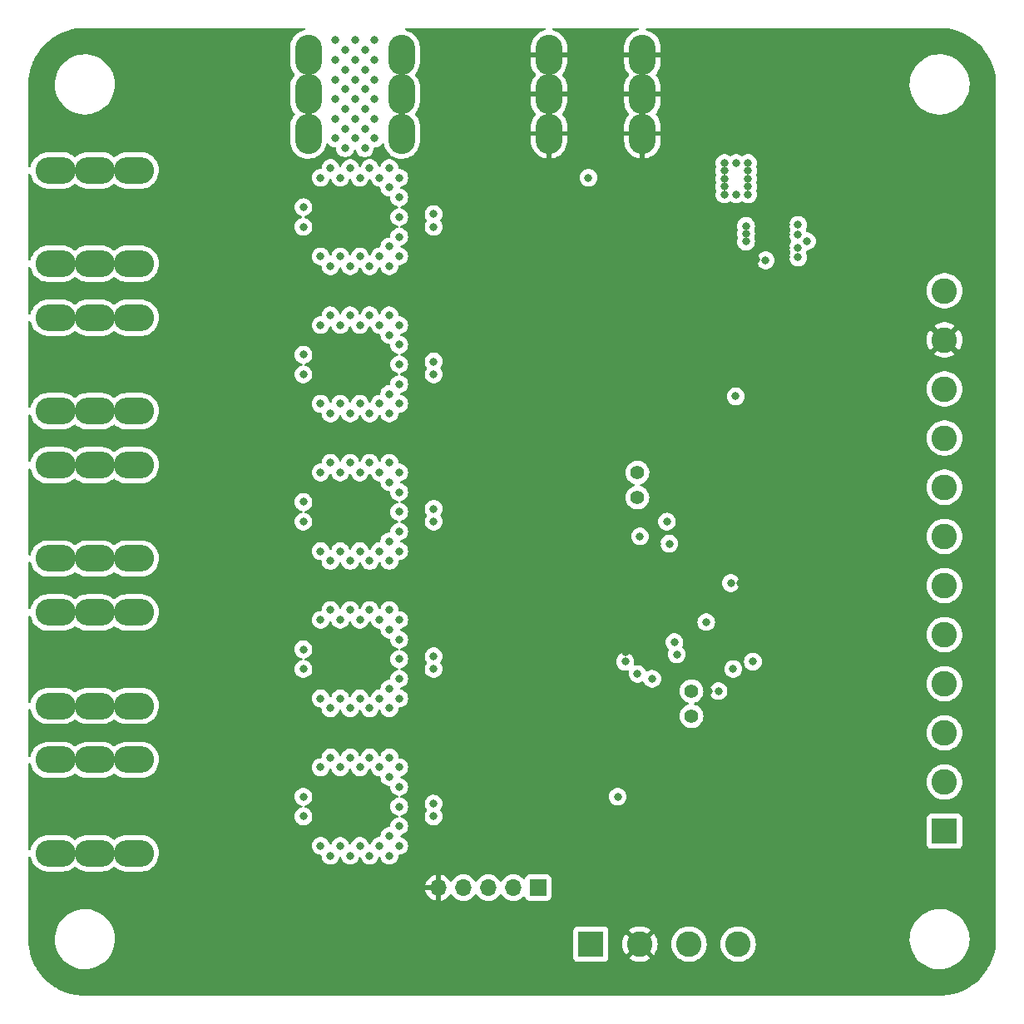
<source format=gbr>
%TF.GenerationSoftware,KiCad,Pcbnew,7.0.5-0*%
%TF.CreationDate,2023-07-18T22:02:12+02:00*%
%TF.ProjectId,buslight,6275736c-6967-4687-942e-6b696361645f,rev?*%
%TF.SameCoordinates,Original*%
%TF.FileFunction,Copper,L2,Inr*%
%TF.FilePolarity,Positive*%
%FSLAX46Y46*%
G04 Gerber Fmt 4.6, Leading zero omitted, Abs format (unit mm)*
G04 Created by KiCad (PCBNEW 7.0.5-0) date 2023-07-18 22:02:12*
%MOMM*%
%LPD*%
G01*
G04 APERTURE LIST*
%TA.AperFunction,ComponentPad*%
%ADD10R,2.600000X2.600000*%
%TD*%
%TA.AperFunction,ComponentPad*%
%ADD11C,2.600000*%
%TD*%
%TA.AperFunction,ComponentPad*%
%ADD12O,4.100000X2.700000*%
%TD*%
%TA.AperFunction,ComponentPad*%
%ADD13C,1.400000*%
%TD*%
%TA.AperFunction,ComponentPad*%
%ADD14O,2.700000X4.100000*%
%TD*%
%TA.AperFunction,ComponentPad*%
%ADD15R,1.700000X1.700000*%
%TD*%
%TA.AperFunction,ComponentPad*%
%ADD16O,1.700000X1.700000*%
%TD*%
%TA.AperFunction,ViaPad*%
%ADD17C,0.800000*%
%TD*%
G04 APERTURE END LIST*
D10*
%TO.N,+BATT*%
%TO.C,J9*%
X83000000Y-116500000D03*
D11*
%TO.N,GND*%
X88000000Y-116500000D03*
%TO.N,/Control/CAN_L*%
X93000000Y-116500000D03*
%TO.N,/Control/CAN_H*%
X98000000Y-116500000D03*
%TD*%
D12*
%TO.N,/Switch 5/OUT*%
%TO.C,J6*%
X28500000Y-107250000D03*
X32500000Y-107250000D03*
X36500000Y-107250000D03*
X28500000Y-97750000D03*
X32500000Y-97750000D03*
X36500000Y-97750000D03*
%TD*%
%TO.N,/Switch 4/OUT*%
%TO.C,J5*%
X28500000Y-92250000D03*
X32500000Y-92250000D03*
X36500000Y-92250000D03*
X28500000Y-82750000D03*
X32500000Y-82750000D03*
X36500000Y-82750000D03*
%TD*%
%TO.N,/Switch 1/OUT*%
%TO.C,J3*%
X28500000Y-47250000D03*
X32500000Y-47250000D03*
X36500000Y-47250000D03*
X28500000Y-37750000D03*
X32500000Y-37750000D03*
X36500000Y-37750000D03*
%TD*%
D13*
%TO.N,TX*%
%TO.C,TP2*%
X93250000Y-90750000D03*
%TO.N,RX*%
X93250000Y-93290000D03*
%TD*%
D10*
%TO.N,/IO Ports/SW_5_Conn*%
%TO.C,J1*%
X119000000Y-105000000D03*
D11*
%TO.N,/IO Ports/SW_4_Conn*%
X119000000Y-100000000D03*
%TO.N,/IO Ports/SW_3_Conn*%
X119000000Y-95000000D03*
%TO.N,/IO Ports/SW_2_Conn*%
X119000000Y-90000000D03*
%TO.N,/IO Ports/SW_1_Conn*%
X119000000Y-85000000D03*
%TO.N,/IO Ports/LED_5_Conn*%
X119000000Y-80000000D03*
%TO.N,/IO Ports/LED_4_Conn*%
X119000000Y-75000000D03*
%TO.N,/IO Ports/LED_3_Conn*%
X119000000Y-70000000D03*
%TO.N,/IO Ports/LED_2_Conn*%
X119000000Y-65000000D03*
%TO.N,/IO Ports/LED_1_Conn*%
X119000000Y-60000000D03*
%TO.N,GND*%
X119000000Y-55000000D03*
%TO.N,+BATT*%
X119000000Y-50000000D03*
%TD*%
D12*
%TO.N,/Switch 3/OUT*%
%TO.C,J4*%
X28500000Y-77250000D03*
X32500000Y-77250000D03*
X36500000Y-77250000D03*
X28500000Y-67750000D03*
X32500000Y-67750000D03*
X36500000Y-67750000D03*
%TD*%
D14*
%TO.N,GND*%
%TO.C,J8*%
X78750000Y-26000000D03*
X78750000Y-30000000D03*
X78750000Y-34000000D03*
X88250000Y-26000000D03*
X88250000Y-30000000D03*
X88250000Y-34000000D03*
%TD*%
D12*
%TO.N,/Switch 2/OUT*%
%TO.C,J2*%
X28500000Y-62250000D03*
X32500000Y-62250000D03*
X36500000Y-62250000D03*
X28500000Y-52750000D03*
X32500000Y-52750000D03*
X36500000Y-52750000D03*
%TD*%
D13*
%TO.N,+3.3V*%
%TO.C,TP3*%
X87750000Y-68500000D03*
%TO.N,/Control/BOOT0*%
X87750000Y-71040000D03*
%TD*%
D15*
%TO.N,+3.3V*%
%TO.C,J10*%
X77660000Y-110750000D03*
D16*
%TO.N,/Control/SWCLK*%
X75120000Y-110750000D03*
%TO.N,/Control/SWDIO*%
X72580000Y-110750000D03*
%TO.N,/Control/NRST*%
X70040000Y-110750000D03*
%TO.N,GND*%
X67500000Y-110750000D03*
%TD*%
D14*
%TO.N,+BATT*%
%TO.C,J7*%
X54250000Y-26000000D03*
X54250000Y-30000000D03*
X54250000Y-34000000D03*
X63750000Y-26000000D03*
X63750000Y-30000000D03*
X63750000Y-34000000D03*
%TD*%
D17*
%TO.N,GND*%
X70500000Y-106750000D03*
X71000000Y-94250000D03*
X71000000Y-79250000D03*
X71000000Y-64250000D03*
%TO.N,Net-(U120-IS)*%
X53750000Y-58500000D03*
X67000000Y-58500000D03*
%TO.N,GND*%
X71000000Y-49250000D03*
X107300000Y-37800000D03*
X85000000Y-94500000D03*
X102000000Y-78750000D03*
X46000000Y-51500000D03*
X89750000Y-72250000D03*
X105750000Y-92000000D03*
X49000000Y-52500000D03*
X46000000Y-40000000D03*
X85750000Y-41250000D03*
X67050000Y-67850000D03*
X46000000Y-54000000D03*
X70000000Y-118750000D03*
X42000000Y-98000000D03*
X46000000Y-68000000D03*
X43000000Y-53000000D03*
X104250000Y-97500000D03*
X84500000Y-35500000D03*
X71750000Y-72500000D03*
X41000000Y-80500000D03*
X94750000Y-81500000D03*
X86500000Y-93000000D03*
X47000000Y-68000000D03*
X50000000Y-82500000D03*
X43000000Y-80500000D03*
X91000000Y-44250000D03*
X89250000Y-38500000D03*
X75100000Y-118700000D03*
X42000000Y-38000000D03*
X46000000Y-110500000D03*
X42000000Y-95500000D03*
X46000000Y-96500000D03*
X67500000Y-113500000D03*
X43000000Y-38000000D03*
X46000000Y-66500000D03*
X46000000Y-80500000D03*
X84750000Y-45000000D03*
X43000000Y-70000000D03*
X84500000Y-31500000D03*
X71750000Y-42500000D03*
X105750000Y-97500000D03*
X47000000Y-84000000D03*
X83500000Y-34500000D03*
X46000000Y-112500000D03*
X84500000Y-27500000D03*
X50000000Y-52500000D03*
X102900000Y-43300000D03*
X47000000Y-70000000D03*
X84500000Y-29500000D03*
X81400000Y-81600000D03*
X43000000Y-54000000D03*
X95250000Y-68000000D03*
X43000000Y-69000000D03*
X81500000Y-28500000D03*
X85000000Y-88500000D03*
X89750000Y-75750000D03*
X50000000Y-81500000D03*
X47000000Y-100000000D03*
X42000000Y-80500000D03*
X42000000Y-68000000D03*
X43000000Y-99000000D03*
X71750000Y-87500000D03*
X49000000Y-97500000D03*
X50000000Y-67500000D03*
X84750000Y-41250000D03*
X86500000Y-90000000D03*
X95250000Y-86000000D03*
X47000000Y-83000000D03*
X102000000Y-64750000D03*
X46000000Y-65500000D03*
X92000000Y-76750000D03*
X50000000Y-111500000D03*
X85500000Y-30500000D03*
X46000000Y-83000000D03*
X91500000Y-66750000D03*
X83500000Y-30500000D03*
X46000000Y-55000000D03*
X81500000Y-34500000D03*
X102900000Y-44300000D03*
X102250000Y-97500000D03*
X92000000Y-69750000D03*
X99800000Y-46800000D03*
X80600000Y-56200000D03*
X67050000Y-97850000D03*
X50000000Y-96500000D03*
X89000000Y-65000000D03*
X105750000Y-86500000D03*
X82500000Y-31500000D03*
X82500000Y-29500000D03*
X88800000Y-80200000D03*
X85000000Y-91500000D03*
X62000000Y-110000000D03*
X67050000Y-52850000D03*
X67250000Y-62750000D03*
X47000000Y-40000000D03*
X46000000Y-81500000D03*
X49000000Y-67500000D03*
X50000000Y-112500000D03*
X67250000Y-92750000D03*
X42000000Y-50500000D03*
X106250000Y-66000000D03*
X47000000Y-39000000D03*
X41000000Y-95500000D03*
X42000000Y-83000000D03*
X46000000Y-111500000D03*
X85500000Y-24500000D03*
X78400000Y-84000000D03*
X84500000Y-33500000D03*
X86800000Y-76800000D03*
X102900000Y-45600000D03*
X43000000Y-84000000D03*
X102000000Y-75250000D03*
X41000000Y-65500000D03*
X50000000Y-51500000D03*
X100700000Y-50600000D03*
X105750000Y-103000000D03*
X43000000Y-83000000D03*
X50000000Y-80500000D03*
X85500000Y-32500000D03*
X90000000Y-97000000D03*
X50000000Y-97500000D03*
X106250000Y-69500000D03*
X67250000Y-77750000D03*
X83200000Y-55800000D03*
X102000000Y-71750000D03*
X43000000Y-68000000D03*
X91000000Y-99000000D03*
X102500000Y-50100000D03*
X102250000Y-86500000D03*
X46000000Y-50500000D03*
X83750000Y-45000000D03*
X70500000Y-114250000D03*
X80600000Y-68600000D03*
X43000000Y-85000000D03*
X106250000Y-73000000D03*
X46000000Y-100000000D03*
X85500000Y-34500000D03*
X66250000Y-118000000D03*
X102000000Y-44950000D03*
X82500000Y-25500000D03*
X42000000Y-53000000D03*
X85750000Y-99500000D03*
X49000000Y-112500000D03*
X82500000Y-27500000D03*
X47000000Y-54000000D03*
X43000000Y-98000000D03*
X91500000Y-65000000D03*
X43000000Y-50500000D03*
X92000000Y-41500000D03*
X43000000Y-65500000D03*
X50000000Y-110500000D03*
X81800000Y-64200000D03*
X81400000Y-84200000D03*
X104150000Y-48150000D03*
X50000000Y-50500000D03*
X47000000Y-112500000D03*
X71750000Y-102500000D03*
X58500000Y-113000000D03*
X104250000Y-86500000D03*
X42000000Y-65500000D03*
X86600000Y-75400000D03*
X47000000Y-38000000D03*
X46000000Y-98000000D03*
X46000000Y-38000000D03*
X85500000Y-26500000D03*
X102600000Y-47950000D03*
X47000000Y-85000000D03*
X104250000Y-103000000D03*
X81500000Y-26500000D03*
X85750000Y-45000000D03*
X46000000Y-70000000D03*
X50000000Y-95500000D03*
X50000000Y-65500000D03*
X102250000Y-92000000D03*
X81500000Y-24500000D03*
X46000000Y-53000000D03*
X80600000Y-41000000D03*
X84400000Y-50600000D03*
X81500000Y-30500000D03*
X43000000Y-95500000D03*
X101150000Y-44300000D03*
X106250000Y-80000000D03*
X43000000Y-100000000D03*
X83750000Y-41250000D03*
X102250000Y-108500000D03*
X82600000Y-101800000D03*
X46000000Y-39000000D03*
X43000000Y-55000000D03*
X48000000Y-112500000D03*
X47000000Y-53000000D03*
X43000000Y-40000000D03*
X102900000Y-46600000D03*
X47000000Y-55000000D03*
X67050000Y-36650000D03*
X67250000Y-47750000D03*
X50000000Y-66500000D03*
X46000000Y-95500000D03*
X105750000Y-108500000D03*
X86500000Y-86750000D03*
X82500000Y-35500000D03*
X79750000Y-107000000D03*
X102000000Y-68250000D03*
X86250000Y-103750000D03*
X47000000Y-98000000D03*
X83500000Y-24500000D03*
X65500000Y-109000000D03*
X95000000Y-90750000D03*
X75000000Y-114300000D03*
X86500000Y-96000000D03*
X46000000Y-69000000D03*
X85500000Y-28500000D03*
X47000000Y-99000000D03*
X75500000Y-109000000D03*
X82500000Y-33500000D03*
X84500000Y-25500000D03*
X67050000Y-82850000D03*
X46000000Y-85000000D03*
X81500000Y-32500000D03*
X93750000Y-69750000D03*
X104250000Y-92000000D03*
X101150000Y-43300000D03*
X98500000Y-89750000D03*
X46000000Y-99000000D03*
X85000000Y-97500000D03*
X41000000Y-50500000D03*
X83500000Y-32500000D03*
X102750000Y-103000000D03*
X43000000Y-39000000D03*
X83500000Y-28500000D03*
X98250000Y-79750000D03*
X90600000Y-82200000D03*
X47000000Y-69000000D03*
X83500000Y-26500000D03*
X71750000Y-57500000D03*
X81400000Y-93400000D03*
X106250000Y-76500000D03*
X94250000Y-75250000D03*
X49000000Y-82500000D03*
X46000000Y-84000000D03*
X104250000Y-108500000D03*
%TO.N,+BATT*%
X60000000Y-33500000D03*
X59500000Y-61500000D03*
X62500000Y-92500000D03*
X61000000Y-32500000D03*
X58500000Y-92500000D03*
X63500000Y-102500000D03*
X57500000Y-91500000D03*
X61000000Y-26500000D03*
X58500000Y-52500000D03*
X59000000Y-26500000D03*
X57500000Y-53500000D03*
X59000000Y-34500000D03*
X61500000Y-53500000D03*
X55500000Y-46500000D03*
X58500000Y-67500000D03*
X60500000Y-77500000D03*
X62500000Y-82500000D03*
X61500000Y-68500000D03*
X56500000Y-77500000D03*
X61000000Y-24500000D03*
X55500000Y-91500000D03*
X62500000Y-90500000D03*
X61500000Y-106500000D03*
X55500000Y-38500000D03*
X63500000Y-83500000D03*
X59500000Y-83500000D03*
X58500000Y-37500000D03*
X57000000Y-30500000D03*
X63500000Y-98500000D03*
X59500000Y-38500000D03*
X63500000Y-38500000D03*
X55500000Y-61500000D03*
X57500000Y-68500000D03*
X63500000Y-42500000D03*
X63500000Y-55500000D03*
X62500000Y-84500000D03*
X63500000Y-106500000D03*
X57000000Y-26500000D03*
X59500000Y-46500000D03*
X62500000Y-77500000D03*
X61500000Y-98500000D03*
X63500000Y-59500000D03*
X59000000Y-28500000D03*
X61500000Y-83500000D03*
X59000000Y-30500000D03*
X62500000Y-39500000D03*
X58000000Y-29500000D03*
X60000000Y-25500000D03*
X60500000Y-107500000D03*
X60500000Y-62500000D03*
X61500000Y-61500000D03*
X59500000Y-68500000D03*
X56500000Y-47500000D03*
X62500000Y-67500000D03*
X63500000Y-68500000D03*
X57500000Y-61500000D03*
X62500000Y-97500000D03*
X62500000Y-105500000D03*
X63500000Y-85500000D03*
X57500000Y-98500000D03*
X61000000Y-30500000D03*
X63500000Y-57500000D03*
X61500000Y-91500000D03*
X63500000Y-89500000D03*
X62500000Y-52500000D03*
X56500000Y-92500000D03*
X62500000Y-37500000D03*
X57000000Y-34500000D03*
X58500000Y-62500000D03*
X59500000Y-106500000D03*
X63500000Y-53500000D03*
X56500000Y-52500000D03*
X56500000Y-62500000D03*
X55500000Y-98500000D03*
X59000000Y-24500000D03*
X60500000Y-47500000D03*
X63500000Y-76500000D03*
X63500000Y-87500000D03*
X55500000Y-76500000D03*
X63500000Y-40500000D03*
X63500000Y-100500000D03*
X57500000Y-46500000D03*
X57500000Y-106500000D03*
X59000000Y-32500000D03*
X63500000Y-74500000D03*
X63500000Y-70500000D03*
X61000000Y-34500000D03*
X57000000Y-32500000D03*
X60000000Y-35500000D03*
X62500000Y-75500000D03*
X62500000Y-99500000D03*
X60000000Y-27500000D03*
X61500000Y-46500000D03*
X55500000Y-68500000D03*
X58500000Y-77500000D03*
X62500000Y-60500000D03*
X58500000Y-107500000D03*
X62500000Y-69500000D03*
X57500000Y-83500000D03*
X57500000Y-38500000D03*
X62500000Y-62500000D03*
X63500000Y-44500000D03*
X58500000Y-47500000D03*
X58000000Y-25500000D03*
X59500000Y-53500000D03*
X63500000Y-72500000D03*
X62500000Y-47500000D03*
X60500000Y-52500000D03*
X57500000Y-76500000D03*
X60000000Y-31500000D03*
X55500000Y-53500000D03*
X58000000Y-31500000D03*
X56500000Y-82500000D03*
X58000000Y-35500000D03*
X60500000Y-97500000D03*
X58000000Y-27500000D03*
X63500000Y-61500000D03*
X63500000Y-104500000D03*
X59500000Y-76500000D03*
X62500000Y-107500000D03*
X57000000Y-28500000D03*
X58000000Y-33500000D03*
X60500000Y-67500000D03*
X60500000Y-82500000D03*
X59500000Y-91500000D03*
X62500000Y-45500000D03*
X55500000Y-83500000D03*
X62500000Y-54500000D03*
X61500000Y-38500000D03*
X59500000Y-98500000D03*
X58500000Y-97500000D03*
X60500000Y-92500000D03*
X60500000Y-37500000D03*
X61000000Y-28500000D03*
X61500000Y-76500000D03*
X58500000Y-82500000D03*
X56500000Y-107500000D03*
X57000000Y-24500000D03*
X55500000Y-106500000D03*
X56500000Y-67500000D03*
X63500000Y-91500000D03*
X63500000Y-46500000D03*
X60000000Y-29500000D03*
X82750000Y-38500000D03*
X56500000Y-37500000D03*
X56500000Y-97500000D03*
%TO.N,/Switch 1/IN_Inverted*%
X67000000Y-42200000D03*
X53750000Y-41500000D03*
%TO.N,/Switch 2/IN_Inverted*%
X67000000Y-57200000D03*
X53750000Y-56500000D03*
%TO.N,/Switch 3/IN_Inverted*%
X67000000Y-72200000D03*
X53750000Y-71500000D03*
%TO.N,/Switch 4/IN_Inverted*%
X53750000Y-86500000D03*
X67000000Y-87200000D03*
%TO.N,/Switch 5/IN_Inverted*%
X53750000Y-101500000D03*
X67000000Y-102200000D03*
%TO.N,+3.3V*%
X96000000Y-90750000D03*
X105000000Y-44950000D03*
X88000000Y-75000000D03*
X97750000Y-60750000D03*
X85750000Y-101500000D03*
X97250000Y-79750000D03*
X104100000Y-46600000D03*
X104100000Y-43300000D03*
X104100000Y-45600000D03*
X104100000Y-44300000D03*
X86500000Y-87750000D03*
%TO.N,Net-(U110-IS)*%
X67000000Y-43500000D03*
X53750000Y-43500000D03*
%TO.N,Net-(U130-IS)*%
X53750000Y-73500000D03*
X67000000Y-73500000D03*
%TO.N,Net-(U140-IS)*%
X67000000Y-88500000D03*
X53750000Y-88500000D03*
%TO.N,Net-(U150-IS)*%
X53750000Y-103500000D03*
X67000000Y-103500000D03*
%TO.N,/Power supply/SW_3.3*%
X97800000Y-40200000D03*
X98800000Y-44200000D03*
X99000000Y-40200000D03*
X98800000Y-43400000D03*
X99000000Y-38600000D03*
X96600000Y-37000000D03*
X96600000Y-38600000D03*
X99000000Y-39400000D03*
X97800000Y-37000000D03*
X100793389Y-46910377D03*
X98800000Y-45000000D03*
X96600000Y-39400000D03*
X96600000Y-37800000D03*
X99000000Y-37000000D03*
X99000000Y-37800000D03*
X96600000Y-40200000D03*
%TO.N,/Control/CAN_RX*%
X87750000Y-89000000D03*
X91512299Y-85762299D03*
%TO.N,/Control/CAN_Rs*%
X89250000Y-89500000D03*
X91750000Y-87000000D03*
%TO.N,/Control/NRST*%
X90750000Y-73500000D03*
%TO.N,/Control/SWDIO*%
X97500000Y-88500000D03*
%TO.N,/Control/SWCLK*%
X99500000Y-87750000D03*
%TO.N,/Control/BOOT0*%
X94750000Y-83724500D03*
X91000000Y-75750000D03*
%TD*%
%TA.AperFunction,Conductor*%
%TO.N,GND*%
G36*
X53875775Y-23270185D02*
G01*
X53921530Y-23322989D01*
X53931474Y-23392147D01*
X53902449Y-23455703D01*
X53843671Y-23493477D01*
X53840110Y-23494465D01*
X53832568Y-23496437D01*
X53650915Y-23543926D01*
X53401610Y-23649870D01*
X53170394Y-23790979D01*
X53170384Y-23790986D01*
X52962180Y-23964253D01*
X52962175Y-23964259D01*
X52781418Y-24165997D01*
X52631957Y-24391907D01*
X52516976Y-24637184D01*
X52516976Y-24637186D01*
X52438942Y-24896557D01*
X52438939Y-24896571D01*
X52427794Y-24972305D01*
X52399500Y-25164561D01*
X52399500Y-25164564D01*
X52399500Y-25164565D01*
X52399500Y-26767648D01*
X52414323Y-26970155D01*
X52414325Y-26970168D01*
X52473217Y-27234546D01*
X52473220Y-27234553D01*
X52569905Y-27487347D01*
X52569987Y-27487560D01*
X52600978Y-27542780D01*
X52702559Y-27723777D01*
X52859402Y-27926898D01*
X52884794Y-27991988D01*
X52870964Y-28060475D01*
X52853608Y-28085428D01*
X52781418Y-28165997D01*
X52631957Y-28391907D01*
X52516976Y-28637184D01*
X52516976Y-28637186D01*
X52438942Y-28896557D01*
X52438939Y-28896571D01*
X52427794Y-28972305D01*
X52399500Y-29164561D01*
X52399500Y-29164564D01*
X52399500Y-29164565D01*
X52399500Y-30767648D01*
X52414323Y-30970155D01*
X52414325Y-30970168D01*
X52473217Y-31234546D01*
X52473220Y-31234553D01*
X52569905Y-31487347D01*
X52569987Y-31487560D01*
X52600978Y-31542780D01*
X52702559Y-31723777D01*
X52859402Y-31926898D01*
X52884794Y-31991988D01*
X52870964Y-32060475D01*
X52853608Y-32085428D01*
X52781418Y-32165997D01*
X52631957Y-32391907D01*
X52516976Y-32637184D01*
X52516976Y-32637186D01*
X52438942Y-32896557D01*
X52438939Y-32896571D01*
X52427794Y-32972305D01*
X52399500Y-33164561D01*
X52399500Y-33164564D01*
X52399500Y-33164565D01*
X52399500Y-34767648D01*
X52414323Y-34970155D01*
X52414325Y-34970168D01*
X52473217Y-35234546D01*
X52473220Y-35234553D01*
X52569986Y-35487558D01*
X52702559Y-35723777D01*
X52814143Y-35868284D01*
X52868112Y-35938177D01*
X53063109Y-36126177D01*
X53063114Y-36126182D01*
X53063119Y-36126186D01*
X53283421Y-36283799D01*
X53302041Y-36293372D01*
X53524309Y-36407649D01*
X53524318Y-36407652D01*
X53524325Y-36407656D01*
X53666243Y-36456072D01*
X53780685Y-36495115D01*
X53780688Y-36495115D01*
X53780695Y-36495118D01*
X54047067Y-36544319D01*
X54263625Y-36552233D01*
X54317763Y-36554212D01*
X54317763Y-36554211D01*
X54317765Y-36554212D01*
X54587018Y-36524586D01*
X54849088Y-36456072D01*
X55098390Y-36350130D01*
X55329610Y-36209018D01*
X55537820Y-36035745D01*
X55718582Y-35834002D01*
X55868044Y-35608090D01*
X55983020Y-35362824D01*
X56022040Y-35233127D01*
X56061057Y-35103442D01*
X56061057Y-35103438D01*
X56061060Y-35103431D01*
X56061061Y-35103423D01*
X56062046Y-35099004D01*
X56063754Y-35099384D01*
X56089890Y-35042619D01*
X56148785Y-35005027D01*
X56218654Y-35005242D01*
X56275500Y-35041138D01*
X56389363Y-35167595D01*
X56394129Y-35172888D01*
X56547265Y-35284148D01*
X56547270Y-35284151D01*
X56720192Y-35361142D01*
X56720197Y-35361144D01*
X56905354Y-35400500D01*
X56905355Y-35400500D01*
X56972432Y-35400500D01*
X57039471Y-35420185D01*
X57085226Y-35472989D01*
X57095752Y-35511535D01*
X57114326Y-35688256D01*
X57114327Y-35688259D01*
X57172818Y-35868277D01*
X57172821Y-35868284D01*
X57267467Y-36032216D01*
X57363487Y-36138857D01*
X57394129Y-36172888D01*
X57547265Y-36284148D01*
X57547270Y-36284151D01*
X57720192Y-36361142D01*
X57720197Y-36361144D01*
X57905354Y-36400500D01*
X57905355Y-36400500D01*
X58094644Y-36400500D01*
X58094646Y-36400500D01*
X58279803Y-36361144D01*
X58452730Y-36284151D01*
X58605871Y-36172888D01*
X58732533Y-36032216D01*
X58827179Y-35868284D01*
X58882068Y-35699351D01*
X58921506Y-35641675D01*
X58985865Y-35614477D01*
X59054711Y-35626392D01*
X59106187Y-35673636D01*
X59117931Y-35699351D01*
X59172818Y-35868277D01*
X59172821Y-35868284D01*
X59267467Y-36032216D01*
X59363487Y-36138857D01*
X59394129Y-36172888D01*
X59547265Y-36284148D01*
X59547270Y-36284151D01*
X59720192Y-36361142D01*
X59720197Y-36361144D01*
X59905354Y-36400500D01*
X59905355Y-36400500D01*
X60094644Y-36400500D01*
X60094646Y-36400500D01*
X60279803Y-36361144D01*
X60452730Y-36284151D01*
X60605871Y-36172888D01*
X60732533Y-36032216D01*
X60827179Y-35868284D01*
X60885674Y-35688256D01*
X60904247Y-35511536D01*
X60930832Y-35446924D01*
X60988129Y-35406939D01*
X61027568Y-35400500D01*
X61094644Y-35400500D01*
X61094646Y-35400500D01*
X61279803Y-35361144D01*
X61452730Y-35284151D01*
X61605871Y-35172888D01*
X61728453Y-35036746D01*
X61787936Y-35000100D01*
X61857793Y-35001430D01*
X61915842Y-35040317D01*
X61941633Y-35092759D01*
X61973218Y-35234548D01*
X61973220Y-35234553D01*
X62069986Y-35487558D01*
X62202559Y-35723777D01*
X62314143Y-35868284D01*
X62368112Y-35938177D01*
X62563109Y-36126177D01*
X62563114Y-36126182D01*
X62563119Y-36126186D01*
X62783421Y-36283799D01*
X62802041Y-36293372D01*
X63024309Y-36407649D01*
X63024318Y-36407652D01*
X63024325Y-36407656D01*
X63166243Y-36456072D01*
X63280685Y-36495115D01*
X63280688Y-36495115D01*
X63280695Y-36495118D01*
X63547067Y-36544319D01*
X63763625Y-36552233D01*
X63817763Y-36554212D01*
X63817763Y-36554211D01*
X63817765Y-36554212D01*
X64087018Y-36524586D01*
X64349088Y-36456072D01*
X64598390Y-36350130D01*
X64829610Y-36209018D01*
X65037820Y-36035745D01*
X65218582Y-35834002D01*
X65368044Y-35608090D01*
X65483020Y-35362824D01*
X65522039Y-35233127D01*
X65561057Y-35103442D01*
X65561057Y-35103438D01*
X65561060Y-35103431D01*
X65600500Y-34835439D01*
X65600500Y-33232369D01*
X65585677Y-33029844D01*
X65572860Y-32972305D01*
X65526782Y-32765453D01*
X65526780Y-32765449D01*
X65526780Y-32765447D01*
X65430014Y-32512442D01*
X65297441Y-32276223D01*
X65140596Y-32073101D01*
X65115205Y-32008010D01*
X65129035Y-31939523D01*
X65146389Y-31914572D01*
X65218582Y-31834002D01*
X65368044Y-31608090D01*
X65483020Y-31362824D01*
X65522039Y-31233127D01*
X65561057Y-31103442D01*
X65561057Y-31103438D01*
X65561060Y-31103431D01*
X65600500Y-30835439D01*
X65600500Y-29232369D01*
X65585677Y-29029844D01*
X65559488Y-28912279D01*
X65526782Y-28765453D01*
X65526780Y-28765449D01*
X65526780Y-28765447D01*
X65430014Y-28512442D01*
X65297441Y-28276223D01*
X65140596Y-28073101D01*
X65115205Y-28008010D01*
X65129035Y-27939523D01*
X65146389Y-27914572D01*
X65218582Y-27834002D01*
X65368044Y-27608090D01*
X65483020Y-27362824D01*
X65530273Y-27205761D01*
X65561057Y-27103442D01*
X65561057Y-27103438D01*
X65561060Y-27103431D01*
X65600500Y-26835439D01*
X65600500Y-25232369D01*
X65585677Y-25029844D01*
X65572860Y-24972305D01*
X65526782Y-24765453D01*
X65526780Y-24765449D01*
X65526780Y-24765447D01*
X65430014Y-24512442D01*
X65297441Y-24276223D01*
X65131888Y-24061823D01*
X65030693Y-23964259D01*
X64936890Y-23873822D01*
X64936883Y-23873816D01*
X64936881Y-23873814D01*
X64716579Y-23716201D01*
X64665647Y-23690015D01*
X64475690Y-23592350D01*
X64475672Y-23592343D01*
X64219314Y-23504884D01*
X64219300Y-23504881D01*
X64173584Y-23496437D01*
X64111235Y-23464904D01*
X64075833Y-23404667D01*
X64078616Y-23334853D01*
X64118702Y-23277627D01*
X64183364Y-23251157D01*
X64196107Y-23250500D01*
X78310716Y-23250500D01*
X78377755Y-23270185D01*
X78423510Y-23322989D01*
X78433454Y-23392147D01*
X78404429Y-23455703D01*
X78345651Y-23493477D01*
X78342079Y-23494468D01*
X78151079Y-23544401D01*
X77901839Y-23650317D01*
X77670686Y-23791387D01*
X77670684Y-23791388D01*
X77462525Y-23964617D01*
X77281815Y-24166304D01*
X77132395Y-24392152D01*
X77017445Y-24637363D01*
X77017445Y-24637365D01*
X76939432Y-24896666D01*
X76939429Y-24896680D01*
X76900000Y-25164601D01*
X76900000Y-25750000D01*
X78050000Y-25750000D01*
X78050000Y-26250000D01*
X76900000Y-26250000D01*
X76900000Y-26767624D01*
X76914819Y-26970082D01*
X76914820Y-26970092D01*
X76973699Y-27234404D01*
X76973701Y-27234409D01*
X77070442Y-27487347D01*
X77202976Y-27723498D01*
X77202978Y-27723501D01*
X77360052Y-27926920D01*
X77385444Y-27992012D01*
X77371614Y-28060499D01*
X77354259Y-28085452D01*
X77281812Y-28166308D01*
X77132395Y-28392152D01*
X77017445Y-28637363D01*
X77017445Y-28637365D01*
X76939432Y-28896666D01*
X76939429Y-28896680D01*
X76900000Y-29164601D01*
X76900000Y-29750000D01*
X78050000Y-29750000D01*
X78050000Y-30250000D01*
X76900000Y-30250000D01*
X76900000Y-30767624D01*
X76914819Y-30970082D01*
X76914820Y-30970092D01*
X76973699Y-31234404D01*
X76973701Y-31234409D01*
X77070442Y-31487347D01*
X77202976Y-31723498D01*
X77202978Y-31723501D01*
X77360052Y-31926920D01*
X77385444Y-31992012D01*
X77371614Y-32060499D01*
X77354259Y-32085452D01*
X77281812Y-32166308D01*
X77132395Y-32392152D01*
X77017445Y-32637363D01*
X77017445Y-32637365D01*
X76939432Y-32896666D01*
X76939429Y-32896680D01*
X76900000Y-33164601D01*
X76900000Y-33750000D01*
X78050000Y-33750000D01*
X78050000Y-34250000D01*
X76900000Y-34250000D01*
X76900000Y-34767624D01*
X76914819Y-34970082D01*
X76914820Y-34970092D01*
X76973699Y-35234404D01*
X76973701Y-35234409D01*
X77070442Y-35487347D01*
X77202976Y-35723498D01*
X77202978Y-35723501D01*
X77368486Y-35937842D01*
X77563430Y-36125791D01*
X77563437Y-36125797D01*
X77783681Y-36283369D01*
X77783686Y-36283372D01*
X78024505Y-36407187D01*
X78024523Y-36407194D01*
X78280812Y-36494629D01*
X78280826Y-36494632D01*
X78499999Y-36535116D01*
X78500000Y-36535116D01*
X78500000Y-35359329D01*
X78665005Y-35400000D01*
X78834995Y-35400000D01*
X79000000Y-35359329D01*
X79000000Y-36533656D01*
X79086914Y-36524093D01*
X79086928Y-36524091D01*
X79348920Y-36455598D01*
X79598160Y-36349682D01*
X79829313Y-36208612D01*
X79829315Y-36208611D01*
X80037474Y-36035382D01*
X80218184Y-35833695D01*
X80367604Y-35607847D01*
X80482554Y-35362636D01*
X80482554Y-35362634D01*
X80560567Y-35103333D01*
X80560570Y-35103319D01*
X80599999Y-34835398D01*
X80600000Y-34835397D01*
X80600000Y-34250000D01*
X79450000Y-34250000D01*
X79450000Y-33750000D01*
X80600000Y-33750000D01*
X80600000Y-33232396D01*
X80599999Y-33232375D01*
X80585180Y-33029917D01*
X80585179Y-33029907D01*
X80526300Y-32765595D01*
X80526298Y-32765590D01*
X80429557Y-32512652D01*
X80297023Y-32276501D01*
X80297021Y-32276498D01*
X80139947Y-32073079D01*
X80114555Y-32007987D01*
X80128385Y-31939500D01*
X80145741Y-31914546D01*
X80218186Y-31833691D01*
X80367604Y-31607847D01*
X80482554Y-31362636D01*
X80482554Y-31362634D01*
X80560567Y-31103333D01*
X80560570Y-31103319D01*
X80599999Y-30835398D01*
X80600000Y-30835397D01*
X80600000Y-30250000D01*
X79450000Y-30250000D01*
X79450000Y-29750000D01*
X80600000Y-29750000D01*
X80600000Y-29232396D01*
X80599999Y-29232375D01*
X80585180Y-29029917D01*
X80585179Y-29029907D01*
X80526300Y-28765595D01*
X80526298Y-28765590D01*
X80429557Y-28512652D01*
X80297023Y-28276501D01*
X80297021Y-28276498D01*
X80139947Y-28073079D01*
X80114555Y-28007987D01*
X80128385Y-27939500D01*
X80145741Y-27914546D01*
X80218186Y-27833691D01*
X80367604Y-27607847D01*
X80482554Y-27362636D01*
X80482554Y-27362634D01*
X80560567Y-27103333D01*
X80560570Y-27103319D01*
X80599999Y-26835398D01*
X80600000Y-26835397D01*
X80600000Y-26250000D01*
X79450000Y-26250000D01*
X79450000Y-25750000D01*
X80600000Y-25750000D01*
X80600000Y-25232396D01*
X80599999Y-25232375D01*
X80585180Y-25029917D01*
X80585179Y-25029907D01*
X80526300Y-24765595D01*
X80526298Y-24765590D01*
X80429557Y-24512652D01*
X80297023Y-24276501D01*
X80297021Y-24276498D01*
X80131513Y-24062157D01*
X79936569Y-23874208D01*
X79936562Y-23874202D01*
X79716318Y-23716630D01*
X79716313Y-23716627D01*
X79475494Y-23592812D01*
X79475476Y-23592805D01*
X79219187Y-23505370D01*
X79219173Y-23505367D01*
X79170826Y-23496437D01*
X79108477Y-23464904D01*
X79073075Y-23404667D01*
X79075858Y-23334853D01*
X79115944Y-23277626D01*
X79180606Y-23251157D01*
X79193349Y-23250500D01*
X87810716Y-23250500D01*
X87877755Y-23270185D01*
X87923510Y-23322989D01*
X87933454Y-23392147D01*
X87904429Y-23455703D01*
X87845651Y-23493477D01*
X87842079Y-23494468D01*
X87651079Y-23544401D01*
X87401839Y-23650317D01*
X87170686Y-23791387D01*
X87170684Y-23791388D01*
X86962525Y-23964617D01*
X86781815Y-24166304D01*
X86632395Y-24392152D01*
X86517445Y-24637363D01*
X86517445Y-24637365D01*
X86439432Y-24896666D01*
X86439429Y-24896680D01*
X86400000Y-25164601D01*
X86400000Y-25750000D01*
X87550000Y-25750000D01*
X87550000Y-26250000D01*
X86400000Y-26250000D01*
X86400000Y-26767624D01*
X86414819Y-26970082D01*
X86414820Y-26970092D01*
X86473699Y-27234404D01*
X86473701Y-27234409D01*
X86570442Y-27487347D01*
X86702976Y-27723498D01*
X86702978Y-27723501D01*
X86860052Y-27926920D01*
X86885444Y-27992012D01*
X86871614Y-28060499D01*
X86854259Y-28085452D01*
X86781812Y-28166308D01*
X86632395Y-28392152D01*
X86517445Y-28637363D01*
X86517445Y-28637365D01*
X86439432Y-28896666D01*
X86439429Y-28896680D01*
X86400000Y-29164601D01*
X86400000Y-29750000D01*
X87550000Y-29750000D01*
X87550000Y-30250000D01*
X86400000Y-30250000D01*
X86400000Y-30767624D01*
X86414819Y-30970082D01*
X86414820Y-30970092D01*
X86473699Y-31234404D01*
X86473701Y-31234409D01*
X86570442Y-31487347D01*
X86702976Y-31723498D01*
X86702978Y-31723501D01*
X86860052Y-31926920D01*
X86885444Y-31992012D01*
X86871614Y-32060499D01*
X86854259Y-32085452D01*
X86781812Y-32166308D01*
X86632395Y-32392152D01*
X86517445Y-32637363D01*
X86517445Y-32637365D01*
X86439432Y-32896666D01*
X86439429Y-32896680D01*
X86400000Y-33164601D01*
X86400000Y-33750000D01*
X87550000Y-33750000D01*
X87550000Y-34250000D01*
X86400000Y-34250000D01*
X86400000Y-34767624D01*
X86414819Y-34970082D01*
X86414820Y-34970092D01*
X86473699Y-35234404D01*
X86473701Y-35234409D01*
X86570442Y-35487347D01*
X86702976Y-35723498D01*
X86702978Y-35723501D01*
X86868486Y-35937842D01*
X87063430Y-36125791D01*
X87063437Y-36125797D01*
X87283681Y-36283369D01*
X87283686Y-36283372D01*
X87524505Y-36407187D01*
X87524523Y-36407194D01*
X87780812Y-36494629D01*
X87780826Y-36494632D01*
X87999999Y-36535116D01*
X88000000Y-36535116D01*
X88000000Y-35359329D01*
X88165005Y-35400000D01*
X88334995Y-35400000D01*
X88500000Y-35359329D01*
X88500000Y-36533656D01*
X88586914Y-36524093D01*
X88586928Y-36524091D01*
X88848920Y-36455598D01*
X89098160Y-36349682D01*
X89329313Y-36208612D01*
X89329315Y-36208611D01*
X89537474Y-36035382D01*
X89718184Y-35833695D01*
X89867604Y-35607847D01*
X89982554Y-35362636D01*
X89982554Y-35362634D01*
X90060567Y-35103333D01*
X90060570Y-35103319D01*
X90099999Y-34835398D01*
X90100000Y-34835397D01*
X90100000Y-34250000D01*
X88950000Y-34250000D01*
X88950000Y-33750000D01*
X90100000Y-33750000D01*
X90100000Y-33232396D01*
X90099999Y-33232375D01*
X90085180Y-33029917D01*
X90085179Y-33029907D01*
X90026300Y-32765595D01*
X90026298Y-32765590D01*
X89929557Y-32512652D01*
X89797023Y-32276501D01*
X89797021Y-32276498D01*
X89639947Y-32073079D01*
X89614555Y-32007987D01*
X89628385Y-31939500D01*
X89645741Y-31914546D01*
X89718186Y-31833691D01*
X89867604Y-31607847D01*
X89982554Y-31362636D01*
X89982554Y-31362634D01*
X90060567Y-31103333D01*
X90060570Y-31103319D01*
X90099999Y-30835398D01*
X90100000Y-30835397D01*
X90100000Y-30250000D01*
X88950000Y-30250000D01*
X88950000Y-29750000D01*
X90100000Y-29750000D01*
X90100000Y-29232396D01*
X90099999Y-29232375D01*
X90089376Y-29087248D01*
X115445762Y-29087248D01*
X115475617Y-29434843D01*
X115544895Y-29776747D01*
X115544901Y-29776769D01*
X115652707Y-30108559D01*
X115797627Y-30425889D01*
X115797632Y-30425899D01*
X115977776Y-30724633D01*
X115977780Y-30724638D01*
X115977785Y-30724647D01*
X116010925Y-30767624D01*
X116190812Y-31000907D01*
X116190825Y-31000921D01*
X116433947Y-31251090D01*
X116433958Y-31251099D01*
X116433959Y-31251100D01*
X116704032Y-31471938D01*
X116704039Y-31471942D01*
X116704041Y-31471944D01*
X116704042Y-31471945D01*
X116997512Y-31660547D01*
X117310579Y-31814472D01*
X117310581Y-31814473D01*
X117310592Y-31814478D01*
X117639171Y-31931714D01*
X117639174Y-31931714D01*
X117639175Y-31931715D01*
X117978965Y-32010731D01*
X117978970Y-32010731D01*
X117978972Y-32010732D01*
X118138989Y-32029092D01*
X118325564Y-32050500D01*
X118325566Y-32050500D01*
X118587132Y-32050500D01*
X118587145Y-32050500D01*
X118848299Y-32035567D01*
X119192057Y-31976077D01*
X119526793Y-31877789D01*
X119848144Y-31741986D01*
X120151919Y-31570436D01*
X120434159Y-31365377D01*
X120691184Y-31129481D01*
X120919644Y-30865824D01*
X121116560Y-30577844D01*
X121279365Y-30269294D01*
X121405937Y-29944196D01*
X121406257Y-29942982D01*
X121486197Y-29638856D01*
X121494626Y-29606790D01*
X121544275Y-29261473D01*
X121551710Y-29001206D01*
X121554237Y-28912758D01*
X121554237Y-28912747D01*
X121550418Y-28868284D01*
X121524383Y-28565159D01*
X121489278Y-28391908D01*
X121455104Y-28223252D01*
X121455098Y-28223230D01*
X121400698Y-28055804D01*
X121347295Y-27891447D01*
X121231940Y-27638856D01*
X121202372Y-27574110D01*
X121202367Y-27574100D01*
X121022223Y-27275366D01*
X121022221Y-27275364D01*
X121022215Y-27275353D01*
X120932707Y-27159276D01*
X120809187Y-26999092D01*
X120809174Y-26999078D01*
X120566052Y-26748909D01*
X120558018Y-26742340D01*
X120295968Y-26528062D01*
X120295961Y-26528057D01*
X120295958Y-26528055D01*
X120295957Y-26528054D01*
X120002487Y-26339452D01*
X119689420Y-26185527D01*
X119689413Y-26185524D01*
X119689408Y-26185522D01*
X119437177Y-26095526D01*
X119360824Y-26068284D01*
X119021034Y-25989268D01*
X118674436Y-25949500D01*
X118674434Y-25949500D01*
X118412855Y-25949500D01*
X118412845Y-25949500D01*
X118151704Y-25964432D01*
X117807951Y-26023921D01*
X117807934Y-26023925D01*
X117473207Y-26122210D01*
X117473206Y-26122211D01*
X117151869Y-26258008D01*
X117151858Y-26258013D01*
X116848087Y-26429560D01*
X116848073Y-26429570D01*
X116565844Y-26634619D01*
X116565844Y-26634620D01*
X116308819Y-26870515D01*
X116080355Y-27134176D01*
X115883443Y-27422150D01*
X115883440Y-27422155D01*
X115720637Y-27730701D01*
X115720631Y-27730715D01*
X115594060Y-28055809D01*
X115505374Y-28393206D01*
X115455726Y-28738519D01*
X115455724Y-28738539D01*
X115445762Y-29087241D01*
X115445762Y-29087248D01*
X90089376Y-29087248D01*
X90085180Y-29029917D01*
X90085179Y-29029907D01*
X90026300Y-28765595D01*
X90026298Y-28765590D01*
X89929557Y-28512652D01*
X89797023Y-28276501D01*
X89797021Y-28276498D01*
X89639947Y-28073079D01*
X89614555Y-28007987D01*
X89628385Y-27939500D01*
X89645741Y-27914546D01*
X89718186Y-27833691D01*
X89867604Y-27607847D01*
X89982554Y-27362636D01*
X89982554Y-27362634D01*
X90060567Y-27103333D01*
X90060570Y-27103319D01*
X90099999Y-26835398D01*
X90100000Y-26835397D01*
X90100000Y-26250000D01*
X88950000Y-26250000D01*
X88950000Y-25750000D01*
X90100000Y-25750000D01*
X90100000Y-25232396D01*
X90099999Y-25232375D01*
X90085180Y-25029917D01*
X90085179Y-25029907D01*
X90026300Y-24765595D01*
X90026298Y-24765590D01*
X89929557Y-24512652D01*
X89797023Y-24276501D01*
X89797021Y-24276498D01*
X89631513Y-24062157D01*
X89436569Y-23874208D01*
X89436562Y-23874202D01*
X89216318Y-23716630D01*
X89216313Y-23716627D01*
X88975494Y-23592812D01*
X88975476Y-23592805D01*
X88719187Y-23505370D01*
X88719173Y-23505367D01*
X88670826Y-23496437D01*
X88608477Y-23464904D01*
X88573075Y-23404667D01*
X88575858Y-23334853D01*
X88615944Y-23277626D01*
X88680606Y-23251157D01*
X88693349Y-23250500D01*
X118421119Y-23250500D01*
X118498792Y-23250500D01*
X118501216Y-23250547D01*
X118948699Y-23268129D01*
X118953483Y-23268505D01*
X119397010Y-23321000D01*
X119401804Y-23321760D01*
X119839806Y-23408884D01*
X119844538Y-23410020D01*
X120274338Y-23531237D01*
X120278970Y-23532741D01*
X120697952Y-23687312D01*
X120702451Y-23689176D01*
X121108003Y-23876137D01*
X121112343Y-23878348D01*
X121501983Y-24096557D01*
X121506135Y-24099102D01*
X121877444Y-24347203D01*
X121881382Y-24350064D01*
X122232100Y-24626547D01*
X122235784Y-24629693D01*
X122524608Y-24896680D01*
X122563720Y-24932835D01*
X122567160Y-24936275D01*
X122870304Y-25264213D01*
X122873454Y-25267901D01*
X122946961Y-25361144D01*
X123149934Y-25618615D01*
X123152796Y-25622555D01*
X123400897Y-25993864D01*
X123403442Y-25998016D01*
X123621651Y-26387656D01*
X123623862Y-26391996D01*
X123810823Y-26797548D01*
X123812687Y-26802047D01*
X123967258Y-27221029D01*
X123968762Y-27225661D01*
X124089979Y-27655461D01*
X124091116Y-27660197D01*
X124178238Y-28098190D01*
X124179000Y-28103000D01*
X124199503Y-28276223D01*
X124231491Y-28546493D01*
X124231871Y-28551321D01*
X124247783Y-28956290D01*
X124249452Y-28998771D01*
X124249500Y-29001206D01*
X124249500Y-115921120D01*
X124249499Y-115998794D01*
X124249451Y-116001227D01*
X124231872Y-116448666D01*
X124231491Y-116453508D01*
X124213349Y-116606790D01*
X124179000Y-116896999D01*
X124178238Y-116901809D01*
X124091116Y-117339802D01*
X124089979Y-117344538D01*
X123968762Y-117774338D01*
X123967258Y-117778970D01*
X123812687Y-118197952D01*
X123810823Y-118202451D01*
X123623862Y-118608003D01*
X123621651Y-118612343D01*
X123403442Y-119001983D01*
X123400897Y-119006135D01*
X123152796Y-119377444D01*
X123149934Y-119381384D01*
X122873461Y-119732090D01*
X122870298Y-119735793D01*
X122567164Y-120063720D01*
X122563720Y-120067164D01*
X122235793Y-120370298D01*
X122232090Y-120373461D01*
X121881384Y-120649934D01*
X121877444Y-120652796D01*
X121506135Y-120900897D01*
X121501983Y-120903442D01*
X121112343Y-121121651D01*
X121108003Y-121123862D01*
X120702451Y-121310823D01*
X120697952Y-121312687D01*
X120278970Y-121467258D01*
X120274338Y-121468762D01*
X119844538Y-121589979D01*
X119839802Y-121591116D01*
X119401809Y-121678238D01*
X119396999Y-121679000D01*
X119175260Y-121705245D01*
X118953508Y-121731491D01*
X118948676Y-121731871D01*
X118501216Y-121749452D01*
X118498792Y-121749500D01*
X31501208Y-121749500D01*
X31498783Y-121749452D01*
X31051321Y-121731871D01*
X31046493Y-121731491D01*
X30776491Y-121699534D01*
X30603000Y-121679000D01*
X30598190Y-121678238D01*
X30160197Y-121591116D01*
X30155461Y-121589979D01*
X29725661Y-121468762D01*
X29721029Y-121467258D01*
X29302047Y-121312687D01*
X29297548Y-121310823D01*
X28891996Y-121123862D01*
X28887656Y-121121651D01*
X28498016Y-120903442D01*
X28493864Y-120900897D01*
X28122555Y-120652796D01*
X28118615Y-120649934D01*
X27994849Y-120552365D01*
X27767901Y-120373454D01*
X27764213Y-120370304D01*
X27436275Y-120067160D01*
X27432835Y-120063720D01*
X27129693Y-119735784D01*
X27126547Y-119732100D01*
X26850064Y-119381382D01*
X26847203Y-119377444D01*
X26599102Y-119006135D01*
X26596557Y-119001983D01*
X26378348Y-118612343D01*
X26376137Y-118608003D01*
X26189176Y-118202451D01*
X26187312Y-118197952D01*
X26032741Y-117778970D01*
X26031237Y-117774338D01*
X25910020Y-117344538D01*
X25908883Y-117339802D01*
X25897620Y-117283181D01*
X25821760Y-116901804D01*
X25820999Y-116896999D01*
X25815857Y-116853553D01*
X25768505Y-116453483D01*
X25768129Y-116448699D01*
X25753927Y-116087248D01*
X28445762Y-116087248D01*
X28475617Y-116434843D01*
X28544895Y-116776747D01*
X28544901Y-116776769D01*
X28652707Y-117108559D01*
X28797627Y-117425889D01*
X28797632Y-117425899D01*
X28977776Y-117724633D01*
X28977780Y-117724638D01*
X28977785Y-117724647D01*
X29019674Y-117778970D01*
X29190812Y-118000907D01*
X29190825Y-118000921D01*
X29433947Y-118251090D01*
X29433958Y-118251099D01*
X29433959Y-118251100D01*
X29704032Y-118471938D01*
X29704039Y-118471942D01*
X29704041Y-118471944D01*
X29704042Y-118471945D01*
X29997512Y-118660547D01*
X30310579Y-118814472D01*
X30310581Y-118814473D01*
X30310592Y-118814478D01*
X30639171Y-118931714D01*
X30639174Y-118931714D01*
X30639175Y-118931715D01*
X30978965Y-119010731D01*
X30978970Y-119010731D01*
X30978972Y-119010732D01*
X31138989Y-119029092D01*
X31325564Y-119050500D01*
X31325566Y-119050500D01*
X31587132Y-119050500D01*
X31587145Y-119050500D01*
X31848299Y-119035567D01*
X32192057Y-118976077D01*
X32526793Y-118877789D01*
X32848144Y-118741986D01*
X33151919Y-118570436D01*
X33434159Y-118365377D01*
X33691184Y-118129481D01*
X33919644Y-117865824D01*
X33931921Y-117847870D01*
X81199500Y-117847870D01*
X81199501Y-117847876D01*
X81205908Y-117907483D01*
X81256202Y-118042328D01*
X81256206Y-118042335D01*
X81342452Y-118157544D01*
X81342455Y-118157547D01*
X81457664Y-118243793D01*
X81457671Y-118243797D01*
X81592517Y-118294091D01*
X81592516Y-118294091D01*
X81599444Y-118294835D01*
X81652127Y-118300500D01*
X84347872Y-118300499D01*
X84407483Y-118294091D01*
X84542331Y-118243796D01*
X84657546Y-118157546D01*
X84743796Y-118042331D01*
X84794091Y-117907483D01*
X84800500Y-117847873D01*
X84800500Y-116500004D01*
X86194953Y-116500004D01*
X86215113Y-116769026D01*
X86215113Y-116769028D01*
X86275142Y-117032033D01*
X86275148Y-117032052D01*
X86373709Y-117283181D01*
X86373708Y-117283181D01*
X86508602Y-117516822D01*
X86562294Y-117584151D01*
X87397452Y-116748993D01*
X87407188Y-116778956D01*
X87495186Y-116917619D01*
X87614903Y-117030040D01*
X87749510Y-117104041D01*
X86914848Y-117938702D01*
X87097483Y-118063220D01*
X87097485Y-118063221D01*
X87340539Y-118180269D01*
X87340537Y-118180269D01*
X87598337Y-118259790D01*
X87598343Y-118259792D01*
X87865101Y-118299999D01*
X87865110Y-118300000D01*
X88134890Y-118300000D01*
X88134898Y-118299999D01*
X88401656Y-118259792D01*
X88401662Y-118259790D01*
X88659461Y-118180269D01*
X88902521Y-118063218D01*
X89085150Y-117938702D01*
X88247534Y-117101086D01*
X88315629Y-117074126D01*
X88448492Y-116977595D01*
X88553175Y-116851055D01*
X88601631Y-116748079D01*
X89437703Y-117584151D01*
X89437704Y-117584150D01*
X89491393Y-117516828D01*
X89491400Y-117516817D01*
X89626290Y-117283181D01*
X89724851Y-117032052D01*
X89724857Y-117032033D01*
X89784886Y-116769028D01*
X89784886Y-116769026D01*
X89805047Y-116500004D01*
X91194451Y-116500004D01*
X91214616Y-116769101D01*
X91274664Y-117032188D01*
X91274666Y-117032195D01*
X91367721Y-117269294D01*
X91373257Y-117283398D01*
X91508185Y-117517102D01*
X91561655Y-117584151D01*
X91676442Y-117728089D01*
X91824885Y-117865823D01*
X91874259Y-117911635D01*
X92097226Y-118063651D01*
X92340359Y-118180738D01*
X92598228Y-118260280D01*
X92598229Y-118260280D01*
X92598232Y-118260281D01*
X92865063Y-118300499D01*
X92865068Y-118300499D01*
X92865071Y-118300500D01*
X92865072Y-118300500D01*
X93134928Y-118300500D01*
X93134929Y-118300500D01*
X93134936Y-118300499D01*
X93401767Y-118260281D01*
X93401768Y-118260280D01*
X93401772Y-118260280D01*
X93659641Y-118180738D01*
X93902775Y-118063651D01*
X94125741Y-117911635D01*
X94323561Y-117728085D01*
X94491815Y-117517102D01*
X94626743Y-117283398D01*
X94725334Y-117032195D01*
X94785383Y-116769103D01*
X94797546Y-116606793D01*
X94805549Y-116500004D01*
X96194451Y-116500004D01*
X96214616Y-116769101D01*
X96274664Y-117032188D01*
X96274666Y-117032195D01*
X96367721Y-117269294D01*
X96373257Y-117283398D01*
X96508185Y-117517102D01*
X96561655Y-117584151D01*
X96676442Y-117728089D01*
X96824885Y-117865823D01*
X96874259Y-117911635D01*
X97097226Y-118063651D01*
X97340359Y-118180738D01*
X97598228Y-118260280D01*
X97598229Y-118260280D01*
X97598232Y-118260281D01*
X97865063Y-118300499D01*
X97865068Y-118300499D01*
X97865071Y-118300500D01*
X97865072Y-118300500D01*
X98134928Y-118300500D01*
X98134929Y-118300500D01*
X98134936Y-118300499D01*
X98401767Y-118260281D01*
X98401768Y-118260280D01*
X98401772Y-118260280D01*
X98659641Y-118180738D01*
X98902775Y-118063651D01*
X99125741Y-117911635D01*
X99323561Y-117728085D01*
X99491815Y-117517102D01*
X99626743Y-117283398D01*
X99725334Y-117032195D01*
X99785383Y-116769103D01*
X99797546Y-116606793D01*
X99805549Y-116500004D01*
X99805549Y-116499995D01*
X99785389Y-116230973D01*
X99785383Y-116230897D01*
X99752596Y-116087248D01*
X115445762Y-116087248D01*
X115475617Y-116434843D01*
X115544895Y-116776747D01*
X115544901Y-116776769D01*
X115652707Y-117108559D01*
X115797627Y-117425889D01*
X115797632Y-117425899D01*
X115977776Y-117724633D01*
X115977780Y-117724638D01*
X115977785Y-117724647D01*
X116019674Y-117778970D01*
X116190812Y-118000907D01*
X116190825Y-118000921D01*
X116433947Y-118251090D01*
X116433958Y-118251099D01*
X116433959Y-118251100D01*
X116704032Y-118471938D01*
X116704039Y-118471942D01*
X116704041Y-118471944D01*
X116704042Y-118471945D01*
X116997512Y-118660547D01*
X117310579Y-118814472D01*
X117310581Y-118814473D01*
X117310592Y-118814478D01*
X117639171Y-118931714D01*
X117639174Y-118931714D01*
X117639175Y-118931715D01*
X117978965Y-119010731D01*
X117978970Y-119010731D01*
X117978972Y-119010732D01*
X118138989Y-119029092D01*
X118325564Y-119050500D01*
X118325566Y-119050500D01*
X118587132Y-119050500D01*
X118587145Y-119050500D01*
X118848299Y-119035567D01*
X119192057Y-118976077D01*
X119526793Y-118877789D01*
X119848144Y-118741986D01*
X120151919Y-118570436D01*
X120434159Y-118365377D01*
X120691184Y-118129481D01*
X120919644Y-117865824D01*
X121116560Y-117577844D01*
X121279365Y-117269294D01*
X121405937Y-116944196D01*
X121449949Y-116776760D01*
X121469479Y-116702457D01*
X121494626Y-116606790D01*
X121544275Y-116261473D01*
X121549671Y-116072579D01*
X121554237Y-115912758D01*
X121554237Y-115912747D01*
X121539273Y-115738527D01*
X121524383Y-115565159D01*
X121464963Y-115271910D01*
X121455104Y-115223252D01*
X121455098Y-115223230D01*
X121427537Y-115138408D01*
X121347295Y-114891447D01*
X121285532Y-114756206D01*
X121202372Y-114574110D01*
X121202367Y-114574100D01*
X121022223Y-114275366D01*
X121022221Y-114275364D01*
X121022215Y-114275353D01*
X120932707Y-114159276D01*
X120809187Y-113999092D01*
X120809174Y-113999078D01*
X120566052Y-113748909D01*
X120426286Y-113634623D01*
X120295968Y-113528062D01*
X120295961Y-113528057D01*
X120295958Y-113528055D01*
X120295957Y-113528054D01*
X120002487Y-113339452D01*
X119689420Y-113185527D01*
X119689413Y-113185524D01*
X119689408Y-113185522D01*
X119437177Y-113095526D01*
X119360824Y-113068284D01*
X119021034Y-112989268D01*
X118674436Y-112949500D01*
X118674434Y-112949500D01*
X118412855Y-112949500D01*
X118412845Y-112949500D01*
X118151704Y-112964432D01*
X117807951Y-113023921D01*
X117807934Y-113023925D01*
X117473207Y-113122210D01*
X117473206Y-113122211D01*
X117151869Y-113258008D01*
X117151858Y-113258013D01*
X116848087Y-113429560D01*
X116848073Y-113429570D01*
X116565844Y-113634619D01*
X116565844Y-113634620D01*
X116308819Y-113870515D01*
X116080355Y-114134176D01*
X115883443Y-114422150D01*
X115883440Y-114422155D01*
X115720637Y-114730701D01*
X115720631Y-114730715D01*
X115594060Y-115055809D01*
X115505374Y-115393206D01*
X115455726Y-115738519D01*
X115455724Y-115738539D01*
X115445762Y-116087241D01*
X115445762Y-116087248D01*
X99752596Y-116087248D01*
X99725334Y-115967805D01*
X99626743Y-115716602D01*
X99491815Y-115482898D01*
X99323561Y-115271915D01*
X99323560Y-115271914D01*
X99323557Y-115271910D01*
X99125741Y-115088365D01*
X99077983Y-115055804D01*
X98902775Y-114936349D01*
X98902769Y-114936346D01*
X98902768Y-114936345D01*
X98902767Y-114936344D01*
X98659643Y-114819263D01*
X98659645Y-114819263D01*
X98401773Y-114739720D01*
X98401767Y-114739718D01*
X98134936Y-114699500D01*
X98134929Y-114699500D01*
X97865071Y-114699500D01*
X97865063Y-114699500D01*
X97598232Y-114739718D01*
X97598226Y-114739720D01*
X97340358Y-114819262D01*
X97097230Y-114936346D01*
X96874258Y-115088365D01*
X96676442Y-115271910D01*
X96508185Y-115482898D01*
X96373258Y-115716599D01*
X96373256Y-115716603D01*
X96274666Y-115967804D01*
X96274664Y-115967811D01*
X96214616Y-116230898D01*
X96194451Y-116499995D01*
X96194451Y-116500004D01*
X94805549Y-116500004D01*
X94805549Y-116499995D01*
X94785389Y-116230973D01*
X94785383Y-116230897D01*
X94725334Y-115967805D01*
X94626743Y-115716602D01*
X94491815Y-115482898D01*
X94323561Y-115271915D01*
X94323560Y-115271914D01*
X94323557Y-115271910D01*
X94125741Y-115088365D01*
X94077983Y-115055804D01*
X93902775Y-114936349D01*
X93902769Y-114936346D01*
X93902768Y-114936345D01*
X93902767Y-114936344D01*
X93659643Y-114819263D01*
X93659645Y-114819263D01*
X93401773Y-114739720D01*
X93401767Y-114739718D01*
X93134936Y-114699500D01*
X93134929Y-114699500D01*
X92865071Y-114699500D01*
X92865063Y-114699500D01*
X92598232Y-114739718D01*
X92598226Y-114739720D01*
X92340358Y-114819262D01*
X92097230Y-114936346D01*
X91874258Y-115088365D01*
X91676442Y-115271910D01*
X91508185Y-115482898D01*
X91373258Y-115716599D01*
X91373256Y-115716603D01*
X91274666Y-115967804D01*
X91274664Y-115967811D01*
X91214616Y-116230898D01*
X91194451Y-116499995D01*
X91194451Y-116500004D01*
X89805047Y-116500004D01*
X89805047Y-116499995D01*
X89784886Y-116230973D01*
X89784886Y-116230971D01*
X89724857Y-115967966D01*
X89724851Y-115967947D01*
X89626290Y-115716818D01*
X89626291Y-115716818D01*
X89491397Y-115483177D01*
X89437704Y-115415847D01*
X88602546Y-116251004D01*
X88592812Y-116221044D01*
X88504814Y-116082381D01*
X88385097Y-115969960D01*
X88250488Y-115895957D01*
X89085150Y-115061296D01*
X88902517Y-114936779D01*
X88902516Y-114936778D01*
X88659460Y-114819730D01*
X88659462Y-114819730D01*
X88401662Y-114740209D01*
X88401656Y-114740207D01*
X88134898Y-114700000D01*
X87865101Y-114700000D01*
X87598343Y-114740207D01*
X87598337Y-114740209D01*
X87340538Y-114819730D01*
X87097485Y-114936778D01*
X87097476Y-114936783D01*
X86914848Y-115061296D01*
X87752464Y-115898913D01*
X87684371Y-115925874D01*
X87551508Y-116022405D01*
X87446825Y-116148945D01*
X87398368Y-116251921D01*
X86562295Y-115415848D01*
X86508600Y-115483180D01*
X86373709Y-115716818D01*
X86275148Y-115967947D01*
X86275142Y-115967966D01*
X86215113Y-116230971D01*
X86215113Y-116230973D01*
X86194953Y-116499995D01*
X86194953Y-116500004D01*
X84800500Y-116500004D01*
X84800499Y-115152128D01*
X84794091Y-115092517D01*
X84792542Y-115088365D01*
X84743797Y-114957671D01*
X84743793Y-114957664D01*
X84657547Y-114842455D01*
X84657544Y-114842452D01*
X84542335Y-114756206D01*
X84542328Y-114756202D01*
X84407482Y-114705908D01*
X84407483Y-114705908D01*
X84347883Y-114699501D01*
X84347881Y-114699500D01*
X84347873Y-114699500D01*
X84347864Y-114699500D01*
X81652129Y-114699500D01*
X81652123Y-114699501D01*
X81592516Y-114705908D01*
X81457671Y-114756202D01*
X81457664Y-114756206D01*
X81342455Y-114842452D01*
X81342452Y-114842455D01*
X81256206Y-114957664D01*
X81256202Y-114957671D01*
X81205908Y-115092517D01*
X81199501Y-115152116D01*
X81199501Y-115152123D01*
X81199500Y-115152135D01*
X81199500Y-117847870D01*
X33931921Y-117847870D01*
X34116560Y-117577844D01*
X34279365Y-117269294D01*
X34405937Y-116944196D01*
X34449949Y-116776760D01*
X34469479Y-116702457D01*
X34494626Y-116606790D01*
X34544275Y-116261473D01*
X34549671Y-116072579D01*
X34554237Y-115912758D01*
X34554237Y-115912747D01*
X34539273Y-115738527D01*
X34524383Y-115565159D01*
X34464963Y-115271910D01*
X34455104Y-115223252D01*
X34455098Y-115223230D01*
X34427537Y-115138408D01*
X34347295Y-114891447D01*
X34285532Y-114756206D01*
X34202372Y-114574110D01*
X34202367Y-114574100D01*
X34022223Y-114275366D01*
X34022221Y-114275364D01*
X34022215Y-114275353D01*
X33932707Y-114159276D01*
X33809187Y-113999092D01*
X33809174Y-113999078D01*
X33566052Y-113748909D01*
X33426286Y-113634623D01*
X33295968Y-113528062D01*
X33295961Y-113528057D01*
X33295958Y-113528055D01*
X33295957Y-113528054D01*
X33002487Y-113339452D01*
X32689420Y-113185527D01*
X32689413Y-113185524D01*
X32689408Y-113185522D01*
X32437177Y-113095526D01*
X32360824Y-113068284D01*
X32021034Y-112989268D01*
X31674436Y-112949500D01*
X31674434Y-112949500D01*
X31412855Y-112949500D01*
X31412845Y-112949500D01*
X31151704Y-112964432D01*
X30807951Y-113023921D01*
X30807934Y-113023925D01*
X30473207Y-113122210D01*
X30473206Y-113122211D01*
X30151869Y-113258008D01*
X30151858Y-113258013D01*
X29848087Y-113429560D01*
X29848073Y-113429570D01*
X29565844Y-113634619D01*
X29565844Y-113634620D01*
X29308819Y-113870515D01*
X29080355Y-114134176D01*
X28883443Y-114422150D01*
X28883440Y-114422155D01*
X28720637Y-114730701D01*
X28720631Y-114730715D01*
X28594060Y-115055809D01*
X28505374Y-115393206D01*
X28455726Y-115738519D01*
X28455724Y-115738539D01*
X28445762Y-116087241D01*
X28445762Y-116087248D01*
X25753927Y-116087248D01*
X25750547Y-116001216D01*
X25750500Y-115998792D01*
X25750500Y-115921119D01*
X25750500Y-111842328D01*
X25750500Y-111000000D01*
X66169364Y-111000000D01*
X66226567Y-111213486D01*
X66226570Y-111213492D01*
X66326399Y-111427578D01*
X66461894Y-111621082D01*
X66628917Y-111788105D01*
X66822421Y-111923600D01*
X67036507Y-112023429D01*
X67036516Y-112023433D01*
X67250000Y-112080634D01*
X67250000Y-111185501D01*
X67357685Y-111234680D01*
X67464237Y-111250000D01*
X67535763Y-111250000D01*
X67642315Y-111234680D01*
X67750000Y-111185501D01*
X67750000Y-112080633D01*
X67963483Y-112023433D01*
X67963492Y-112023429D01*
X68177578Y-111923600D01*
X68371082Y-111788105D01*
X68538105Y-111621082D01*
X68668119Y-111435405D01*
X68722696Y-111391781D01*
X68792195Y-111384588D01*
X68854549Y-111416110D01*
X68871269Y-111435405D01*
X69001505Y-111621401D01*
X69168599Y-111788495D01*
X69265384Y-111856265D01*
X69362165Y-111924032D01*
X69362167Y-111924033D01*
X69362170Y-111924035D01*
X69576337Y-112023903D01*
X69804592Y-112085063D01*
X69981034Y-112100500D01*
X70039999Y-112105659D01*
X70040000Y-112105659D01*
X70040001Y-112105659D01*
X70098966Y-112100500D01*
X70275408Y-112085063D01*
X70503663Y-112023903D01*
X70717830Y-111924035D01*
X70911401Y-111788495D01*
X71078495Y-111621401D01*
X71208424Y-111435842D01*
X71263002Y-111392217D01*
X71332500Y-111385023D01*
X71394855Y-111416546D01*
X71411575Y-111435842D01*
X71541281Y-111621082D01*
X71541505Y-111621401D01*
X71708599Y-111788495D01*
X71805384Y-111856265D01*
X71902165Y-111924032D01*
X71902167Y-111924033D01*
X71902170Y-111924035D01*
X72116337Y-112023903D01*
X72344592Y-112085063D01*
X72521034Y-112100500D01*
X72579999Y-112105659D01*
X72580000Y-112105659D01*
X72580001Y-112105659D01*
X72638966Y-112100500D01*
X72815408Y-112085063D01*
X73043663Y-112023903D01*
X73257830Y-111924035D01*
X73451401Y-111788495D01*
X73618495Y-111621401D01*
X73748424Y-111435842D01*
X73803002Y-111392217D01*
X73872500Y-111385023D01*
X73934855Y-111416546D01*
X73951575Y-111435842D01*
X74081281Y-111621082D01*
X74081505Y-111621401D01*
X74248599Y-111788495D01*
X74345384Y-111856265D01*
X74442165Y-111924032D01*
X74442167Y-111924033D01*
X74442170Y-111924035D01*
X74656337Y-112023903D01*
X74884592Y-112085063D01*
X75061034Y-112100500D01*
X75119999Y-112105659D01*
X75120000Y-112105659D01*
X75120001Y-112105659D01*
X75178966Y-112100500D01*
X75355408Y-112085063D01*
X75583663Y-112023903D01*
X75797830Y-111924035D01*
X75991401Y-111788495D01*
X76113329Y-111666566D01*
X76174648Y-111633084D01*
X76244340Y-111638068D01*
X76300274Y-111679939D01*
X76317189Y-111710917D01*
X76366202Y-111842328D01*
X76366206Y-111842335D01*
X76452452Y-111957544D01*
X76452455Y-111957547D01*
X76567664Y-112043793D01*
X76567671Y-112043797D01*
X76702517Y-112094091D01*
X76702516Y-112094091D01*
X76709444Y-112094835D01*
X76762127Y-112100500D01*
X78557872Y-112100499D01*
X78617483Y-112094091D01*
X78752331Y-112043796D01*
X78867546Y-111957546D01*
X78953796Y-111842331D01*
X79004091Y-111707483D01*
X79010500Y-111647873D01*
X79010499Y-109852128D01*
X79004091Y-109792517D01*
X79002810Y-109789083D01*
X78953797Y-109657671D01*
X78953793Y-109657664D01*
X78867547Y-109542455D01*
X78867544Y-109542452D01*
X78752335Y-109456206D01*
X78752328Y-109456202D01*
X78617482Y-109405908D01*
X78617483Y-109405908D01*
X78557883Y-109399501D01*
X78557881Y-109399500D01*
X78557873Y-109399500D01*
X78557864Y-109399500D01*
X76762129Y-109399500D01*
X76762123Y-109399501D01*
X76702516Y-109405908D01*
X76567671Y-109456202D01*
X76567664Y-109456206D01*
X76452455Y-109542452D01*
X76452452Y-109542455D01*
X76366206Y-109657664D01*
X76366203Y-109657669D01*
X76317189Y-109789083D01*
X76275317Y-109845016D01*
X76209853Y-109869433D01*
X76141580Y-109854581D01*
X76113326Y-109833430D01*
X75991402Y-109711506D01*
X75991395Y-109711501D01*
X75797834Y-109575967D01*
X75797830Y-109575965D01*
X75797828Y-109575964D01*
X75583663Y-109476097D01*
X75583659Y-109476096D01*
X75583655Y-109476094D01*
X75355413Y-109414938D01*
X75355403Y-109414936D01*
X75120001Y-109394341D01*
X75119999Y-109394341D01*
X74884596Y-109414936D01*
X74884586Y-109414938D01*
X74656344Y-109476094D01*
X74656335Y-109476098D01*
X74442171Y-109575964D01*
X74442169Y-109575965D01*
X74248597Y-109711505D01*
X74081505Y-109878597D01*
X73951575Y-110064158D01*
X73896998Y-110107783D01*
X73827500Y-110114977D01*
X73765145Y-110083454D01*
X73748425Y-110064158D01*
X73618494Y-109878597D01*
X73451402Y-109711506D01*
X73451395Y-109711501D01*
X73257834Y-109575967D01*
X73257830Y-109575965D01*
X73257828Y-109575964D01*
X73043663Y-109476097D01*
X73043659Y-109476096D01*
X73043655Y-109476094D01*
X72815413Y-109414938D01*
X72815403Y-109414936D01*
X72580001Y-109394341D01*
X72579999Y-109394341D01*
X72344596Y-109414936D01*
X72344586Y-109414938D01*
X72116344Y-109476094D01*
X72116335Y-109476098D01*
X71902171Y-109575964D01*
X71902169Y-109575965D01*
X71708597Y-109711505D01*
X71541505Y-109878597D01*
X71411575Y-110064158D01*
X71356998Y-110107783D01*
X71287500Y-110114977D01*
X71225145Y-110083454D01*
X71208425Y-110064158D01*
X71078494Y-109878597D01*
X70911402Y-109711506D01*
X70911395Y-109711501D01*
X70717834Y-109575967D01*
X70717830Y-109575965D01*
X70717828Y-109575964D01*
X70503663Y-109476097D01*
X70503659Y-109476096D01*
X70503655Y-109476094D01*
X70275413Y-109414938D01*
X70275403Y-109414936D01*
X70040001Y-109394341D01*
X70039999Y-109394341D01*
X69804596Y-109414936D01*
X69804586Y-109414938D01*
X69576344Y-109476094D01*
X69576335Y-109476098D01*
X69362171Y-109575964D01*
X69362169Y-109575965D01*
X69168597Y-109711505D01*
X69001508Y-109878594D01*
X68871269Y-110064595D01*
X68816692Y-110108219D01*
X68747193Y-110115412D01*
X68684839Y-110083890D01*
X68668119Y-110064594D01*
X68538113Y-109878926D01*
X68538108Y-109878920D01*
X68371082Y-109711894D01*
X68177578Y-109576399D01*
X67963492Y-109476570D01*
X67963486Y-109476567D01*
X67750000Y-109419364D01*
X67750000Y-110314498D01*
X67642315Y-110265320D01*
X67535763Y-110250000D01*
X67464237Y-110250000D01*
X67357685Y-110265320D01*
X67250000Y-110314498D01*
X67250000Y-109419364D01*
X67249999Y-109419364D01*
X67036513Y-109476567D01*
X67036507Y-109476570D01*
X66822422Y-109576399D01*
X66822420Y-109576400D01*
X66628926Y-109711886D01*
X66628920Y-109711891D01*
X66461891Y-109878920D01*
X66461886Y-109878926D01*
X66326400Y-110072420D01*
X66326399Y-110072422D01*
X66226570Y-110286507D01*
X66226567Y-110286513D01*
X66169364Y-110499999D01*
X66169364Y-110500000D01*
X67066314Y-110500000D01*
X67040507Y-110540156D01*
X67000000Y-110678111D01*
X67000000Y-110821889D01*
X67040507Y-110959844D01*
X67066314Y-111000000D01*
X66169364Y-111000000D01*
X25750500Y-111000000D01*
X25750499Y-107691259D01*
X25770184Y-107624224D01*
X25822988Y-107578469D01*
X25892146Y-107568525D01*
X25955702Y-107597550D01*
X25993476Y-107656328D01*
X25994467Y-107659899D01*
X26043926Y-107849084D01*
X26043928Y-107849088D01*
X26149870Y-108098390D01*
X26195336Y-108172888D01*
X26290979Y-108329605D01*
X26290986Y-108329615D01*
X26464253Y-108537819D01*
X26464259Y-108537824D01*
X26665998Y-108718582D01*
X26891910Y-108868044D01*
X27137176Y-108983020D01*
X27137183Y-108983022D01*
X27137185Y-108983023D01*
X27396557Y-109061057D01*
X27396564Y-109061058D01*
X27396569Y-109061060D01*
X27664561Y-109100500D01*
X27664566Y-109100500D01*
X29267629Y-109100500D01*
X29267631Y-109100500D01*
X29267636Y-109100499D01*
X29267648Y-109100499D01*
X29305191Y-109097750D01*
X29470156Y-109085677D01*
X29582758Y-109060593D01*
X29734546Y-109026782D01*
X29734548Y-109026781D01*
X29734553Y-109026780D01*
X29987558Y-108930014D01*
X30223777Y-108797441D01*
X30426900Y-108640595D01*
X30491988Y-108615205D01*
X30560475Y-108629035D01*
X30585425Y-108646388D01*
X30665998Y-108718582D01*
X30891910Y-108868044D01*
X31137176Y-108983020D01*
X31137183Y-108983022D01*
X31137185Y-108983023D01*
X31396557Y-109061057D01*
X31396564Y-109061058D01*
X31396569Y-109061060D01*
X31664561Y-109100500D01*
X31664566Y-109100500D01*
X33267629Y-109100500D01*
X33267631Y-109100500D01*
X33267636Y-109100499D01*
X33267648Y-109100499D01*
X33305191Y-109097750D01*
X33470156Y-109085677D01*
X33582758Y-109060593D01*
X33734546Y-109026782D01*
X33734548Y-109026781D01*
X33734553Y-109026780D01*
X33987558Y-108930014D01*
X34223777Y-108797441D01*
X34426900Y-108640595D01*
X34491988Y-108615205D01*
X34560475Y-108629035D01*
X34585425Y-108646388D01*
X34665998Y-108718582D01*
X34891910Y-108868044D01*
X35137176Y-108983020D01*
X35137183Y-108983022D01*
X35137185Y-108983023D01*
X35396557Y-109061057D01*
X35396564Y-109061058D01*
X35396569Y-109061060D01*
X35664561Y-109100500D01*
X35664566Y-109100500D01*
X37267629Y-109100500D01*
X37267631Y-109100500D01*
X37267636Y-109100499D01*
X37267648Y-109100499D01*
X37305191Y-109097750D01*
X37470156Y-109085677D01*
X37582758Y-109060593D01*
X37734546Y-109026782D01*
X37734548Y-109026781D01*
X37734553Y-109026780D01*
X37987558Y-108930014D01*
X38223777Y-108797441D01*
X38438177Y-108631888D01*
X38626186Y-108436881D01*
X38783799Y-108216579D01*
X38857787Y-108072669D01*
X38907649Y-107975690D01*
X38907651Y-107975684D01*
X38907656Y-107975675D01*
X38995118Y-107719305D01*
X39044319Y-107452933D01*
X39054212Y-107182235D01*
X39024586Y-106912982D01*
X38956072Y-106650912D01*
X38891941Y-106500000D01*
X54594540Y-106500000D01*
X54614326Y-106688256D01*
X54614327Y-106688259D01*
X54672818Y-106868277D01*
X54672821Y-106868284D01*
X54767467Y-107032216D01*
X54894129Y-107172887D01*
X54894129Y-107172888D01*
X55047265Y-107284148D01*
X55047270Y-107284151D01*
X55220192Y-107361142D01*
X55220197Y-107361144D01*
X55405354Y-107400500D01*
X55405355Y-107400500D01*
X55472432Y-107400500D01*
X55539471Y-107420185D01*
X55585226Y-107472989D01*
X55595752Y-107511535D01*
X55614326Y-107688256D01*
X55614327Y-107688259D01*
X55672818Y-107868277D01*
X55672821Y-107868284D01*
X55767467Y-108032216D01*
X55827050Y-108098389D01*
X55894129Y-108172888D01*
X56047265Y-108284148D01*
X56047270Y-108284151D01*
X56220192Y-108361142D01*
X56220197Y-108361144D01*
X56405354Y-108400500D01*
X56405355Y-108400500D01*
X56594644Y-108400500D01*
X56594646Y-108400500D01*
X56779803Y-108361144D01*
X56952730Y-108284151D01*
X57105871Y-108172888D01*
X57232533Y-108032216D01*
X57327179Y-107868284D01*
X57382068Y-107699351D01*
X57421506Y-107641675D01*
X57485865Y-107614477D01*
X57554711Y-107626392D01*
X57606187Y-107673636D01*
X57617931Y-107699351D01*
X57672818Y-107868277D01*
X57672821Y-107868284D01*
X57767467Y-108032216D01*
X57827050Y-108098389D01*
X57894129Y-108172888D01*
X58047265Y-108284148D01*
X58047270Y-108284151D01*
X58220192Y-108361142D01*
X58220197Y-108361144D01*
X58405354Y-108400500D01*
X58405355Y-108400500D01*
X58594644Y-108400500D01*
X58594646Y-108400500D01*
X58779803Y-108361144D01*
X58952730Y-108284151D01*
X59105871Y-108172888D01*
X59232533Y-108032216D01*
X59327179Y-107868284D01*
X59382068Y-107699351D01*
X59421506Y-107641675D01*
X59485865Y-107614477D01*
X59554711Y-107626392D01*
X59606187Y-107673636D01*
X59617931Y-107699351D01*
X59672818Y-107868277D01*
X59672821Y-107868284D01*
X59767467Y-108032216D01*
X59827050Y-108098389D01*
X59894129Y-108172888D01*
X60047265Y-108284148D01*
X60047270Y-108284151D01*
X60220192Y-108361142D01*
X60220197Y-108361144D01*
X60405354Y-108400500D01*
X60405355Y-108400500D01*
X60594644Y-108400500D01*
X60594646Y-108400500D01*
X60779803Y-108361144D01*
X60952730Y-108284151D01*
X61105871Y-108172888D01*
X61232533Y-108032216D01*
X61327179Y-107868284D01*
X61382068Y-107699351D01*
X61421506Y-107641675D01*
X61485865Y-107614477D01*
X61554711Y-107626392D01*
X61606187Y-107673636D01*
X61617931Y-107699351D01*
X61672818Y-107868277D01*
X61672821Y-107868284D01*
X61767467Y-108032216D01*
X61827050Y-108098389D01*
X61894129Y-108172888D01*
X62047265Y-108284148D01*
X62047270Y-108284151D01*
X62220192Y-108361142D01*
X62220197Y-108361144D01*
X62405354Y-108400500D01*
X62405355Y-108400500D01*
X62594644Y-108400500D01*
X62594646Y-108400500D01*
X62779803Y-108361144D01*
X62952730Y-108284151D01*
X63105871Y-108172888D01*
X63232533Y-108032216D01*
X63327179Y-107868284D01*
X63385674Y-107688256D01*
X63404247Y-107511536D01*
X63430832Y-107446924D01*
X63488129Y-107406939D01*
X63527568Y-107400500D01*
X63594644Y-107400500D01*
X63594646Y-107400500D01*
X63779803Y-107361144D01*
X63952730Y-107284151D01*
X64105871Y-107172888D01*
X64232533Y-107032216D01*
X64327179Y-106868284D01*
X64385674Y-106688256D01*
X64405460Y-106500000D01*
X64389471Y-106347870D01*
X117199500Y-106347870D01*
X117199501Y-106347876D01*
X117205908Y-106407483D01*
X117256202Y-106542328D01*
X117256206Y-106542335D01*
X117342452Y-106657544D01*
X117342455Y-106657547D01*
X117457664Y-106743793D01*
X117457671Y-106743797D01*
X117592517Y-106794091D01*
X117592516Y-106794091D01*
X117599444Y-106794835D01*
X117652127Y-106800500D01*
X120347872Y-106800499D01*
X120407483Y-106794091D01*
X120542331Y-106743796D01*
X120657546Y-106657546D01*
X120743796Y-106542331D01*
X120794091Y-106407483D01*
X120800500Y-106347873D01*
X120800499Y-103652128D01*
X120794091Y-103592517D01*
X120775539Y-103542777D01*
X120743797Y-103457671D01*
X120743793Y-103457664D01*
X120657547Y-103342455D01*
X120657544Y-103342452D01*
X120542335Y-103256206D01*
X120542328Y-103256202D01*
X120407482Y-103205908D01*
X120407483Y-103205908D01*
X120347883Y-103199501D01*
X120347881Y-103199500D01*
X120347873Y-103199500D01*
X120347864Y-103199500D01*
X117652129Y-103199500D01*
X117652123Y-103199501D01*
X117592516Y-103205908D01*
X117457671Y-103256202D01*
X117457664Y-103256206D01*
X117342455Y-103342452D01*
X117342452Y-103342455D01*
X117256206Y-103457664D01*
X117256202Y-103457671D01*
X117205908Y-103592517D01*
X117199501Y-103652116D01*
X117199501Y-103652123D01*
X117199500Y-103652135D01*
X117199500Y-106347870D01*
X64389471Y-106347870D01*
X64385674Y-106311744D01*
X64327179Y-106131716D01*
X64232533Y-105967784D01*
X64105871Y-105827112D01*
X64105870Y-105827111D01*
X63952734Y-105715851D01*
X63952729Y-105715848D01*
X63779807Y-105638857D01*
X63779803Y-105638856D01*
X63697159Y-105621289D01*
X63635678Y-105588096D01*
X63601901Y-105526933D01*
X63606554Y-105457218D01*
X63648159Y-105401086D01*
X63697154Y-105378711D01*
X63779803Y-105361144D01*
X63952730Y-105284151D01*
X64105871Y-105172888D01*
X64232533Y-105032216D01*
X64327179Y-104868284D01*
X64385674Y-104688256D01*
X64405460Y-104500000D01*
X64385674Y-104311744D01*
X64327179Y-104131716D01*
X64232533Y-103967784D01*
X64105871Y-103827112D01*
X64105870Y-103827111D01*
X63952734Y-103715851D01*
X63952729Y-103715848D01*
X63779807Y-103638857D01*
X63779803Y-103638856D01*
X63697159Y-103621289D01*
X63635678Y-103588096D01*
X63601901Y-103526933D01*
X63603699Y-103500000D01*
X66094540Y-103500000D01*
X66114326Y-103688256D01*
X66114327Y-103688259D01*
X66172818Y-103868277D01*
X66172821Y-103868284D01*
X66267467Y-104032216D01*
X66357063Y-104131722D01*
X66394129Y-104172888D01*
X66547265Y-104284148D01*
X66547270Y-104284151D01*
X66720192Y-104361142D01*
X66720197Y-104361144D01*
X66905354Y-104400500D01*
X66905355Y-104400500D01*
X67094644Y-104400500D01*
X67094646Y-104400500D01*
X67279803Y-104361144D01*
X67452730Y-104284151D01*
X67605871Y-104172888D01*
X67732533Y-104032216D01*
X67827179Y-103868284D01*
X67885674Y-103688256D01*
X67905460Y-103500000D01*
X67885674Y-103311744D01*
X67827179Y-103131716D01*
X67732533Y-102967784D01*
X67701188Y-102932972D01*
X67670958Y-102869981D01*
X67679583Y-102800645D01*
X67701188Y-102767028D01*
X67702915Y-102765109D01*
X67732533Y-102732216D01*
X67827179Y-102568284D01*
X67885674Y-102388256D01*
X67905460Y-102200000D01*
X67885674Y-102011744D01*
X67827179Y-101831716D01*
X67732533Y-101667784D01*
X67605871Y-101527112D01*
X67605625Y-101526933D01*
X67568555Y-101500000D01*
X84844540Y-101500000D01*
X84864326Y-101688256D01*
X84864327Y-101688259D01*
X84922818Y-101868277D01*
X84922821Y-101868284D01*
X85017467Y-102032216D01*
X85107063Y-102131722D01*
X85144129Y-102172888D01*
X85297265Y-102284148D01*
X85297270Y-102284151D01*
X85470192Y-102361142D01*
X85470197Y-102361144D01*
X85655354Y-102400500D01*
X85655355Y-102400500D01*
X85844644Y-102400500D01*
X85844646Y-102400500D01*
X86029803Y-102361144D01*
X86202730Y-102284151D01*
X86355871Y-102172888D01*
X86482533Y-102032216D01*
X86577179Y-101868284D01*
X86635674Y-101688256D01*
X86655460Y-101500000D01*
X86635674Y-101311744D01*
X86577179Y-101131716D01*
X86482533Y-100967784D01*
X86355871Y-100827112D01*
X86355870Y-100827111D01*
X86202734Y-100715851D01*
X86202729Y-100715848D01*
X86029807Y-100638857D01*
X86029802Y-100638855D01*
X85884001Y-100607865D01*
X85844646Y-100599500D01*
X85655354Y-100599500D01*
X85622897Y-100606398D01*
X85470197Y-100638855D01*
X85470192Y-100638857D01*
X85297270Y-100715848D01*
X85297265Y-100715851D01*
X85144129Y-100827111D01*
X85017466Y-100967785D01*
X84922821Y-101131715D01*
X84922818Y-101131722D01*
X84868304Y-101299500D01*
X84864326Y-101311744D01*
X84844540Y-101500000D01*
X67568555Y-101500000D01*
X67452734Y-101415851D01*
X67452729Y-101415848D01*
X67279807Y-101338857D01*
X67279802Y-101338855D01*
X67134000Y-101307865D01*
X67094646Y-101299500D01*
X66905354Y-101299500D01*
X66872897Y-101306398D01*
X66720197Y-101338855D01*
X66720192Y-101338857D01*
X66547270Y-101415848D01*
X66547265Y-101415851D01*
X66394129Y-101527111D01*
X66267466Y-101667785D01*
X66172821Y-101831715D01*
X66172818Y-101831722D01*
X66128609Y-101967785D01*
X66114326Y-102011744D01*
X66094540Y-102200000D01*
X66114326Y-102388256D01*
X66114327Y-102388259D01*
X66172818Y-102568277D01*
X66172821Y-102568284D01*
X66267467Y-102732216D01*
X66284082Y-102750669D01*
X66298812Y-102767029D01*
X66329041Y-102830021D01*
X66320415Y-102899356D01*
X66298812Y-102932971D01*
X66267466Y-102967785D01*
X66172821Y-103131715D01*
X66172818Y-103131722D01*
X66114327Y-103311740D01*
X66114326Y-103311744D01*
X66094540Y-103500000D01*
X63603699Y-103500000D01*
X63606554Y-103457218D01*
X63648159Y-103401086D01*
X63697154Y-103378711D01*
X63779803Y-103361144D01*
X63952730Y-103284151D01*
X64105871Y-103172888D01*
X64232533Y-103032216D01*
X64327179Y-102868284D01*
X64385674Y-102688256D01*
X64405460Y-102500000D01*
X64385674Y-102311744D01*
X64327179Y-102131716D01*
X64232533Y-101967784D01*
X64105871Y-101827112D01*
X64069243Y-101800500D01*
X63952734Y-101715851D01*
X63952729Y-101715848D01*
X63779807Y-101638857D01*
X63779803Y-101638856D01*
X63697159Y-101621289D01*
X63635678Y-101588096D01*
X63601901Y-101526933D01*
X63606554Y-101457218D01*
X63648159Y-101401086D01*
X63697154Y-101378711D01*
X63779803Y-101361144D01*
X63952730Y-101284151D01*
X64105871Y-101172888D01*
X64232533Y-101032216D01*
X64327179Y-100868284D01*
X64385674Y-100688256D01*
X64405460Y-100500000D01*
X64385674Y-100311744D01*
X64327179Y-100131716D01*
X64251135Y-100000004D01*
X117194451Y-100000004D01*
X117214616Y-100269101D01*
X117274664Y-100532188D01*
X117274666Y-100532195D01*
X117373256Y-100783396D01*
X117373258Y-100783400D01*
X117398495Y-100827112D01*
X117508185Y-101017102D01*
X117599586Y-101131715D01*
X117676442Y-101228089D01*
X117838772Y-101378708D01*
X117874259Y-101411635D01*
X118097226Y-101563651D01*
X118340359Y-101680738D01*
X118598228Y-101760280D01*
X118598229Y-101760280D01*
X118598232Y-101760281D01*
X118865063Y-101800499D01*
X118865068Y-101800499D01*
X118865071Y-101800500D01*
X118865072Y-101800500D01*
X119134928Y-101800500D01*
X119134929Y-101800500D01*
X119134936Y-101800499D01*
X119401767Y-101760281D01*
X119401768Y-101760280D01*
X119401772Y-101760280D01*
X119659641Y-101680738D01*
X119902775Y-101563651D01*
X120125741Y-101411635D01*
X120323561Y-101228085D01*
X120491815Y-101017102D01*
X120626743Y-100783398D01*
X120725334Y-100532195D01*
X120785383Y-100269103D01*
X120795678Y-100131722D01*
X120805549Y-100000004D01*
X120805549Y-99999995D01*
X120785383Y-99730898D01*
X120764375Y-99638856D01*
X120725334Y-99467805D01*
X120626743Y-99216602D01*
X120491815Y-98982898D01*
X120323561Y-98771915D01*
X120323560Y-98771914D01*
X120323557Y-98771910D01*
X120125741Y-98588365D01*
X119902775Y-98436349D01*
X119902769Y-98436346D01*
X119902768Y-98436345D01*
X119902767Y-98436344D01*
X119659643Y-98319263D01*
X119659645Y-98319263D01*
X119401773Y-98239720D01*
X119401767Y-98239718D01*
X119134936Y-98199500D01*
X119134929Y-98199500D01*
X118865071Y-98199500D01*
X118865063Y-98199500D01*
X118598232Y-98239718D01*
X118598226Y-98239720D01*
X118340358Y-98319262D01*
X118097230Y-98436346D01*
X117874258Y-98588365D01*
X117676442Y-98771910D01*
X117508185Y-98982898D01*
X117373258Y-99216599D01*
X117373256Y-99216603D01*
X117274666Y-99467804D01*
X117274664Y-99467811D01*
X117214616Y-99730898D01*
X117194451Y-99999995D01*
X117194451Y-100000004D01*
X64251135Y-100000004D01*
X64232533Y-99967784D01*
X64105871Y-99827112D01*
X64105870Y-99827111D01*
X63952734Y-99715851D01*
X63952729Y-99715848D01*
X63779807Y-99638857D01*
X63779803Y-99638856D01*
X63697159Y-99621289D01*
X63635678Y-99588096D01*
X63601901Y-99526933D01*
X63606554Y-99457218D01*
X63648159Y-99401086D01*
X63697154Y-99378711D01*
X63779803Y-99361144D01*
X63952730Y-99284151D01*
X64105871Y-99172888D01*
X64232533Y-99032216D01*
X64327179Y-98868284D01*
X64385674Y-98688256D01*
X64405460Y-98500000D01*
X64385674Y-98311744D01*
X64327179Y-98131716D01*
X64232533Y-97967784D01*
X64105871Y-97827112D01*
X64093006Y-97817765D01*
X63952734Y-97715851D01*
X63952729Y-97715848D01*
X63779807Y-97638857D01*
X63779802Y-97638855D01*
X63634001Y-97607865D01*
X63594646Y-97599500D01*
X63527568Y-97599500D01*
X63460529Y-97579815D01*
X63414774Y-97527011D01*
X63404247Y-97488462D01*
X63385674Y-97311744D01*
X63327179Y-97131716D01*
X63232533Y-96967784D01*
X63105871Y-96827112D01*
X63069243Y-96800500D01*
X62952734Y-96715851D01*
X62952729Y-96715848D01*
X62779807Y-96638857D01*
X62779802Y-96638855D01*
X62634000Y-96607865D01*
X62594646Y-96599500D01*
X62405354Y-96599500D01*
X62372897Y-96606398D01*
X62220197Y-96638855D01*
X62220192Y-96638857D01*
X62047270Y-96715848D01*
X62047265Y-96715851D01*
X61894129Y-96827111D01*
X61767466Y-96967785D01*
X61672821Y-97131715D01*
X61672818Y-97131722D01*
X61617931Y-97300648D01*
X61578493Y-97358324D01*
X61514135Y-97385522D01*
X61445288Y-97373607D01*
X61393813Y-97326363D01*
X61382069Y-97300648D01*
X61327181Y-97131722D01*
X61327180Y-97131721D01*
X61327179Y-97131716D01*
X61232533Y-96967784D01*
X61105871Y-96827112D01*
X61069243Y-96800500D01*
X60952734Y-96715851D01*
X60952729Y-96715848D01*
X60779807Y-96638857D01*
X60779802Y-96638855D01*
X60634000Y-96607865D01*
X60594646Y-96599500D01*
X60405354Y-96599500D01*
X60372897Y-96606398D01*
X60220197Y-96638855D01*
X60220192Y-96638857D01*
X60047270Y-96715848D01*
X60047265Y-96715851D01*
X59894129Y-96827111D01*
X59767466Y-96967785D01*
X59672821Y-97131715D01*
X59672818Y-97131722D01*
X59617931Y-97300648D01*
X59578493Y-97358324D01*
X59514135Y-97385522D01*
X59445288Y-97373607D01*
X59393813Y-97326363D01*
X59382069Y-97300648D01*
X59327181Y-97131722D01*
X59327180Y-97131721D01*
X59327179Y-97131716D01*
X59232533Y-96967784D01*
X59105871Y-96827112D01*
X59069243Y-96800500D01*
X58952734Y-96715851D01*
X58952729Y-96715848D01*
X58779807Y-96638857D01*
X58779802Y-96638855D01*
X58634000Y-96607865D01*
X58594646Y-96599500D01*
X58405354Y-96599500D01*
X58372897Y-96606398D01*
X58220197Y-96638855D01*
X58220192Y-96638857D01*
X58047270Y-96715848D01*
X58047265Y-96715851D01*
X57894129Y-96827111D01*
X57767466Y-96967785D01*
X57672821Y-97131715D01*
X57672818Y-97131722D01*
X57617931Y-97300648D01*
X57578493Y-97358324D01*
X57514135Y-97385522D01*
X57445288Y-97373607D01*
X57393813Y-97326363D01*
X57382069Y-97300648D01*
X57327181Y-97131722D01*
X57327180Y-97131721D01*
X57327179Y-97131716D01*
X57232533Y-96967784D01*
X57105871Y-96827112D01*
X57069243Y-96800500D01*
X56952734Y-96715851D01*
X56952729Y-96715848D01*
X56779807Y-96638857D01*
X56779802Y-96638855D01*
X56634000Y-96607865D01*
X56594646Y-96599500D01*
X56405354Y-96599500D01*
X56372897Y-96606398D01*
X56220197Y-96638855D01*
X56220192Y-96638857D01*
X56047270Y-96715848D01*
X56047265Y-96715851D01*
X55894129Y-96827111D01*
X55767466Y-96967785D01*
X55672821Y-97131715D01*
X55672818Y-97131722D01*
X55624414Y-97280695D01*
X55614326Y-97311744D01*
X55602803Y-97421383D01*
X55595753Y-97488462D01*
X55569168Y-97553076D01*
X55511871Y-97593061D01*
X55472432Y-97599500D01*
X55405354Y-97599500D01*
X55372897Y-97606398D01*
X55220197Y-97638855D01*
X55220192Y-97638857D01*
X55047270Y-97715848D01*
X55047265Y-97715851D01*
X54894129Y-97827111D01*
X54767466Y-97967785D01*
X54672821Y-98131715D01*
X54672818Y-98131722D01*
X54637728Y-98239720D01*
X54614326Y-98311744D01*
X54594540Y-98500000D01*
X54614326Y-98688256D01*
X54614327Y-98688259D01*
X54672818Y-98868277D01*
X54672821Y-98868284D01*
X54767467Y-99032216D01*
X54865054Y-99140597D01*
X54894129Y-99172888D01*
X55047265Y-99284148D01*
X55047270Y-99284151D01*
X55220192Y-99361142D01*
X55220197Y-99361144D01*
X55405354Y-99400500D01*
X55405355Y-99400500D01*
X55594644Y-99400500D01*
X55594646Y-99400500D01*
X55779803Y-99361144D01*
X55952730Y-99284151D01*
X56105871Y-99172888D01*
X56232533Y-99032216D01*
X56327179Y-98868284D01*
X56382069Y-98699348D01*
X56421505Y-98641676D01*
X56485863Y-98614477D01*
X56554710Y-98626391D01*
X56606186Y-98673635D01*
X56617930Y-98699350D01*
X56672819Y-98868280D01*
X56672821Y-98868284D01*
X56767467Y-99032216D01*
X56865054Y-99140597D01*
X56894129Y-99172888D01*
X57047265Y-99284148D01*
X57047270Y-99284151D01*
X57220192Y-99361142D01*
X57220197Y-99361144D01*
X57405354Y-99400500D01*
X57405355Y-99400500D01*
X57594644Y-99400500D01*
X57594646Y-99400500D01*
X57779803Y-99361144D01*
X57952730Y-99284151D01*
X58105871Y-99172888D01*
X58232533Y-99032216D01*
X58327179Y-98868284D01*
X58382068Y-98699351D01*
X58421506Y-98641675D01*
X58485865Y-98614477D01*
X58554711Y-98626392D01*
X58606187Y-98673636D01*
X58617931Y-98699351D01*
X58672818Y-98868277D01*
X58672821Y-98868284D01*
X58767467Y-99032216D01*
X58865054Y-99140597D01*
X58894129Y-99172888D01*
X59047265Y-99284148D01*
X59047270Y-99284151D01*
X59220192Y-99361142D01*
X59220197Y-99361144D01*
X59405354Y-99400500D01*
X59405355Y-99400500D01*
X59594644Y-99400500D01*
X59594646Y-99400500D01*
X59779803Y-99361144D01*
X59952730Y-99284151D01*
X60105871Y-99172888D01*
X60232533Y-99032216D01*
X60327179Y-98868284D01*
X60382069Y-98699348D01*
X60421505Y-98641676D01*
X60485863Y-98614477D01*
X60554710Y-98626391D01*
X60606186Y-98673635D01*
X60617930Y-98699350D01*
X60672819Y-98868280D01*
X60672821Y-98868284D01*
X60767467Y-99032216D01*
X60865054Y-99140597D01*
X60894129Y-99172888D01*
X61047265Y-99284148D01*
X61047270Y-99284151D01*
X61220192Y-99361142D01*
X61220197Y-99361144D01*
X61405354Y-99400500D01*
X61405355Y-99400500D01*
X61472432Y-99400500D01*
X61539471Y-99420185D01*
X61585226Y-99472989D01*
X61595752Y-99511535D01*
X61614326Y-99688256D01*
X61614327Y-99688259D01*
X61672818Y-99868277D01*
X61672821Y-99868284D01*
X61767467Y-100032216D01*
X61857063Y-100131722D01*
X61894129Y-100172888D01*
X62047265Y-100284148D01*
X62047270Y-100284151D01*
X62220192Y-100361142D01*
X62220197Y-100361144D01*
X62405354Y-100400500D01*
X62405355Y-100400500D01*
X62472432Y-100400500D01*
X62539471Y-100420185D01*
X62585226Y-100472989D01*
X62595752Y-100511535D01*
X62614326Y-100688256D01*
X62614327Y-100688259D01*
X62672818Y-100868277D01*
X62672821Y-100868284D01*
X62767467Y-101032216D01*
X62857063Y-101131722D01*
X62894129Y-101172888D01*
X63047265Y-101284148D01*
X63047270Y-101284151D01*
X63220192Y-101361142D01*
X63220193Y-101361142D01*
X63220197Y-101361144D01*
X63302841Y-101378710D01*
X63364320Y-101411900D01*
X63398097Y-101473063D01*
X63393445Y-101542777D01*
X63351842Y-101598910D01*
X63302840Y-101621289D01*
X63220196Y-101638856D01*
X63220192Y-101638857D01*
X63047270Y-101715848D01*
X63047265Y-101715851D01*
X62894129Y-101827111D01*
X62767466Y-101967785D01*
X62672821Y-102131715D01*
X62672818Y-102131722D01*
X62614327Y-102311740D01*
X62614326Y-102311744D01*
X62594540Y-102500000D01*
X62614326Y-102688256D01*
X62614327Y-102688259D01*
X62672818Y-102868277D01*
X62672821Y-102868284D01*
X62767467Y-103032216D01*
X62857063Y-103131722D01*
X62894129Y-103172888D01*
X63047265Y-103284148D01*
X63047270Y-103284151D01*
X63220192Y-103361142D01*
X63220193Y-103361142D01*
X63220197Y-103361144D01*
X63302841Y-103378710D01*
X63364320Y-103411900D01*
X63398097Y-103473063D01*
X63393445Y-103542777D01*
X63351842Y-103598910D01*
X63302840Y-103621289D01*
X63220196Y-103638856D01*
X63220192Y-103638857D01*
X63047270Y-103715848D01*
X63047265Y-103715851D01*
X62894129Y-103827111D01*
X62767466Y-103967785D01*
X62672821Y-104131715D01*
X62672818Y-104131722D01*
X62614327Y-104311740D01*
X62614326Y-104311744D01*
X62609134Y-104361144D01*
X62595753Y-104488462D01*
X62569168Y-104553076D01*
X62511871Y-104593061D01*
X62472432Y-104599500D01*
X62405354Y-104599500D01*
X62372897Y-104606398D01*
X62220197Y-104638855D01*
X62220192Y-104638857D01*
X62047270Y-104715848D01*
X62047265Y-104715851D01*
X61894129Y-104827111D01*
X61767466Y-104967785D01*
X61672821Y-105131715D01*
X61672818Y-105131722D01*
X61614327Y-105311740D01*
X61614326Y-105311744D01*
X61597355Y-105473217D01*
X61595753Y-105488462D01*
X61569168Y-105553076D01*
X61511871Y-105593061D01*
X61472432Y-105599500D01*
X61405354Y-105599500D01*
X61372897Y-105606398D01*
X61220197Y-105638855D01*
X61220192Y-105638857D01*
X61047270Y-105715848D01*
X61047265Y-105715851D01*
X60894129Y-105827111D01*
X60767466Y-105967785D01*
X60672821Y-106131715D01*
X60672818Y-106131722D01*
X60617931Y-106300648D01*
X60578493Y-106358324D01*
X60514135Y-106385522D01*
X60445288Y-106373607D01*
X60393813Y-106326363D01*
X60382069Y-106300648D01*
X60327181Y-106131722D01*
X60327180Y-106131721D01*
X60327179Y-106131716D01*
X60232533Y-105967784D01*
X60105871Y-105827112D01*
X60105870Y-105827111D01*
X59952734Y-105715851D01*
X59952729Y-105715848D01*
X59779807Y-105638857D01*
X59779802Y-105638855D01*
X59634001Y-105607865D01*
X59594646Y-105599500D01*
X59405354Y-105599500D01*
X59372897Y-105606398D01*
X59220197Y-105638855D01*
X59220192Y-105638857D01*
X59047270Y-105715848D01*
X59047265Y-105715851D01*
X58894129Y-105827111D01*
X58767466Y-105967785D01*
X58672821Y-106131715D01*
X58672818Y-106131722D01*
X58617931Y-106300648D01*
X58578493Y-106358324D01*
X58514135Y-106385522D01*
X58445288Y-106373607D01*
X58393813Y-106326363D01*
X58382069Y-106300648D01*
X58327181Y-106131722D01*
X58327180Y-106131721D01*
X58327179Y-106131716D01*
X58232533Y-105967784D01*
X58105871Y-105827112D01*
X58105870Y-105827111D01*
X57952734Y-105715851D01*
X57952729Y-105715848D01*
X57779807Y-105638857D01*
X57779802Y-105638855D01*
X57634001Y-105607865D01*
X57594646Y-105599500D01*
X57405354Y-105599500D01*
X57372897Y-105606398D01*
X57220197Y-105638855D01*
X57220192Y-105638857D01*
X57047270Y-105715848D01*
X57047265Y-105715851D01*
X56894129Y-105827111D01*
X56767466Y-105967785D01*
X56672821Y-106131715D01*
X56672818Y-106131722D01*
X56617931Y-106300648D01*
X56578493Y-106358324D01*
X56514135Y-106385522D01*
X56445288Y-106373607D01*
X56393813Y-106326363D01*
X56382069Y-106300648D01*
X56327181Y-106131722D01*
X56327180Y-106131721D01*
X56327179Y-106131716D01*
X56232533Y-105967784D01*
X56105871Y-105827112D01*
X56105870Y-105827111D01*
X55952734Y-105715851D01*
X55952729Y-105715848D01*
X55779807Y-105638857D01*
X55779802Y-105638855D01*
X55634001Y-105607865D01*
X55594646Y-105599500D01*
X55405354Y-105599500D01*
X55372897Y-105606398D01*
X55220197Y-105638855D01*
X55220192Y-105638857D01*
X55047270Y-105715848D01*
X55047265Y-105715851D01*
X54894129Y-105827111D01*
X54767466Y-105967785D01*
X54672821Y-106131715D01*
X54672818Y-106131722D01*
X54617931Y-106300648D01*
X54614326Y-106311744D01*
X54594540Y-106500000D01*
X38891941Y-106500000D01*
X38850130Y-106401610D01*
X38709018Y-106170390D01*
X38707845Y-106168981D01*
X38535746Y-105962180D01*
X38535740Y-105962175D01*
X38334002Y-105781418D01*
X38108092Y-105631957D01*
X38085335Y-105621289D01*
X37862824Y-105516980D01*
X37862819Y-105516978D01*
X37862814Y-105516976D01*
X37603442Y-105438942D01*
X37603428Y-105438939D01*
X37487791Y-105421921D01*
X37335439Y-105399500D01*
X35732369Y-105399500D01*
X35732351Y-105399500D01*
X35529844Y-105414323D01*
X35529831Y-105414325D01*
X35265453Y-105473217D01*
X35265446Y-105473220D01*
X35012439Y-105569987D01*
X34776226Y-105702557D01*
X34776224Y-105702558D01*
X34776223Y-105702559D01*
X34573103Y-105859402D01*
X34508011Y-105884794D01*
X34439523Y-105870964D01*
X34414571Y-105853608D01*
X34334002Y-105781418D01*
X34108092Y-105631957D01*
X34085335Y-105621289D01*
X33862824Y-105516980D01*
X33862819Y-105516978D01*
X33862814Y-105516976D01*
X33603442Y-105438942D01*
X33603428Y-105438939D01*
X33487791Y-105421921D01*
X33335439Y-105399500D01*
X31732369Y-105399500D01*
X31732351Y-105399500D01*
X31529844Y-105414323D01*
X31529831Y-105414325D01*
X31265453Y-105473217D01*
X31265446Y-105473220D01*
X31012439Y-105569987D01*
X30776226Y-105702557D01*
X30776224Y-105702558D01*
X30776223Y-105702559D01*
X30573103Y-105859402D01*
X30508011Y-105884794D01*
X30439523Y-105870964D01*
X30414571Y-105853608D01*
X30334002Y-105781418D01*
X30108092Y-105631957D01*
X30085335Y-105621289D01*
X29862824Y-105516980D01*
X29862819Y-105516978D01*
X29862814Y-105516976D01*
X29603442Y-105438942D01*
X29603428Y-105438939D01*
X29487791Y-105421921D01*
X29335439Y-105399500D01*
X27732369Y-105399500D01*
X27732351Y-105399500D01*
X27529844Y-105414323D01*
X27529831Y-105414325D01*
X27265453Y-105473217D01*
X27265446Y-105473220D01*
X27012439Y-105569987D01*
X26776226Y-105702557D01*
X26561822Y-105868112D01*
X26373822Y-106063109D01*
X26373816Y-106063116D01*
X26216202Y-106283419D01*
X26216199Y-106283424D01*
X26092350Y-106524309D01*
X26092343Y-106524327D01*
X26004884Y-106780685D01*
X26004882Y-106780695D01*
X25996436Y-106826418D01*
X25964901Y-106888766D01*
X25904664Y-106924168D01*
X25834850Y-106921383D01*
X25777624Y-106881296D01*
X25751155Y-106816634D01*
X25750499Y-106803910D01*
X25750499Y-103500000D01*
X52844540Y-103500000D01*
X52864326Y-103688256D01*
X52864327Y-103688259D01*
X52922818Y-103868277D01*
X52922821Y-103868284D01*
X53017467Y-104032216D01*
X53107063Y-104131722D01*
X53144129Y-104172888D01*
X53297265Y-104284148D01*
X53297270Y-104284151D01*
X53470192Y-104361142D01*
X53470197Y-104361144D01*
X53655354Y-104400500D01*
X53655355Y-104400500D01*
X53844644Y-104400500D01*
X53844646Y-104400500D01*
X54029803Y-104361144D01*
X54202730Y-104284151D01*
X54355871Y-104172888D01*
X54482533Y-104032216D01*
X54577179Y-103868284D01*
X54635674Y-103688256D01*
X54655460Y-103500000D01*
X54635674Y-103311744D01*
X54577179Y-103131716D01*
X54482533Y-102967784D01*
X54355871Y-102827112D01*
X54355870Y-102827111D01*
X54202734Y-102715851D01*
X54202729Y-102715848D01*
X54029807Y-102638857D01*
X54029800Y-102638855D01*
X53947161Y-102621290D01*
X53885679Y-102588098D01*
X53851902Y-102526935D01*
X53856554Y-102457221D01*
X53898158Y-102401088D01*
X53947161Y-102378710D01*
X53953201Y-102377426D01*
X54029803Y-102361144D01*
X54202730Y-102284151D01*
X54355871Y-102172888D01*
X54482533Y-102032216D01*
X54577179Y-101868284D01*
X54635674Y-101688256D01*
X54655460Y-101500000D01*
X54635674Y-101311744D01*
X54577179Y-101131716D01*
X54482533Y-100967784D01*
X54355871Y-100827112D01*
X54355870Y-100827111D01*
X54202734Y-100715851D01*
X54202729Y-100715848D01*
X54029807Y-100638857D01*
X54029802Y-100638855D01*
X53884001Y-100607865D01*
X53844646Y-100599500D01*
X53655354Y-100599500D01*
X53622897Y-100606398D01*
X53470197Y-100638855D01*
X53470192Y-100638857D01*
X53297270Y-100715848D01*
X53297265Y-100715851D01*
X53144129Y-100827111D01*
X53017466Y-100967785D01*
X52922821Y-101131715D01*
X52922818Y-101131722D01*
X52868304Y-101299500D01*
X52864326Y-101311744D01*
X52844540Y-101500000D01*
X52864326Y-101688256D01*
X52864327Y-101688259D01*
X52922818Y-101868277D01*
X52922821Y-101868284D01*
X53017467Y-102032216D01*
X53107063Y-102131722D01*
X53144129Y-102172888D01*
X53297265Y-102284148D01*
X53297270Y-102284151D01*
X53470192Y-102361142D01*
X53470197Y-102361144D01*
X53552839Y-102378710D01*
X53614321Y-102411902D01*
X53648097Y-102473065D01*
X53643445Y-102542780D01*
X53601840Y-102598912D01*
X53552839Y-102621290D01*
X53470197Y-102638855D01*
X53470192Y-102638857D01*
X53297270Y-102715848D01*
X53297265Y-102715851D01*
X53144129Y-102827111D01*
X53017466Y-102967785D01*
X52922821Y-103131715D01*
X52922818Y-103131722D01*
X52864327Y-103311740D01*
X52864326Y-103311744D01*
X52844540Y-103500000D01*
X25750499Y-103500000D01*
X25750499Y-98191259D01*
X25770184Y-98124223D01*
X25822988Y-98078468D01*
X25892146Y-98068524D01*
X25955702Y-98097549D01*
X25993476Y-98156327D01*
X25994467Y-98159898D01*
X26043926Y-98349084D01*
X26043928Y-98349088D01*
X26149870Y-98598390D01*
X26211486Y-98699351D01*
X26290979Y-98829605D01*
X26290986Y-98829615D01*
X26464253Y-99037819D01*
X26464259Y-99037824D01*
X26665998Y-99218582D01*
X26891910Y-99368044D01*
X27137176Y-99483020D01*
X27137183Y-99483022D01*
X27137185Y-99483023D01*
X27396557Y-99561057D01*
X27396564Y-99561058D01*
X27396569Y-99561060D01*
X27664561Y-99600500D01*
X27664566Y-99600500D01*
X29267629Y-99600500D01*
X29267631Y-99600500D01*
X29267636Y-99600499D01*
X29267648Y-99600499D01*
X29305191Y-99597750D01*
X29470156Y-99585677D01*
X29582758Y-99560593D01*
X29734546Y-99526782D01*
X29734548Y-99526781D01*
X29734553Y-99526780D01*
X29987558Y-99430014D01*
X30223777Y-99297441D01*
X30426900Y-99140595D01*
X30491988Y-99115205D01*
X30560475Y-99129035D01*
X30585425Y-99146388D01*
X30665998Y-99218582D01*
X30891910Y-99368044D01*
X31137176Y-99483020D01*
X31137183Y-99483022D01*
X31137185Y-99483023D01*
X31396557Y-99561057D01*
X31396564Y-99561058D01*
X31396569Y-99561060D01*
X31664561Y-99600500D01*
X31664566Y-99600500D01*
X33267629Y-99600500D01*
X33267631Y-99600500D01*
X33267636Y-99600499D01*
X33267648Y-99600499D01*
X33305191Y-99597750D01*
X33470156Y-99585677D01*
X33582758Y-99560593D01*
X33734546Y-99526782D01*
X33734548Y-99526781D01*
X33734553Y-99526780D01*
X33987558Y-99430014D01*
X34223777Y-99297441D01*
X34426900Y-99140595D01*
X34491988Y-99115205D01*
X34560475Y-99129035D01*
X34585425Y-99146388D01*
X34665998Y-99218582D01*
X34891910Y-99368044D01*
X35137176Y-99483020D01*
X35137183Y-99483022D01*
X35137185Y-99483023D01*
X35396557Y-99561057D01*
X35396564Y-99561058D01*
X35396569Y-99561060D01*
X35664561Y-99600500D01*
X35664566Y-99600500D01*
X37267629Y-99600500D01*
X37267631Y-99600500D01*
X37267636Y-99600499D01*
X37267648Y-99600499D01*
X37305191Y-99597750D01*
X37470156Y-99585677D01*
X37582758Y-99560593D01*
X37734546Y-99526782D01*
X37734548Y-99526781D01*
X37734553Y-99526780D01*
X37987558Y-99430014D01*
X38223777Y-99297441D01*
X38438177Y-99131888D01*
X38626186Y-98936881D01*
X38783799Y-98716579D01*
X38895150Y-98500000D01*
X38907649Y-98475690D01*
X38907651Y-98475684D01*
X38907656Y-98475675D01*
X38995118Y-98219305D01*
X39044319Y-97952933D01*
X39054212Y-97682235D01*
X39024586Y-97412982D01*
X38956072Y-97150912D01*
X38850130Y-96901610D01*
X38709018Y-96670390D01*
X38682775Y-96638856D01*
X38535746Y-96462180D01*
X38535740Y-96462175D01*
X38334002Y-96281418D01*
X38108092Y-96131957D01*
X38108090Y-96131956D01*
X37862824Y-96016980D01*
X37862819Y-96016978D01*
X37862814Y-96016976D01*
X37603442Y-95938942D01*
X37603428Y-95938939D01*
X37487791Y-95921921D01*
X37335439Y-95899500D01*
X35732369Y-95899500D01*
X35732351Y-95899500D01*
X35529844Y-95914323D01*
X35529831Y-95914325D01*
X35265453Y-95973217D01*
X35265446Y-95973220D01*
X35012439Y-96069987D01*
X34776226Y-96202557D01*
X34776224Y-96202558D01*
X34776223Y-96202559D01*
X34573103Y-96359402D01*
X34508011Y-96384794D01*
X34439523Y-96370964D01*
X34414571Y-96353608D01*
X34334002Y-96281418D01*
X34108092Y-96131957D01*
X34108090Y-96131956D01*
X33862824Y-96016980D01*
X33862819Y-96016978D01*
X33862814Y-96016976D01*
X33603442Y-95938942D01*
X33603428Y-95938939D01*
X33487791Y-95921921D01*
X33335439Y-95899500D01*
X31732369Y-95899500D01*
X31732351Y-95899500D01*
X31529844Y-95914323D01*
X31529831Y-95914325D01*
X31265453Y-95973217D01*
X31265446Y-95973220D01*
X31012439Y-96069987D01*
X30776226Y-96202557D01*
X30776224Y-96202558D01*
X30776223Y-96202559D01*
X30573103Y-96359402D01*
X30508011Y-96384794D01*
X30439523Y-96370964D01*
X30414571Y-96353608D01*
X30334002Y-96281418D01*
X30108092Y-96131957D01*
X30108090Y-96131956D01*
X29862824Y-96016980D01*
X29862819Y-96016978D01*
X29862814Y-96016976D01*
X29603442Y-95938942D01*
X29603428Y-95938939D01*
X29487791Y-95921921D01*
X29335439Y-95899500D01*
X27732369Y-95899500D01*
X27732351Y-95899500D01*
X27529844Y-95914323D01*
X27529831Y-95914325D01*
X27265453Y-95973217D01*
X27265446Y-95973220D01*
X27012439Y-96069987D01*
X26776226Y-96202557D01*
X26776224Y-96202558D01*
X26776223Y-96202559D01*
X26743160Y-96228089D01*
X26561822Y-96368112D01*
X26373822Y-96563109D01*
X26373816Y-96563116D01*
X26216202Y-96783419D01*
X26216199Y-96783424D01*
X26092350Y-97024309D01*
X26092343Y-97024327D01*
X26004884Y-97280685D01*
X26004882Y-97280695D01*
X25996436Y-97326418D01*
X25964901Y-97388766D01*
X25904664Y-97424168D01*
X25834850Y-97421383D01*
X25777624Y-97381296D01*
X25751155Y-97316634D01*
X25750499Y-97303908D01*
X25750499Y-95000004D01*
X117194451Y-95000004D01*
X117214616Y-95269101D01*
X117274664Y-95532188D01*
X117274666Y-95532195D01*
X117373257Y-95783398D01*
X117508185Y-96017102D01*
X117599779Y-96131957D01*
X117676442Y-96228089D01*
X117817965Y-96359402D01*
X117874259Y-96411635D01*
X118097226Y-96563651D01*
X118340359Y-96680738D01*
X118598228Y-96760280D01*
X118598229Y-96760280D01*
X118598232Y-96760281D01*
X118865063Y-96800499D01*
X118865068Y-96800499D01*
X118865071Y-96800500D01*
X118865072Y-96800500D01*
X119134928Y-96800500D01*
X119134929Y-96800500D01*
X119134936Y-96800499D01*
X119401767Y-96760281D01*
X119401768Y-96760280D01*
X119401772Y-96760280D01*
X119659641Y-96680738D01*
X119902775Y-96563651D01*
X120125741Y-96411635D01*
X120323561Y-96228085D01*
X120491815Y-96017102D01*
X120626743Y-95783398D01*
X120725334Y-95532195D01*
X120785383Y-95269103D01*
X120805549Y-95000000D01*
X120785383Y-94730897D01*
X120725334Y-94467805D01*
X120626743Y-94216602D01*
X120491815Y-93982898D01*
X120323561Y-93771915D01*
X120323560Y-93771914D01*
X120323557Y-93771910D01*
X120125741Y-93588365D01*
X120051605Y-93537820D01*
X119902775Y-93436349D01*
X119902769Y-93436346D01*
X119902768Y-93436345D01*
X119902767Y-93436344D01*
X119659643Y-93319263D01*
X119659645Y-93319263D01*
X119401773Y-93239720D01*
X119401767Y-93239718D01*
X119134936Y-93199500D01*
X119134929Y-93199500D01*
X118865071Y-93199500D01*
X118865063Y-93199500D01*
X118598232Y-93239718D01*
X118598226Y-93239720D01*
X118340358Y-93319262D01*
X118097230Y-93436346D01*
X117874258Y-93588365D01*
X117676442Y-93771910D01*
X117508185Y-93982898D01*
X117373258Y-94216599D01*
X117373256Y-94216603D01*
X117274666Y-94467804D01*
X117274664Y-94467811D01*
X117214616Y-94730898D01*
X117194451Y-94999995D01*
X117194451Y-95000004D01*
X25750499Y-95000004D01*
X25750499Y-92691259D01*
X25770184Y-92624223D01*
X25822988Y-92578468D01*
X25892146Y-92568524D01*
X25955702Y-92597549D01*
X25993476Y-92656327D01*
X25994467Y-92659898D01*
X26043926Y-92849084D01*
X26052082Y-92868277D01*
X26149870Y-93098390D01*
X26195336Y-93172888D01*
X26290979Y-93329605D01*
X26290986Y-93329615D01*
X26464253Y-93537819D01*
X26464259Y-93537824D01*
X26550622Y-93615205D01*
X26665998Y-93718582D01*
X26891910Y-93868044D01*
X27137176Y-93983020D01*
X27137183Y-93983022D01*
X27137185Y-93983023D01*
X27396557Y-94061057D01*
X27396564Y-94061058D01*
X27396569Y-94061060D01*
X27664561Y-94100500D01*
X27664566Y-94100500D01*
X29267629Y-94100500D01*
X29267631Y-94100500D01*
X29267636Y-94100499D01*
X29267648Y-94100499D01*
X29305191Y-94097750D01*
X29470156Y-94085677D01*
X29582758Y-94060593D01*
X29734546Y-94026782D01*
X29734548Y-94026781D01*
X29734553Y-94026780D01*
X29987558Y-93930014D01*
X30223777Y-93797441D01*
X30426900Y-93640595D01*
X30491988Y-93615205D01*
X30560475Y-93629035D01*
X30585425Y-93646388D01*
X30665998Y-93718582D01*
X30891910Y-93868044D01*
X31137176Y-93983020D01*
X31137183Y-93983022D01*
X31137185Y-93983023D01*
X31396557Y-94061057D01*
X31396564Y-94061058D01*
X31396569Y-94061060D01*
X31664561Y-94100500D01*
X31664566Y-94100500D01*
X33267629Y-94100500D01*
X33267631Y-94100500D01*
X33267636Y-94100499D01*
X33267648Y-94100499D01*
X33305191Y-94097750D01*
X33470156Y-94085677D01*
X33582758Y-94060593D01*
X33734546Y-94026782D01*
X33734548Y-94026781D01*
X33734553Y-94026780D01*
X33987558Y-93930014D01*
X34223777Y-93797441D01*
X34426900Y-93640595D01*
X34491988Y-93615205D01*
X34560475Y-93629035D01*
X34585425Y-93646388D01*
X34665998Y-93718582D01*
X34891910Y-93868044D01*
X35137176Y-93983020D01*
X35137183Y-93983022D01*
X35137185Y-93983023D01*
X35396557Y-94061057D01*
X35396564Y-94061058D01*
X35396569Y-94061060D01*
X35664561Y-94100500D01*
X35664566Y-94100500D01*
X37267629Y-94100500D01*
X37267631Y-94100500D01*
X37267636Y-94100499D01*
X37267648Y-94100499D01*
X37305191Y-94097750D01*
X37470156Y-94085677D01*
X37582758Y-94060593D01*
X37734546Y-94026782D01*
X37734548Y-94026781D01*
X37734553Y-94026780D01*
X37987558Y-93930014D01*
X38223777Y-93797441D01*
X38438177Y-93631888D01*
X38626186Y-93436881D01*
X38783799Y-93216579D01*
X38859951Y-93068462D01*
X38907649Y-92975690D01*
X38907651Y-92975684D01*
X38907656Y-92975675D01*
X38995118Y-92719305D01*
X39044319Y-92452933D01*
X39054212Y-92182235D01*
X39024586Y-91912982D01*
X38956072Y-91650912D01*
X38891941Y-91500000D01*
X54594540Y-91500000D01*
X54614326Y-91688256D01*
X54614327Y-91688259D01*
X54672818Y-91868277D01*
X54672821Y-91868284D01*
X54767467Y-92032216D01*
X54860579Y-92135627D01*
X54894129Y-92172888D01*
X55047265Y-92284148D01*
X55047270Y-92284151D01*
X55220192Y-92361142D01*
X55220197Y-92361144D01*
X55405354Y-92400500D01*
X55405355Y-92400500D01*
X55472432Y-92400500D01*
X55539471Y-92420185D01*
X55585226Y-92472989D01*
X55595752Y-92511535D01*
X55614326Y-92688256D01*
X55614327Y-92688259D01*
X55672818Y-92868277D01*
X55672821Y-92868284D01*
X55767467Y-93032216D01*
X55827050Y-93098389D01*
X55894129Y-93172888D01*
X56047265Y-93284148D01*
X56047270Y-93284151D01*
X56220192Y-93361142D01*
X56220197Y-93361144D01*
X56405354Y-93400500D01*
X56405355Y-93400500D01*
X56594644Y-93400500D01*
X56594646Y-93400500D01*
X56779803Y-93361144D01*
X56952730Y-93284151D01*
X57105871Y-93172888D01*
X57232533Y-93032216D01*
X57327179Y-92868284D01*
X57382068Y-92699351D01*
X57421506Y-92641675D01*
X57485865Y-92614477D01*
X57554711Y-92626392D01*
X57606187Y-92673636D01*
X57617931Y-92699351D01*
X57672818Y-92868277D01*
X57672821Y-92868284D01*
X57767467Y-93032216D01*
X57827050Y-93098389D01*
X57894129Y-93172888D01*
X58047265Y-93284148D01*
X58047270Y-93284151D01*
X58220192Y-93361142D01*
X58220197Y-93361144D01*
X58405354Y-93400500D01*
X58405355Y-93400500D01*
X58594644Y-93400500D01*
X58594646Y-93400500D01*
X58779803Y-93361144D01*
X58952730Y-93284151D01*
X59105871Y-93172888D01*
X59232533Y-93032216D01*
X59327179Y-92868284D01*
X59382068Y-92699351D01*
X59421506Y-92641675D01*
X59485865Y-92614477D01*
X59554711Y-92626392D01*
X59606187Y-92673636D01*
X59617931Y-92699351D01*
X59672818Y-92868277D01*
X59672821Y-92868284D01*
X59767467Y-93032216D01*
X59827050Y-93098389D01*
X59894129Y-93172888D01*
X60047265Y-93284148D01*
X60047270Y-93284151D01*
X60220192Y-93361142D01*
X60220197Y-93361144D01*
X60405354Y-93400500D01*
X60405355Y-93400500D01*
X60594644Y-93400500D01*
X60594646Y-93400500D01*
X60779803Y-93361144D01*
X60952730Y-93284151D01*
X61105871Y-93172888D01*
X61232533Y-93032216D01*
X61327179Y-92868284D01*
X61382068Y-92699351D01*
X61421506Y-92641675D01*
X61485865Y-92614477D01*
X61554711Y-92626392D01*
X61606187Y-92673636D01*
X61617931Y-92699351D01*
X61672818Y-92868277D01*
X61672821Y-92868284D01*
X61767467Y-93032216D01*
X61827050Y-93098389D01*
X61894129Y-93172888D01*
X62047265Y-93284148D01*
X62047270Y-93284151D01*
X62220192Y-93361142D01*
X62220197Y-93361144D01*
X62405354Y-93400500D01*
X62405355Y-93400500D01*
X62594644Y-93400500D01*
X62594646Y-93400500D01*
X62779803Y-93361144D01*
X62939593Y-93290000D01*
X92044357Y-93290000D01*
X92064884Y-93511535D01*
X92064885Y-93511537D01*
X92125769Y-93725523D01*
X92125775Y-93725538D01*
X92224938Y-93924683D01*
X92224943Y-93924691D01*
X92359020Y-94102238D01*
X92523437Y-94252123D01*
X92523439Y-94252125D01*
X92712595Y-94369245D01*
X92712596Y-94369245D01*
X92712599Y-94369247D01*
X92920060Y-94449618D01*
X93138757Y-94490500D01*
X93138759Y-94490500D01*
X93361241Y-94490500D01*
X93361243Y-94490500D01*
X93579940Y-94449618D01*
X93787401Y-94369247D01*
X93976562Y-94252124D01*
X94140981Y-94102236D01*
X94275058Y-93924689D01*
X94374229Y-93725528D01*
X94435115Y-93511536D01*
X94455643Y-93290000D01*
X94435115Y-93068464D01*
X94374229Y-92854472D01*
X94374224Y-92854461D01*
X94275061Y-92655316D01*
X94275056Y-92655308D01*
X94140979Y-92477761D01*
X93976562Y-92327876D01*
X93976560Y-92327874D01*
X93787404Y-92210754D01*
X93787395Y-92210750D01*
X93689660Y-92172888D01*
X93593475Y-92135625D01*
X93538075Y-92093054D01*
X93514484Y-92027288D01*
X93530195Y-91959207D01*
X93580219Y-91910428D01*
X93593466Y-91904377D01*
X93787401Y-91829247D01*
X93976562Y-91712124D01*
X94116282Y-91584751D01*
X94140979Y-91562238D01*
X94162190Y-91534151D01*
X94275058Y-91384689D01*
X94374229Y-91185528D01*
X94435115Y-90971536D01*
X94455643Y-90750000D01*
X95094540Y-90750000D01*
X95114326Y-90938256D01*
X95114327Y-90938259D01*
X95172818Y-91118277D01*
X95172821Y-91118284D01*
X95267467Y-91282216D01*
X95371944Y-91398249D01*
X95394129Y-91422888D01*
X95547265Y-91534148D01*
X95547270Y-91534151D01*
X95720192Y-91611142D01*
X95720197Y-91611144D01*
X95905354Y-91650500D01*
X95905355Y-91650500D01*
X96094644Y-91650500D01*
X96094646Y-91650500D01*
X96279803Y-91611144D01*
X96452730Y-91534151D01*
X96605871Y-91422888D01*
X96732533Y-91282216D01*
X96827179Y-91118284D01*
X96885674Y-90938256D01*
X96905460Y-90750000D01*
X96885674Y-90561744D01*
X96827179Y-90381716D01*
X96732533Y-90217784D01*
X96605871Y-90077112D01*
X96544077Y-90032216D01*
X96499741Y-90000004D01*
X117194451Y-90000004D01*
X117214616Y-90269101D01*
X117274664Y-90532188D01*
X117274666Y-90532195D01*
X117373256Y-90783396D01*
X117373258Y-90783400D01*
X117398495Y-90827112D01*
X117508185Y-91017102D01*
X117599586Y-91131715D01*
X117676442Y-91228089D01*
X117845212Y-91384683D01*
X117874259Y-91411635D01*
X118097226Y-91563651D01*
X118340359Y-91680738D01*
X118598228Y-91760280D01*
X118598229Y-91760280D01*
X118598232Y-91760281D01*
X118865063Y-91800499D01*
X118865068Y-91800499D01*
X118865071Y-91800500D01*
X118865072Y-91800500D01*
X119134928Y-91800500D01*
X119134929Y-91800500D01*
X119134936Y-91800499D01*
X119401767Y-91760281D01*
X119401768Y-91760280D01*
X119401772Y-91760280D01*
X119659641Y-91680738D01*
X119902775Y-91563651D01*
X120125741Y-91411635D01*
X120323561Y-91228085D01*
X120491815Y-91017102D01*
X120626743Y-90783398D01*
X120725334Y-90532195D01*
X120785383Y-90269103D01*
X120795678Y-90131722D01*
X120805549Y-90000004D01*
X120805549Y-89999995D01*
X120787827Y-89763515D01*
X120785383Y-89730897D01*
X120725334Y-89467805D01*
X120626743Y-89216602D01*
X120491815Y-88982898D01*
X120323561Y-88771915D01*
X120323560Y-88771914D01*
X120323557Y-88771910D01*
X120125741Y-88588365D01*
X120058880Y-88542780D01*
X119902775Y-88436349D01*
X119902769Y-88436346D01*
X119902768Y-88436345D01*
X119902767Y-88436344D01*
X119659643Y-88319263D01*
X119659645Y-88319263D01*
X119401773Y-88239720D01*
X119401767Y-88239718D01*
X119134936Y-88199500D01*
X119134929Y-88199500D01*
X118865071Y-88199500D01*
X118865063Y-88199500D01*
X118598232Y-88239718D01*
X118598226Y-88239720D01*
X118340358Y-88319262D01*
X118097230Y-88436346D01*
X117874258Y-88588365D01*
X117676442Y-88771910D01*
X117508185Y-88982898D01*
X117373258Y-89216599D01*
X117373256Y-89216603D01*
X117274666Y-89467804D01*
X117274664Y-89467811D01*
X117214616Y-89730898D01*
X117194451Y-89999995D01*
X117194451Y-90000004D01*
X96499741Y-90000004D01*
X96452734Y-89965851D01*
X96452729Y-89965848D01*
X96279807Y-89888857D01*
X96279802Y-89888855D01*
X96134001Y-89857865D01*
X96094646Y-89849500D01*
X95905354Y-89849500D01*
X95872897Y-89856398D01*
X95720197Y-89888855D01*
X95720192Y-89888857D01*
X95547270Y-89965848D01*
X95547265Y-89965851D01*
X95394129Y-90077111D01*
X95267466Y-90217785D01*
X95172821Y-90381715D01*
X95172818Y-90381722D01*
X95125636Y-90526935D01*
X95114326Y-90561744D01*
X95094540Y-90750000D01*
X94455643Y-90750000D01*
X94452478Y-90715849D01*
X94435115Y-90528464D01*
X94435114Y-90528462D01*
X94431847Y-90516980D01*
X94374229Y-90314472D01*
X94359131Y-90284151D01*
X94275061Y-90115316D01*
X94275056Y-90115308D01*
X94140979Y-89937761D01*
X93976562Y-89787876D01*
X93976560Y-89787874D01*
X93787404Y-89670754D01*
X93787398Y-89670752D01*
X93579940Y-89590382D01*
X93361243Y-89549500D01*
X93138757Y-89549500D01*
X92920060Y-89590382D01*
X92794932Y-89638857D01*
X92712601Y-89670752D01*
X92712595Y-89670754D01*
X92523439Y-89787874D01*
X92523437Y-89787876D01*
X92359020Y-89937761D01*
X92224943Y-90115308D01*
X92224938Y-90115316D01*
X92125775Y-90314461D01*
X92125769Y-90314476D01*
X92064885Y-90528462D01*
X92064884Y-90528464D01*
X92044357Y-90749999D01*
X92044357Y-90750000D01*
X92064884Y-90971535D01*
X92064885Y-90971537D01*
X92125769Y-91185523D01*
X92125775Y-91185538D01*
X92224938Y-91384683D01*
X92224943Y-91384691D01*
X92359020Y-91562238D01*
X92523437Y-91712123D01*
X92523439Y-91712125D01*
X92712595Y-91829245D01*
X92712596Y-91829245D01*
X92712599Y-91829247D01*
X92906524Y-91904374D01*
X92961924Y-91946946D01*
X92985515Y-92012713D01*
X92969804Y-92080793D01*
X92919780Y-92129572D01*
X92906533Y-92135622D01*
X92758488Y-92192975D01*
X92712601Y-92210752D01*
X92712595Y-92210754D01*
X92523439Y-92327874D01*
X92523437Y-92327876D01*
X92359020Y-92477761D01*
X92224943Y-92655308D01*
X92224938Y-92655316D01*
X92125775Y-92854461D01*
X92125769Y-92854476D01*
X92064885Y-93068462D01*
X92064884Y-93068464D01*
X92044357Y-93289999D01*
X92044357Y-93290000D01*
X62939593Y-93290000D01*
X62952730Y-93284151D01*
X63105871Y-93172888D01*
X63232533Y-93032216D01*
X63327179Y-92868284D01*
X63385674Y-92688256D01*
X63404247Y-92511536D01*
X63430832Y-92446924D01*
X63488129Y-92406939D01*
X63527568Y-92400500D01*
X63594644Y-92400500D01*
X63594646Y-92400500D01*
X63779803Y-92361144D01*
X63952730Y-92284151D01*
X64105871Y-92172888D01*
X64232533Y-92032216D01*
X64327179Y-91868284D01*
X64385674Y-91688256D01*
X64405460Y-91500000D01*
X64385674Y-91311744D01*
X64327179Y-91131716D01*
X64232533Y-90967784D01*
X64105871Y-90827112D01*
X64105870Y-90827111D01*
X63952734Y-90715851D01*
X63952729Y-90715848D01*
X63779807Y-90638857D01*
X63779800Y-90638855D01*
X63697161Y-90621290D01*
X63635679Y-90588098D01*
X63601902Y-90526935D01*
X63606554Y-90457221D01*
X63648158Y-90401088D01*
X63697161Y-90378710D01*
X63703201Y-90377426D01*
X63779803Y-90361144D01*
X63952730Y-90284151D01*
X64105871Y-90172888D01*
X64232533Y-90032216D01*
X64327179Y-89868284D01*
X64385674Y-89688256D01*
X64405460Y-89500000D01*
X64385674Y-89311744D01*
X64327179Y-89131716D01*
X64232533Y-88967784D01*
X64105871Y-88827112D01*
X64084712Y-88811739D01*
X63952734Y-88715851D01*
X63952729Y-88715848D01*
X63779807Y-88638857D01*
X63779800Y-88638855D01*
X63697161Y-88621290D01*
X63635679Y-88588098D01*
X63601902Y-88526935D01*
X63603699Y-88500000D01*
X66094540Y-88500000D01*
X66114326Y-88688256D01*
X66114327Y-88688259D01*
X66172818Y-88868277D01*
X66172821Y-88868284D01*
X66267467Y-89032216D01*
X66357063Y-89131722D01*
X66394129Y-89172888D01*
X66547265Y-89284148D01*
X66547270Y-89284151D01*
X66720192Y-89361142D01*
X66720197Y-89361144D01*
X66905354Y-89400500D01*
X66905355Y-89400500D01*
X67094644Y-89400500D01*
X67094646Y-89400500D01*
X67279803Y-89361144D01*
X67452730Y-89284151D01*
X67605871Y-89172888D01*
X67732533Y-89032216D01*
X67827179Y-88868284D01*
X67885674Y-88688256D01*
X67905460Y-88500000D01*
X67885674Y-88311744D01*
X67827179Y-88131716D01*
X67732533Y-87967784D01*
X67716907Y-87950429D01*
X67701187Y-87932970D01*
X67670958Y-87869978D01*
X67679584Y-87800643D01*
X67701187Y-87767028D01*
X67716520Y-87750000D01*
X85594540Y-87750000D01*
X85614326Y-87938256D01*
X85614327Y-87938258D01*
X85614327Y-87938259D01*
X85672818Y-88118277D01*
X85672821Y-88118284D01*
X85767467Y-88282216D01*
X85854351Y-88378710D01*
X85894129Y-88422888D01*
X86047265Y-88534148D01*
X86047270Y-88534151D01*
X86220192Y-88611142D01*
X86220197Y-88611144D01*
X86405354Y-88650500D01*
X86405355Y-88650500D01*
X86594644Y-88650500D01*
X86594646Y-88650500D01*
X86730530Y-88621617D01*
X86800197Y-88626933D01*
X86855931Y-88669070D01*
X86880036Y-88734650D01*
X86874242Y-88781224D01*
X86864327Y-88811739D01*
X86864326Y-88811741D01*
X86864326Y-88811744D01*
X86844540Y-89000000D01*
X86864326Y-89188256D01*
X86864327Y-89188259D01*
X86922818Y-89368277D01*
X86922821Y-89368284D01*
X87017467Y-89532216D01*
X87113487Y-89638857D01*
X87144129Y-89672888D01*
X87297265Y-89784148D01*
X87297270Y-89784151D01*
X87470192Y-89861142D01*
X87470197Y-89861144D01*
X87655354Y-89900500D01*
X87655355Y-89900500D01*
X87844644Y-89900500D01*
X87844646Y-89900500D01*
X88029803Y-89861144D01*
X88202730Y-89784151D01*
X88220593Y-89771172D01*
X88286398Y-89747691D01*
X88354452Y-89763515D01*
X88403148Y-89813620D01*
X88411410Y-89833169D01*
X88422816Y-89868274D01*
X88422821Y-89868284D01*
X88517467Y-90032216D01*
X88607063Y-90131722D01*
X88644129Y-90172888D01*
X88797265Y-90284148D01*
X88797270Y-90284151D01*
X88970192Y-90361142D01*
X88970197Y-90361144D01*
X89155354Y-90400500D01*
X89155355Y-90400500D01*
X89344644Y-90400500D01*
X89344646Y-90400500D01*
X89529803Y-90361144D01*
X89702730Y-90284151D01*
X89855871Y-90172888D01*
X89982533Y-90032216D01*
X90077179Y-89868284D01*
X90135674Y-89688256D01*
X90155460Y-89500000D01*
X90135674Y-89311744D01*
X90077179Y-89131716D01*
X89982533Y-88967784D01*
X89855871Y-88827112D01*
X89834712Y-88811739D01*
X89702734Y-88715851D01*
X89702729Y-88715848D01*
X89529807Y-88638857D01*
X89529802Y-88638855D01*
X89384001Y-88607865D01*
X89344646Y-88599500D01*
X89155354Y-88599500D01*
X89122897Y-88606398D01*
X88970197Y-88638855D01*
X88970192Y-88638857D01*
X88797270Y-88715848D01*
X88797267Y-88715850D01*
X88779402Y-88728830D01*
X88713595Y-88752308D01*
X88645542Y-88736481D01*
X88596848Y-88686374D01*
X88588588Y-88666828D01*
X88577181Y-88631722D01*
X88577180Y-88631721D01*
X88577179Y-88631716D01*
X88501133Y-88500000D01*
X96594540Y-88500000D01*
X96614326Y-88688256D01*
X96614327Y-88688259D01*
X96672818Y-88868277D01*
X96672821Y-88868284D01*
X96767467Y-89032216D01*
X96857063Y-89131722D01*
X96894129Y-89172888D01*
X97047265Y-89284148D01*
X97047270Y-89284151D01*
X97220192Y-89361142D01*
X97220197Y-89361144D01*
X97405354Y-89400500D01*
X97405355Y-89400500D01*
X97594644Y-89400500D01*
X97594646Y-89400500D01*
X97779803Y-89361144D01*
X97952730Y-89284151D01*
X98105871Y-89172888D01*
X98232533Y-89032216D01*
X98327179Y-88868284D01*
X98385674Y-88688256D01*
X98405460Y-88500000D01*
X98385674Y-88311744D01*
X98327179Y-88131716D01*
X98232533Y-87967784D01*
X98105871Y-87827112D01*
X98105870Y-87827111D01*
X97999736Y-87750000D01*
X98594540Y-87750000D01*
X98614326Y-87938256D01*
X98614327Y-87938258D01*
X98614327Y-87938259D01*
X98672818Y-88118277D01*
X98672821Y-88118284D01*
X98767467Y-88282216D01*
X98854351Y-88378710D01*
X98894129Y-88422888D01*
X99047265Y-88534148D01*
X99047270Y-88534151D01*
X99220192Y-88611142D01*
X99220197Y-88611144D01*
X99405354Y-88650500D01*
X99405355Y-88650500D01*
X99594644Y-88650500D01*
X99594646Y-88650500D01*
X99779803Y-88611144D01*
X99952730Y-88534151D01*
X100105871Y-88422888D01*
X100232533Y-88282216D01*
X100327179Y-88118284D01*
X100385674Y-87938256D01*
X100405460Y-87750000D01*
X100385674Y-87561744D01*
X100327179Y-87381716D01*
X100232533Y-87217784D01*
X100105871Y-87077112D01*
X100044077Y-87032216D01*
X99952734Y-86965851D01*
X99952729Y-86965848D01*
X99779807Y-86888857D01*
X99779802Y-86888855D01*
X99634001Y-86857865D01*
X99594646Y-86849500D01*
X99405354Y-86849500D01*
X99372897Y-86856398D01*
X99220197Y-86888855D01*
X99220192Y-86888857D01*
X99047270Y-86965848D01*
X99047265Y-86965851D01*
X98894129Y-87077111D01*
X98767466Y-87217785D01*
X98672821Y-87381715D01*
X98672818Y-87381722D01*
X98614327Y-87561740D01*
X98614326Y-87561744D01*
X98594540Y-87750000D01*
X97999736Y-87750000D01*
X97952734Y-87715851D01*
X97952729Y-87715848D01*
X97779807Y-87638857D01*
X97779802Y-87638855D01*
X97634000Y-87607865D01*
X97594646Y-87599500D01*
X97405354Y-87599500D01*
X97372897Y-87606398D01*
X97220197Y-87638855D01*
X97220192Y-87638857D01*
X97047270Y-87715848D01*
X97047265Y-87715851D01*
X96894129Y-87827111D01*
X96767466Y-87967785D01*
X96672821Y-88131715D01*
X96672818Y-88131722D01*
X96614327Y-88311740D01*
X96614326Y-88311744D01*
X96594540Y-88500000D01*
X88501133Y-88500000D01*
X88482533Y-88467784D01*
X88355871Y-88327112D01*
X88345068Y-88319263D01*
X88202734Y-88215851D01*
X88202729Y-88215848D01*
X88029807Y-88138857D01*
X88029802Y-88138855D01*
X87884000Y-88107865D01*
X87844646Y-88099500D01*
X87655354Y-88099500D01*
X87546882Y-88122556D01*
X87519468Y-88128383D01*
X87449801Y-88123066D01*
X87394068Y-88080928D01*
X87369963Y-88015348D01*
X87375757Y-87968776D01*
X87385674Y-87938256D01*
X87405460Y-87750000D01*
X87385674Y-87561744D01*
X87327179Y-87381716D01*
X87232533Y-87217784D01*
X87105871Y-87077112D01*
X87044077Y-87032216D01*
X86952734Y-86965851D01*
X86952729Y-86965848D01*
X86779807Y-86888857D01*
X86779802Y-86888855D01*
X86634001Y-86857865D01*
X86594646Y-86849500D01*
X86405354Y-86849500D01*
X86372897Y-86856398D01*
X86220197Y-86888855D01*
X86220192Y-86888857D01*
X86047270Y-86965848D01*
X86047265Y-86965851D01*
X85894129Y-87077111D01*
X85767466Y-87217785D01*
X85672821Y-87381715D01*
X85672818Y-87381722D01*
X85614327Y-87561740D01*
X85614326Y-87561744D01*
X85594540Y-87750000D01*
X67716520Y-87750000D01*
X67732533Y-87732216D01*
X67827179Y-87568284D01*
X67885674Y-87388256D01*
X67905460Y-87200000D01*
X67885674Y-87011744D01*
X67827179Y-86831716D01*
X67732533Y-86667784D01*
X67605871Y-86527112D01*
X67605870Y-86527111D01*
X67452734Y-86415851D01*
X67452729Y-86415848D01*
X67279807Y-86338857D01*
X67279802Y-86338855D01*
X67134000Y-86307865D01*
X67094646Y-86299500D01*
X66905354Y-86299500D01*
X66872897Y-86306398D01*
X66720197Y-86338855D01*
X66720192Y-86338857D01*
X66547270Y-86415848D01*
X66547265Y-86415851D01*
X66394129Y-86527111D01*
X66267466Y-86667785D01*
X66172821Y-86831715D01*
X66172818Y-86831722D01*
X66128609Y-86967785D01*
X66114326Y-87011744D01*
X66094540Y-87200000D01*
X66114326Y-87388256D01*
X66114327Y-87388259D01*
X66172818Y-87568277D01*
X66172821Y-87568284D01*
X66267467Y-87732216D01*
X66283479Y-87749999D01*
X66298812Y-87767029D01*
X66329041Y-87830021D01*
X66320415Y-87899356D01*
X66298812Y-87932971D01*
X66267466Y-87967785D01*
X66172821Y-88131715D01*
X66172818Y-88131722D01*
X66114327Y-88311740D01*
X66114326Y-88311744D01*
X66094540Y-88500000D01*
X63603699Y-88500000D01*
X63606554Y-88457221D01*
X63648158Y-88401088D01*
X63697161Y-88378710D01*
X63703201Y-88377426D01*
X63779803Y-88361144D01*
X63952730Y-88284151D01*
X64105871Y-88172888D01*
X64232533Y-88032216D01*
X64327179Y-87868284D01*
X64385674Y-87688256D01*
X64405460Y-87500000D01*
X64385674Y-87311744D01*
X64327179Y-87131716D01*
X64232533Y-86967784D01*
X64105871Y-86827112D01*
X64084719Y-86811744D01*
X63952734Y-86715851D01*
X63952729Y-86715848D01*
X63779807Y-86638857D01*
X63779800Y-86638855D01*
X63697161Y-86621290D01*
X63635679Y-86588098D01*
X63601902Y-86526935D01*
X63606554Y-86457221D01*
X63648158Y-86401088D01*
X63697161Y-86378710D01*
X63703201Y-86377426D01*
X63779803Y-86361144D01*
X63952730Y-86284151D01*
X64105871Y-86172888D01*
X64232533Y-86032216D01*
X64327179Y-85868284D01*
X64361616Y-85762299D01*
X90606839Y-85762299D01*
X90626625Y-85950555D01*
X90626626Y-85950558D01*
X90685117Y-86130576D01*
X90685119Y-86130581D01*
X90685120Y-86130583D01*
X90779766Y-86294515D01*
X90855576Y-86378710D01*
X90906428Y-86435187D01*
X90906429Y-86435188D01*
X90907581Y-86436025D01*
X90908086Y-86436680D01*
X90911258Y-86439536D01*
X90910735Y-86440115D01*
X90950249Y-86491353D01*
X90956230Y-86560966D01*
X90942087Y-86598343D01*
X90922821Y-86631713D01*
X90867979Y-86800500D01*
X90864326Y-86811744D01*
X90844540Y-87000000D01*
X90864326Y-87188256D01*
X90864327Y-87188259D01*
X90922818Y-87368277D01*
X90922821Y-87368284D01*
X91017467Y-87532216D01*
X91113487Y-87638857D01*
X91144129Y-87672888D01*
X91297265Y-87784148D01*
X91297270Y-87784151D01*
X91470192Y-87861142D01*
X91470197Y-87861144D01*
X91655354Y-87900500D01*
X91655355Y-87900500D01*
X91844644Y-87900500D01*
X91844646Y-87900500D01*
X92029803Y-87861144D01*
X92202730Y-87784151D01*
X92355871Y-87672888D01*
X92482533Y-87532216D01*
X92577179Y-87368284D01*
X92635674Y-87188256D01*
X92655460Y-87000000D01*
X92635674Y-86811744D01*
X92577179Y-86631716D01*
X92482533Y-86467784D01*
X92355871Y-86327112D01*
X92355870Y-86327111D01*
X92355868Y-86327109D01*
X92354710Y-86326268D01*
X92354202Y-86325609D01*
X92351041Y-86322763D01*
X92351561Y-86322184D01*
X92312046Y-86270937D01*
X92306068Y-86201324D01*
X92320209Y-86163956D01*
X92339478Y-86130583D01*
X92397973Y-85950555D01*
X92417759Y-85762299D01*
X92397973Y-85574043D01*
X92339478Y-85394015D01*
X92244832Y-85230083D01*
X92118170Y-85089411D01*
X92039448Y-85032216D01*
X91995112Y-85000004D01*
X117194451Y-85000004D01*
X117214616Y-85269101D01*
X117274664Y-85532188D01*
X117274666Y-85532195D01*
X117373256Y-85783396D01*
X117373258Y-85783400D01*
X117398495Y-85827112D01*
X117508185Y-86017102D01*
X117599586Y-86131715D01*
X117676442Y-86228089D01*
X117838774Y-86378710D01*
X117874259Y-86411635D01*
X118097226Y-86563651D01*
X118340359Y-86680738D01*
X118598228Y-86760280D01*
X118598229Y-86760280D01*
X118598232Y-86760281D01*
X118865063Y-86800499D01*
X118865068Y-86800499D01*
X118865071Y-86800500D01*
X118865072Y-86800500D01*
X119134928Y-86800500D01*
X119134929Y-86800500D01*
X119134936Y-86800499D01*
X119401767Y-86760281D01*
X119401768Y-86760280D01*
X119401772Y-86760280D01*
X119659641Y-86680738D01*
X119902775Y-86563651D01*
X120125741Y-86411635D01*
X120323561Y-86228085D01*
X120491815Y-86017102D01*
X120626743Y-85783398D01*
X120725334Y-85532195D01*
X120785383Y-85269103D01*
X120795678Y-85131722D01*
X120805549Y-85000004D01*
X120805549Y-84999995D01*
X120785383Y-84730898D01*
X120764375Y-84638855D01*
X120725334Y-84467805D01*
X120626743Y-84216602D01*
X120491815Y-83982898D01*
X120323561Y-83771915D01*
X120323560Y-83771914D01*
X120323557Y-83771910D01*
X120125741Y-83588365D01*
X119902775Y-83436349D01*
X119902769Y-83436346D01*
X119902768Y-83436345D01*
X119902767Y-83436344D01*
X119659643Y-83319263D01*
X119659645Y-83319263D01*
X119401773Y-83239720D01*
X119401767Y-83239718D01*
X119134936Y-83199500D01*
X119134929Y-83199500D01*
X118865071Y-83199500D01*
X118865063Y-83199500D01*
X118598232Y-83239718D01*
X118598226Y-83239720D01*
X118340358Y-83319262D01*
X118097230Y-83436346D01*
X117874258Y-83588365D01*
X117676442Y-83771910D01*
X117508185Y-83982898D01*
X117373258Y-84216599D01*
X117373256Y-84216603D01*
X117274666Y-84467804D01*
X117274664Y-84467811D01*
X117214616Y-84730898D01*
X117194451Y-84999995D01*
X117194451Y-85000004D01*
X91995112Y-85000004D01*
X91965033Y-84978150D01*
X91965028Y-84978147D01*
X91792106Y-84901156D01*
X91792101Y-84901154D01*
X91637422Y-84868277D01*
X91606945Y-84861799D01*
X91417653Y-84861799D01*
X91387176Y-84868277D01*
X91232496Y-84901154D01*
X91232491Y-84901156D01*
X91059569Y-84978147D01*
X91059564Y-84978150D01*
X90906428Y-85089410D01*
X90779765Y-85230084D01*
X90685120Y-85394014D01*
X90685117Y-85394021D01*
X90640222Y-85532195D01*
X90626625Y-85574043D01*
X90606839Y-85762299D01*
X64361616Y-85762299D01*
X64385674Y-85688256D01*
X64405460Y-85500000D01*
X64385674Y-85311744D01*
X64327179Y-85131716D01*
X64232533Y-84967784D01*
X64105871Y-84827112D01*
X64105870Y-84827111D01*
X63952734Y-84715851D01*
X63952729Y-84715848D01*
X63779807Y-84638857D01*
X63779800Y-84638855D01*
X63697161Y-84621290D01*
X63635679Y-84588098D01*
X63601902Y-84526935D01*
X63606554Y-84457221D01*
X63648158Y-84401088D01*
X63697161Y-84378710D01*
X63703201Y-84377426D01*
X63779803Y-84361144D01*
X63952730Y-84284151D01*
X64105871Y-84172888D01*
X64232533Y-84032216D01*
X64327179Y-83868284D01*
X64373898Y-83724500D01*
X93844540Y-83724500D01*
X93864326Y-83912756D01*
X93864327Y-83912759D01*
X93922818Y-84092777D01*
X93922821Y-84092784D01*
X94017467Y-84256716D01*
X94127311Y-84378710D01*
X94144129Y-84397388D01*
X94297265Y-84508648D01*
X94297270Y-84508651D01*
X94470192Y-84585642D01*
X94470197Y-84585644D01*
X94655354Y-84625000D01*
X94655355Y-84625000D01*
X94844644Y-84625000D01*
X94844646Y-84625000D01*
X95029803Y-84585644D01*
X95202730Y-84508651D01*
X95355871Y-84397388D01*
X95482533Y-84256716D01*
X95577179Y-84092784D01*
X95635674Y-83912756D01*
X95655460Y-83724500D01*
X95635674Y-83536244D01*
X95577179Y-83356216D01*
X95482533Y-83192284D01*
X95355871Y-83051612D01*
X95355870Y-83051611D01*
X95202734Y-82940351D01*
X95202729Y-82940348D01*
X95029807Y-82863357D01*
X95029802Y-82863355D01*
X94884000Y-82832365D01*
X94844646Y-82824000D01*
X94655354Y-82824000D01*
X94622897Y-82830898D01*
X94470197Y-82863355D01*
X94470192Y-82863357D01*
X94297270Y-82940348D01*
X94297265Y-82940351D01*
X94144129Y-83051611D01*
X94017466Y-83192285D01*
X93922821Y-83356215D01*
X93922818Y-83356222D01*
X93884007Y-83475672D01*
X93864326Y-83536244D01*
X93844540Y-83724500D01*
X64373898Y-83724500D01*
X64385674Y-83688256D01*
X64405460Y-83500000D01*
X64385674Y-83311744D01*
X64327179Y-83131716D01*
X64232533Y-82967784D01*
X64105871Y-82827112D01*
X64093006Y-82817765D01*
X63952734Y-82715851D01*
X63952729Y-82715848D01*
X63779807Y-82638857D01*
X63779802Y-82638855D01*
X63634001Y-82607865D01*
X63594646Y-82599500D01*
X63527568Y-82599500D01*
X63460529Y-82579815D01*
X63414774Y-82527011D01*
X63404247Y-82488462D01*
X63385674Y-82311744D01*
X63327179Y-82131716D01*
X63232533Y-81967784D01*
X63105871Y-81827112D01*
X63069243Y-81800500D01*
X62952734Y-81715851D01*
X62952729Y-81715848D01*
X62779807Y-81638857D01*
X62779802Y-81638855D01*
X62634000Y-81607865D01*
X62594646Y-81599500D01*
X62405354Y-81599500D01*
X62372897Y-81606398D01*
X62220197Y-81638855D01*
X62220192Y-81638857D01*
X62047270Y-81715848D01*
X62047265Y-81715851D01*
X61894129Y-81827111D01*
X61767466Y-81967785D01*
X61672821Y-82131715D01*
X61672818Y-82131722D01*
X61617931Y-82300648D01*
X61578493Y-82358324D01*
X61514135Y-82385522D01*
X61445288Y-82373607D01*
X61393813Y-82326363D01*
X61382069Y-82300648D01*
X61327181Y-82131722D01*
X61327180Y-82131721D01*
X61327179Y-82131716D01*
X61232533Y-81967784D01*
X61105871Y-81827112D01*
X61069243Y-81800500D01*
X60952734Y-81715851D01*
X60952729Y-81715848D01*
X60779807Y-81638857D01*
X60779802Y-81638855D01*
X60634000Y-81607865D01*
X60594646Y-81599500D01*
X60405354Y-81599500D01*
X60372897Y-81606398D01*
X60220197Y-81638855D01*
X60220192Y-81638857D01*
X60047270Y-81715848D01*
X60047265Y-81715851D01*
X59894129Y-81827111D01*
X59767466Y-81967785D01*
X59672821Y-82131715D01*
X59672818Y-82131722D01*
X59617931Y-82300648D01*
X59578493Y-82358324D01*
X59514135Y-82385522D01*
X59445288Y-82373607D01*
X59393813Y-82326363D01*
X59382069Y-82300648D01*
X59327181Y-82131722D01*
X59327180Y-82131721D01*
X59327179Y-82131716D01*
X59232533Y-81967784D01*
X59105871Y-81827112D01*
X59069243Y-81800500D01*
X58952734Y-81715851D01*
X58952729Y-81715848D01*
X58779807Y-81638857D01*
X58779802Y-81638855D01*
X58634000Y-81607865D01*
X58594646Y-81599500D01*
X58405354Y-81599500D01*
X58372897Y-81606398D01*
X58220197Y-81638855D01*
X58220192Y-81638857D01*
X58047270Y-81715848D01*
X58047265Y-81715851D01*
X57894129Y-81827111D01*
X57767466Y-81967785D01*
X57672821Y-82131715D01*
X57672818Y-82131722D01*
X57617931Y-82300648D01*
X57578493Y-82358324D01*
X57514135Y-82385522D01*
X57445288Y-82373607D01*
X57393813Y-82326363D01*
X57382069Y-82300648D01*
X57327181Y-82131722D01*
X57327180Y-82131721D01*
X57327179Y-82131716D01*
X57232533Y-81967784D01*
X57105871Y-81827112D01*
X57069243Y-81800500D01*
X56952734Y-81715851D01*
X56952729Y-81715848D01*
X56779807Y-81638857D01*
X56779802Y-81638855D01*
X56634000Y-81607865D01*
X56594646Y-81599500D01*
X56405354Y-81599500D01*
X56372897Y-81606398D01*
X56220197Y-81638855D01*
X56220192Y-81638857D01*
X56047270Y-81715848D01*
X56047265Y-81715851D01*
X55894129Y-81827111D01*
X55767466Y-81967785D01*
X55672821Y-82131715D01*
X55672818Y-82131722D01*
X55614327Y-82311740D01*
X55614326Y-82311744D01*
X55602803Y-82421384D01*
X55595753Y-82488462D01*
X55569168Y-82553076D01*
X55511871Y-82593061D01*
X55472432Y-82599500D01*
X55405354Y-82599500D01*
X55372897Y-82606398D01*
X55220197Y-82638855D01*
X55220192Y-82638857D01*
X55047270Y-82715848D01*
X55047265Y-82715851D01*
X54894129Y-82827111D01*
X54767466Y-82967785D01*
X54672821Y-83131715D01*
X54672818Y-83131722D01*
X54637728Y-83239720D01*
X54614326Y-83311744D01*
X54594540Y-83500000D01*
X54614326Y-83688256D01*
X54614327Y-83688259D01*
X54672818Y-83868277D01*
X54672821Y-83868284D01*
X54767467Y-84032216D01*
X54865054Y-84140597D01*
X54894129Y-84172888D01*
X55047265Y-84284148D01*
X55047270Y-84284151D01*
X55220192Y-84361142D01*
X55220197Y-84361144D01*
X55405354Y-84400500D01*
X55405355Y-84400500D01*
X55594644Y-84400500D01*
X55594646Y-84400500D01*
X55779803Y-84361144D01*
X55952730Y-84284151D01*
X56105871Y-84172888D01*
X56232533Y-84032216D01*
X56327179Y-83868284D01*
X56382068Y-83699351D01*
X56421506Y-83641675D01*
X56485865Y-83614477D01*
X56554711Y-83626392D01*
X56606187Y-83673636D01*
X56617931Y-83699351D01*
X56672818Y-83868277D01*
X56672821Y-83868284D01*
X56767467Y-84032216D01*
X56865054Y-84140597D01*
X56894129Y-84172888D01*
X57047265Y-84284148D01*
X57047270Y-84284151D01*
X57220192Y-84361142D01*
X57220197Y-84361144D01*
X57405354Y-84400500D01*
X57405355Y-84400500D01*
X57594644Y-84400500D01*
X57594646Y-84400500D01*
X57779803Y-84361144D01*
X57952730Y-84284151D01*
X58105871Y-84172888D01*
X58232533Y-84032216D01*
X58327179Y-83868284D01*
X58382068Y-83699351D01*
X58421506Y-83641675D01*
X58485865Y-83614477D01*
X58554711Y-83626392D01*
X58606187Y-83673636D01*
X58617931Y-83699351D01*
X58672818Y-83868277D01*
X58672821Y-83868284D01*
X58767467Y-84032216D01*
X58865054Y-84140597D01*
X58894129Y-84172888D01*
X59047265Y-84284148D01*
X59047270Y-84284151D01*
X59220192Y-84361142D01*
X59220197Y-84361144D01*
X59405354Y-84400500D01*
X59405355Y-84400500D01*
X59594644Y-84400500D01*
X59594646Y-84400500D01*
X59779803Y-84361144D01*
X59952730Y-84284151D01*
X60105871Y-84172888D01*
X60232533Y-84032216D01*
X60327179Y-83868284D01*
X60382068Y-83699351D01*
X60421506Y-83641675D01*
X60485865Y-83614477D01*
X60554711Y-83626392D01*
X60606187Y-83673636D01*
X60617931Y-83699351D01*
X60672818Y-83868277D01*
X60672821Y-83868284D01*
X60767467Y-84032216D01*
X60865054Y-84140597D01*
X60894129Y-84172888D01*
X61047265Y-84284148D01*
X61047270Y-84284151D01*
X61220192Y-84361142D01*
X61220197Y-84361144D01*
X61405354Y-84400500D01*
X61405355Y-84400500D01*
X61472432Y-84400500D01*
X61539471Y-84420185D01*
X61585226Y-84472989D01*
X61595752Y-84511535D01*
X61614326Y-84688256D01*
X61614327Y-84688259D01*
X61672818Y-84868277D01*
X61672821Y-84868284D01*
X61767467Y-85032216D01*
X61857063Y-85131722D01*
X61894129Y-85172888D01*
X62047265Y-85284148D01*
X62047270Y-85284151D01*
X62220192Y-85361142D01*
X62220197Y-85361144D01*
X62405354Y-85400500D01*
X62405355Y-85400500D01*
X62472432Y-85400500D01*
X62539471Y-85420185D01*
X62585226Y-85472989D01*
X62595752Y-85511535D01*
X62614326Y-85688256D01*
X62614327Y-85688259D01*
X62672818Y-85868277D01*
X62672821Y-85868284D01*
X62767467Y-86032216D01*
X62857063Y-86131722D01*
X62894129Y-86172888D01*
X63047265Y-86284148D01*
X63047270Y-86284151D01*
X63220192Y-86361142D01*
X63220197Y-86361144D01*
X63302839Y-86378710D01*
X63364321Y-86411902D01*
X63398097Y-86473065D01*
X63393445Y-86542780D01*
X63351840Y-86598912D01*
X63302839Y-86621290D01*
X63220197Y-86638855D01*
X63220192Y-86638857D01*
X63047270Y-86715848D01*
X63047265Y-86715851D01*
X62894129Y-86827111D01*
X62767466Y-86967785D01*
X62672821Y-87131715D01*
X62672818Y-87131722D01*
X62614327Y-87311740D01*
X62614326Y-87311744D01*
X62594540Y-87500000D01*
X62614326Y-87688256D01*
X62614327Y-87688259D01*
X62672818Y-87868277D01*
X62672821Y-87868284D01*
X62767467Y-88032216D01*
X62863487Y-88138857D01*
X62894129Y-88172888D01*
X63047265Y-88284148D01*
X63047270Y-88284151D01*
X63220192Y-88361142D01*
X63220197Y-88361144D01*
X63302839Y-88378710D01*
X63364321Y-88411902D01*
X63398097Y-88473065D01*
X63393445Y-88542780D01*
X63351840Y-88598912D01*
X63302839Y-88621290D01*
X63220197Y-88638855D01*
X63220192Y-88638857D01*
X63047270Y-88715848D01*
X63047265Y-88715851D01*
X62894129Y-88827111D01*
X62767466Y-88967785D01*
X62672821Y-89131715D01*
X62672818Y-89131722D01*
X62614327Y-89311740D01*
X62614326Y-89311744D01*
X62608384Y-89368284D01*
X62595753Y-89488462D01*
X62569168Y-89553076D01*
X62511871Y-89593061D01*
X62472432Y-89599500D01*
X62405354Y-89599500D01*
X62372897Y-89606398D01*
X62220197Y-89638855D01*
X62220192Y-89638857D01*
X62047270Y-89715848D01*
X62047265Y-89715851D01*
X61894129Y-89827111D01*
X61767466Y-89967785D01*
X61672821Y-90131715D01*
X61672818Y-90131722D01*
X61614327Y-90311740D01*
X61614326Y-90311744D01*
X61597355Y-90473217D01*
X61595753Y-90488462D01*
X61569168Y-90553076D01*
X61511871Y-90593061D01*
X61472432Y-90599500D01*
X61405354Y-90599500D01*
X61372897Y-90606398D01*
X61220197Y-90638855D01*
X61220192Y-90638857D01*
X61047270Y-90715848D01*
X61047265Y-90715851D01*
X60894129Y-90827111D01*
X60767466Y-90967785D01*
X60672821Y-91131715D01*
X60672818Y-91131722D01*
X60617931Y-91300648D01*
X60578493Y-91358324D01*
X60514135Y-91385522D01*
X60445288Y-91373607D01*
X60393813Y-91326363D01*
X60382069Y-91300648D01*
X60327181Y-91131722D01*
X60327180Y-91131721D01*
X60327179Y-91131716D01*
X60232533Y-90967784D01*
X60105871Y-90827112D01*
X60105870Y-90827111D01*
X59952734Y-90715851D01*
X59952729Y-90715848D01*
X59779807Y-90638857D01*
X59779802Y-90638855D01*
X59634001Y-90607865D01*
X59594646Y-90599500D01*
X59405354Y-90599500D01*
X59372897Y-90606398D01*
X59220197Y-90638855D01*
X59220192Y-90638857D01*
X59047270Y-90715848D01*
X59047265Y-90715851D01*
X58894129Y-90827111D01*
X58767466Y-90967785D01*
X58672821Y-91131715D01*
X58672818Y-91131722D01*
X58617931Y-91300648D01*
X58578493Y-91358324D01*
X58514135Y-91385522D01*
X58445288Y-91373607D01*
X58393813Y-91326363D01*
X58382069Y-91300648D01*
X58327181Y-91131722D01*
X58327180Y-91131721D01*
X58327179Y-91131716D01*
X58232533Y-90967784D01*
X58105871Y-90827112D01*
X58105870Y-90827111D01*
X57952734Y-90715851D01*
X57952729Y-90715848D01*
X57779807Y-90638857D01*
X57779802Y-90638855D01*
X57634001Y-90607865D01*
X57594646Y-90599500D01*
X57405354Y-90599500D01*
X57372897Y-90606398D01*
X57220197Y-90638855D01*
X57220192Y-90638857D01*
X57047270Y-90715848D01*
X57047265Y-90715851D01*
X56894129Y-90827111D01*
X56767466Y-90967785D01*
X56672821Y-91131715D01*
X56672818Y-91131722D01*
X56617931Y-91300648D01*
X56578493Y-91358324D01*
X56514135Y-91385522D01*
X56445288Y-91373607D01*
X56393813Y-91326363D01*
X56382069Y-91300648D01*
X56327181Y-91131722D01*
X56327180Y-91131721D01*
X56327179Y-91131716D01*
X56232533Y-90967784D01*
X56105871Y-90827112D01*
X56105870Y-90827111D01*
X55952734Y-90715851D01*
X55952729Y-90715848D01*
X55779807Y-90638857D01*
X55779802Y-90638855D01*
X55634001Y-90607865D01*
X55594646Y-90599500D01*
X55405354Y-90599500D01*
X55372897Y-90606398D01*
X55220197Y-90638855D01*
X55220192Y-90638857D01*
X55047270Y-90715848D01*
X55047265Y-90715851D01*
X54894129Y-90827111D01*
X54767466Y-90967785D01*
X54672821Y-91131715D01*
X54672818Y-91131722D01*
X54617931Y-91300648D01*
X54614326Y-91311744D01*
X54594540Y-91500000D01*
X38891941Y-91500000D01*
X38850130Y-91401610D01*
X38709018Y-91170390D01*
X38707845Y-91168981D01*
X38535746Y-90962180D01*
X38535740Y-90962175D01*
X38334002Y-90781418D01*
X38108092Y-90631957D01*
X38085337Y-90621290D01*
X37862824Y-90516980D01*
X37862819Y-90516978D01*
X37862814Y-90516976D01*
X37603442Y-90438942D01*
X37603428Y-90438939D01*
X37487791Y-90421921D01*
X37335439Y-90399500D01*
X35732369Y-90399500D01*
X35732351Y-90399500D01*
X35529844Y-90414323D01*
X35529831Y-90414325D01*
X35265453Y-90473217D01*
X35265446Y-90473220D01*
X35012439Y-90569987D01*
X34776226Y-90702557D01*
X34776224Y-90702558D01*
X34776223Y-90702559D01*
X34573103Y-90859402D01*
X34508011Y-90884794D01*
X34439523Y-90870964D01*
X34414571Y-90853608D01*
X34334002Y-90781418D01*
X34108092Y-90631957D01*
X34085337Y-90621290D01*
X33862824Y-90516980D01*
X33862819Y-90516978D01*
X33862814Y-90516976D01*
X33603442Y-90438942D01*
X33603428Y-90438939D01*
X33487791Y-90421921D01*
X33335439Y-90399500D01*
X31732369Y-90399500D01*
X31732351Y-90399500D01*
X31529844Y-90414323D01*
X31529831Y-90414325D01*
X31265453Y-90473217D01*
X31265446Y-90473220D01*
X31012439Y-90569987D01*
X30776226Y-90702557D01*
X30776224Y-90702558D01*
X30776223Y-90702559D01*
X30573103Y-90859402D01*
X30508011Y-90884794D01*
X30439523Y-90870964D01*
X30414571Y-90853608D01*
X30334002Y-90781418D01*
X30108092Y-90631957D01*
X30085337Y-90621290D01*
X29862824Y-90516980D01*
X29862819Y-90516978D01*
X29862814Y-90516976D01*
X29603442Y-90438942D01*
X29603428Y-90438939D01*
X29487791Y-90421921D01*
X29335439Y-90399500D01*
X27732369Y-90399500D01*
X27732351Y-90399500D01*
X27529844Y-90414323D01*
X27529831Y-90414325D01*
X27265453Y-90473217D01*
X27265446Y-90473220D01*
X27012439Y-90569987D01*
X26776226Y-90702557D01*
X26561822Y-90868112D01*
X26373822Y-91063109D01*
X26373816Y-91063116D01*
X26216202Y-91283419D01*
X26216199Y-91283424D01*
X26092350Y-91524309D01*
X26092343Y-91524327D01*
X26004884Y-91780685D01*
X26004882Y-91780695D01*
X25996436Y-91826419D01*
X25964901Y-91888767D01*
X25904664Y-91924169D01*
X25834850Y-91921384D01*
X25777624Y-91881297D01*
X25751155Y-91816636D01*
X25750499Y-91803908D01*
X25750499Y-88500000D01*
X52844540Y-88500000D01*
X52864326Y-88688256D01*
X52864327Y-88688259D01*
X52922818Y-88868277D01*
X52922821Y-88868284D01*
X53017467Y-89032216D01*
X53107063Y-89131722D01*
X53144129Y-89172888D01*
X53297265Y-89284148D01*
X53297270Y-89284151D01*
X53470192Y-89361142D01*
X53470197Y-89361144D01*
X53655354Y-89400500D01*
X53655355Y-89400500D01*
X53844644Y-89400500D01*
X53844646Y-89400500D01*
X54029803Y-89361144D01*
X54202730Y-89284151D01*
X54355871Y-89172888D01*
X54482533Y-89032216D01*
X54577179Y-88868284D01*
X54635674Y-88688256D01*
X54655460Y-88500000D01*
X54635674Y-88311744D01*
X54577179Y-88131716D01*
X54482533Y-87967784D01*
X54355871Y-87827112D01*
X54355870Y-87827111D01*
X54202734Y-87715851D01*
X54202729Y-87715848D01*
X54029807Y-87638857D01*
X54029803Y-87638856D01*
X53947159Y-87621289D01*
X53885678Y-87588096D01*
X53851901Y-87526933D01*
X53856554Y-87457218D01*
X53898159Y-87401086D01*
X53947154Y-87378711D01*
X54029803Y-87361144D01*
X54202730Y-87284151D01*
X54355871Y-87172888D01*
X54482533Y-87032216D01*
X54577179Y-86868284D01*
X54635674Y-86688256D01*
X54655460Y-86500000D01*
X54635674Y-86311744D01*
X54577179Y-86131716D01*
X54482533Y-85967784D01*
X54355871Y-85827112D01*
X54355870Y-85827111D01*
X54202734Y-85715851D01*
X54202729Y-85715848D01*
X54029807Y-85638857D01*
X54029802Y-85638855D01*
X53884001Y-85607865D01*
X53844646Y-85599500D01*
X53655354Y-85599500D01*
X53622897Y-85606398D01*
X53470197Y-85638855D01*
X53470192Y-85638857D01*
X53297270Y-85715848D01*
X53297265Y-85715851D01*
X53144129Y-85827111D01*
X53017466Y-85967785D01*
X52922821Y-86131715D01*
X52922818Y-86131722D01*
X52869924Y-86294515D01*
X52864326Y-86311744D01*
X52844540Y-86500000D01*
X52864326Y-86688256D01*
X52864327Y-86688259D01*
X52922818Y-86868277D01*
X52922821Y-86868284D01*
X53017467Y-87032216D01*
X53107063Y-87131722D01*
X53144129Y-87172888D01*
X53297265Y-87284148D01*
X53297270Y-87284151D01*
X53470192Y-87361142D01*
X53470193Y-87361142D01*
X53470197Y-87361144D01*
X53552841Y-87378710D01*
X53614320Y-87411900D01*
X53648097Y-87473063D01*
X53643445Y-87542777D01*
X53601842Y-87598910D01*
X53552840Y-87621289D01*
X53470196Y-87638856D01*
X53470192Y-87638857D01*
X53297270Y-87715848D01*
X53297265Y-87715851D01*
X53144129Y-87827111D01*
X53017466Y-87967785D01*
X52922821Y-88131715D01*
X52922818Y-88131722D01*
X52864327Y-88311740D01*
X52864326Y-88311744D01*
X52844540Y-88500000D01*
X25750499Y-88500000D01*
X25750499Y-83191259D01*
X25770184Y-83124223D01*
X25822988Y-83078468D01*
X25892146Y-83068524D01*
X25955702Y-83097549D01*
X25993476Y-83156327D01*
X25994467Y-83159898D01*
X26043926Y-83349084D01*
X26064819Y-83398249D01*
X26149870Y-83598390D01*
X26211486Y-83699351D01*
X26290979Y-83829605D01*
X26290986Y-83829615D01*
X26464253Y-84037819D01*
X26464259Y-84037824D01*
X26550622Y-84115205D01*
X26665998Y-84218582D01*
X26891910Y-84368044D01*
X27137176Y-84483020D01*
X27137183Y-84483022D01*
X27137185Y-84483023D01*
X27396557Y-84561057D01*
X27396564Y-84561058D01*
X27396569Y-84561060D01*
X27664561Y-84600500D01*
X27664566Y-84600500D01*
X29267629Y-84600500D01*
X29267631Y-84600500D01*
X29267636Y-84600499D01*
X29267648Y-84600499D01*
X29305191Y-84597750D01*
X29470156Y-84585677D01*
X29582758Y-84560593D01*
X29734546Y-84526782D01*
X29734548Y-84526781D01*
X29734553Y-84526780D01*
X29987558Y-84430014D01*
X30223777Y-84297441D01*
X30426900Y-84140595D01*
X30491988Y-84115205D01*
X30560475Y-84129035D01*
X30585425Y-84146388D01*
X30665998Y-84218582D01*
X30891910Y-84368044D01*
X31137176Y-84483020D01*
X31137183Y-84483022D01*
X31137185Y-84483023D01*
X31396557Y-84561057D01*
X31396564Y-84561058D01*
X31396569Y-84561060D01*
X31664561Y-84600500D01*
X31664566Y-84600500D01*
X33267629Y-84600500D01*
X33267631Y-84600500D01*
X33267636Y-84600499D01*
X33267648Y-84600499D01*
X33305191Y-84597750D01*
X33470156Y-84585677D01*
X33582758Y-84560593D01*
X33734546Y-84526782D01*
X33734548Y-84526781D01*
X33734553Y-84526780D01*
X33987558Y-84430014D01*
X34223777Y-84297441D01*
X34426900Y-84140595D01*
X34491988Y-84115205D01*
X34560475Y-84129035D01*
X34585425Y-84146388D01*
X34665998Y-84218582D01*
X34891910Y-84368044D01*
X35137176Y-84483020D01*
X35137183Y-84483022D01*
X35137185Y-84483023D01*
X35396557Y-84561057D01*
X35396564Y-84561058D01*
X35396569Y-84561060D01*
X35664561Y-84600500D01*
X35664566Y-84600500D01*
X37267629Y-84600500D01*
X37267631Y-84600500D01*
X37267636Y-84600499D01*
X37267648Y-84600499D01*
X37305191Y-84597750D01*
X37470156Y-84585677D01*
X37582758Y-84560593D01*
X37734546Y-84526782D01*
X37734548Y-84526781D01*
X37734553Y-84526780D01*
X37987558Y-84430014D01*
X38223777Y-84297441D01*
X38438177Y-84131888D01*
X38626186Y-83936881D01*
X38783799Y-83716579D01*
X38857787Y-83572669D01*
X38907649Y-83475690D01*
X38907651Y-83475684D01*
X38907656Y-83475675D01*
X38995118Y-83219305D01*
X39044319Y-82952933D01*
X39054212Y-82682235D01*
X39024586Y-82412982D01*
X38956072Y-82150912D01*
X38850130Y-81901610D01*
X38709018Y-81670390D01*
X38682775Y-81638856D01*
X38535746Y-81462180D01*
X38535740Y-81462175D01*
X38334002Y-81281418D01*
X38108092Y-81131957D01*
X38108090Y-81131956D01*
X37862824Y-81016980D01*
X37862819Y-81016978D01*
X37862814Y-81016976D01*
X37603442Y-80938942D01*
X37603428Y-80938939D01*
X37487791Y-80921921D01*
X37335439Y-80899500D01*
X35732369Y-80899500D01*
X35732351Y-80899500D01*
X35529844Y-80914323D01*
X35529831Y-80914325D01*
X35265453Y-80973217D01*
X35265446Y-80973220D01*
X35012439Y-81069987D01*
X34776226Y-81202557D01*
X34776224Y-81202558D01*
X34776223Y-81202559D01*
X34573103Y-81359402D01*
X34508011Y-81384794D01*
X34439523Y-81370964D01*
X34414571Y-81353608D01*
X34334002Y-81281418D01*
X34108092Y-81131957D01*
X34108090Y-81131956D01*
X33862824Y-81016980D01*
X33862819Y-81016978D01*
X33862814Y-81016976D01*
X33603442Y-80938942D01*
X33603428Y-80938939D01*
X33487791Y-80921921D01*
X33335439Y-80899500D01*
X31732369Y-80899500D01*
X31732351Y-80899500D01*
X31529844Y-80914323D01*
X31529831Y-80914325D01*
X31265453Y-80973217D01*
X31265446Y-80973220D01*
X31012439Y-81069987D01*
X30776226Y-81202557D01*
X30776224Y-81202558D01*
X30776223Y-81202559D01*
X30573103Y-81359402D01*
X30508011Y-81384794D01*
X30439523Y-81370964D01*
X30414571Y-81353608D01*
X30334002Y-81281418D01*
X30108092Y-81131957D01*
X30108090Y-81131956D01*
X29862824Y-81016980D01*
X29862819Y-81016978D01*
X29862814Y-81016976D01*
X29603442Y-80938942D01*
X29603428Y-80938939D01*
X29487791Y-80921921D01*
X29335439Y-80899500D01*
X27732369Y-80899500D01*
X27732351Y-80899500D01*
X27529844Y-80914323D01*
X27529831Y-80914325D01*
X27265453Y-80973217D01*
X27265446Y-80973220D01*
X27012439Y-81069987D01*
X26776226Y-81202557D01*
X26776224Y-81202558D01*
X26776223Y-81202559D01*
X26743160Y-81228089D01*
X26561822Y-81368112D01*
X26373822Y-81563109D01*
X26373816Y-81563116D01*
X26216202Y-81783419D01*
X26216199Y-81783424D01*
X26092350Y-82024309D01*
X26092343Y-82024327D01*
X26004884Y-82280685D01*
X26004882Y-82280695D01*
X25996436Y-82326419D01*
X25964901Y-82388767D01*
X25904664Y-82424169D01*
X25834850Y-82421384D01*
X25777624Y-82381297D01*
X25751155Y-82316636D01*
X25750499Y-82303905D01*
X25750499Y-79750000D01*
X96344540Y-79750000D01*
X96364326Y-79938256D01*
X96364327Y-79938259D01*
X96422818Y-80118277D01*
X96422821Y-80118284D01*
X96517467Y-80282216D01*
X96644128Y-80422888D01*
X96644129Y-80422888D01*
X96797265Y-80534148D01*
X96797270Y-80534151D01*
X96970192Y-80611142D01*
X96970197Y-80611144D01*
X97155354Y-80650500D01*
X97155355Y-80650500D01*
X97344644Y-80650500D01*
X97344646Y-80650500D01*
X97529803Y-80611144D01*
X97702730Y-80534151D01*
X97855871Y-80422888D01*
X97982533Y-80282216D01*
X98077179Y-80118284D01*
X98115611Y-80000004D01*
X117194451Y-80000004D01*
X117214616Y-80269101D01*
X117274664Y-80532188D01*
X117274666Y-80532195D01*
X117305651Y-80611144D01*
X117373257Y-80783398D01*
X117508185Y-81017102D01*
X117599779Y-81131957D01*
X117676442Y-81228089D01*
X117817965Y-81359402D01*
X117874259Y-81411635D01*
X118097226Y-81563651D01*
X118340359Y-81680738D01*
X118598228Y-81760280D01*
X118598229Y-81760280D01*
X118598232Y-81760281D01*
X118865063Y-81800499D01*
X118865068Y-81800499D01*
X118865071Y-81800500D01*
X118865072Y-81800500D01*
X119134928Y-81800500D01*
X119134929Y-81800500D01*
X119134936Y-81800499D01*
X119401767Y-81760281D01*
X119401768Y-81760280D01*
X119401772Y-81760280D01*
X119659641Y-81680738D01*
X119902775Y-81563651D01*
X120125741Y-81411635D01*
X120323561Y-81228085D01*
X120491815Y-81017102D01*
X120626743Y-80783398D01*
X120725334Y-80532195D01*
X120785383Y-80269103D01*
X120805549Y-80000000D01*
X120800922Y-79938259D01*
X120788744Y-79775747D01*
X120785383Y-79730897D01*
X120725334Y-79467805D01*
X120626743Y-79216602D01*
X120491815Y-78982898D01*
X120323561Y-78771915D01*
X120323560Y-78771914D01*
X120323557Y-78771910D01*
X120125741Y-78588365D01*
X120051605Y-78537820D01*
X119902775Y-78436349D01*
X119902769Y-78436346D01*
X119902768Y-78436345D01*
X119902767Y-78436344D01*
X119659643Y-78319263D01*
X119659645Y-78319263D01*
X119401773Y-78239720D01*
X119401767Y-78239718D01*
X119134936Y-78199500D01*
X119134929Y-78199500D01*
X118865071Y-78199500D01*
X118865063Y-78199500D01*
X118598232Y-78239718D01*
X118598226Y-78239720D01*
X118340358Y-78319262D01*
X118097230Y-78436346D01*
X117874258Y-78588365D01*
X117676442Y-78771910D01*
X117508185Y-78982898D01*
X117373258Y-79216599D01*
X117373256Y-79216603D01*
X117274666Y-79467804D01*
X117274664Y-79467811D01*
X117214616Y-79730898D01*
X117194451Y-79999995D01*
X117194451Y-80000004D01*
X98115611Y-80000004D01*
X98135674Y-79938256D01*
X98155460Y-79750000D01*
X98135674Y-79561744D01*
X98077179Y-79381716D01*
X97982533Y-79217784D01*
X97855871Y-79077112D01*
X97855870Y-79077111D01*
X97702734Y-78965851D01*
X97702729Y-78965848D01*
X97529807Y-78888857D01*
X97529802Y-78888855D01*
X97384001Y-78857865D01*
X97344646Y-78849500D01*
X97155354Y-78849500D01*
X97122897Y-78856398D01*
X96970197Y-78888855D01*
X96970192Y-78888857D01*
X96797270Y-78965848D01*
X96797265Y-78965851D01*
X96644129Y-79077111D01*
X96517466Y-79217785D01*
X96422821Y-79381715D01*
X96422818Y-79381722D01*
X96364327Y-79561740D01*
X96364326Y-79561744D01*
X96344540Y-79750000D01*
X25750499Y-79750000D01*
X25750499Y-77691260D01*
X25770184Y-77624223D01*
X25822988Y-77578468D01*
X25892146Y-77568524D01*
X25955702Y-77597549D01*
X25993476Y-77656327D01*
X25994467Y-77659898D01*
X26043926Y-77849084D01*
X26043928Y-77849088D01*
X26149870Y-78098390D01*
X26195336Y-78172888D01*
X26290979Y-78329605D01*
X26290986Y-78329615D01*
X26464253Y-78537819D01*
X26464259Y-78537824D01*
X26550622Y-78615205D01*
X26665998Y-78718582D01*
X26891910Y-78868044D01*
X27137176Y-78983020D01*
X27137183Y-78983022D01*
X27137185Y-78983023D01*
X27396557Y-79061057D01*
X27396564Y-79061058D01*
X27396569Y-79061060D01*
X27664561Y-79100500D01*
X27664566Y-79100500D01*
X29267629Y-79100500D01*
X29267631Y-79100500D01*
X29267636Y-79100499D01*
X29267648Y-79100499D01*
X29305191Y-79097750D01*
X29470156Y-79085677D01*
X29582758Y-79060593D01*
X29734546Y-79026782D01*
X29734548Y-79026781D01*
X29734553Y-79026780D01*
X29987558Y-78930014D01*
X30223777Y-78797441D01*
X30426900Y-78640595D01*
X30491988Y-78615205D01*
X30560475Y-78629035D01*
X30585425Y-78646388D01*
X30665998Y-78718582D01*
X30891910Y-78868044D01*
X31137176Y-78983020D01*
X31137183Y-78983022D01*
X31137185Y-78983023D01*
X31396557Y-79061057D01*
X31396564Y-79061058D01*
X31396569Y-79061060D01*
X31664561Y-79100500D01*
X31664566Y-79100500D01*
X33267629Y-79100500D01*
X33267631Y-79100500D01*
X33267636Y-79100499D01*
X33267648Y-79100499D01*
X33305191Y-79097750D01*
X33470156Y-79085677D01*
X33582758Y-79060593D01*
X33734546Y-79026782D01*
X33734548Y-79026781D01*
X33734553Y-79026780D01*
X33987558Y-78930014D01*
X34223777Y-78797441D01*
X34426900Y-78640595D01*
X34491988Y-78615205D01*
X34560475Y-78629035D01*
X34585425Y-78646388D01*
X34665998Y-78718582D01*
X34891910Y-78868044D01*
X35137176Y-78983020D01*
X35137183Y-78983022D01*
X35137185Y-78983023D01*
X35396557Y-79061057D01*
X35396564Y-79061058D01*
X35396569Y-79061060D01*
X35664561Y-79100500D01*
X35664566Y-79100500D01*
X37267629Y-79100500D01*
X37267631Y-79100500D01*
X37267636Y-79100499D01*
X37267648Y-79100499D01*
X37305191Y-79097750D01*
X37470156Y-79085677D01*
X37582758Y-79060593D01*
X37734546Y-79026782D01*
X37734548Y-79026781D01*
X37734553Y-79026780D01*
X37987558Y-78930014D01*
X38223777Y-78797441D01*
X38438177Y-78631888D01*
X38626186Y-78436881D01*
X38783799Y-78216579D01*
X38857787Y-78072669D01*
X38907649Y-77975690D01*
X38907651Y-77975684D01*
X38907656Y-77975675D01*
X38995118Y-77719305D01*
X39044319Y-77452933D01*
X39054212Y-77182235D01*
X39024586Y-76912982D01*
X38956072Y-76650912D01*
X38891941Y-76500000D01*
X54594540Y-76500000D01*
X54614326Y-76688256D01*
X54614327Y-76688259D01*
X54672818Y-76868277D01*
X54672821Y-76868284D01*
X54767467Y-77032216D01*
X54894129Y-77172887D01*
X54894129Y-77172888D01*
X55047265Y-77284148D01*
X55047270Y-77284151D01*
X55220192Y-77361142D01*
X55220197Y-77361144D01*
X55405354Y-77400500D01*
X55405355Y-77400500D01*
X55472432Y-77400500D01*
X55539471Y-77420185D01*
X55585226Y-77472989D01*
X55595752Y-77511535D01*
X55614326Y-77688256D01*
X55614327Y-77688259D01*
X55672818Y-77868277D01*
X55672821Y-77868284D01*
X55767467Y-78032216D01*
X55827050Y-78098389D01*
X55894129Y-78172888D01*
X56047265Y-78284148D01*
X56047270Y-78284151D01*
X56220192Y-78361142D01*
X56220197Y-78361144D01*
X56405354Y-78400500D01*
X56405355Y-78400500D01*
X56594644Y-78400500D01*
X56594646Y-78400500D01*
X56779803Y-78361144D01*
X56952730Y-78284151D01*
X57105871Y-78172888D01*
X57232533Y-78032216D01*
X57327179Y-77868284D01*
X57382068Y-77699351D01*
X57421506Y-77641675D01*
X57485865Y-77614477D01*
X57554711Y-77626392D01*
X57606187Y-77673636D01*
X57617931Y-77699351D01*
X57672818Y-77868277D01*
X57672821Y-77868284D01*
X57767467Y-78032216D01*
X57827050Y-78098389D01*
X57894129Y-78172888D01*
X58047265Y-78284148D01*
X58047270Y-78284151D01*
X58220192Y-78361142D01*
X58220197Y-78361144D01*
X58405354Y-78400500D01*
X58405355Y-78400500D01*
X58594644Y-78400500D01*
X58594646Y-78400500D01*
X58779803Y-78361144D01*
X58952730Y-78284151D01*
X59105871Y-78172888D01*
X59232533Y-78032216D01*
X59327179Y-77868284D01*
X59382068Y-77699351D01*
X59421506Y-77641675D01*
X59485865Y-77614477D01*
X59554711Y-77626392D01*
X59606187Y-77673636D01*
X59617931Y-77699351D01*
X59672818Y-77868277D01*
X59672821Y-77868284D01*
X59767467Y-78032216D01*
X59827050Y-78098389D01*
X59894129Y-78172888D01*
X60047265Y-78284148D01*
X60047270Y-78284151D01*
X60220192Y-78361142D01*
X60220197Y-78361144D01*
X60405354Y-78400500D01*
X60405355Y-78400500D01*
X60594644Y-78400500D01*
X60594646Y-78400500D01*
X60779803Y-78361144D01*
X60952730Y-78284151D01*
X61105871Y-78172888D01*
X61232533Y-78032216D01*
X61327179Y-77868284D01*
X61382068Y-77699351D01*
X61421506Y-77641675D01*
X61485865Y-77614477D01*
X61554711Y-77626392D01*
X61606187Y-77673636D01*
X61617931Y-77699351D01*
X61672818Y-77868277D01*
X61672821Y-77868284D01*
X61767467Y-78032216D01*
X61827050Y-78098389D01*
X61894129Y-78172888D01*
X62047265Y-78284148D01*
X62047270Y-78284151D01*
X62220192Y-78361142D01*
X62220197Y-78361144D01*
X62405354Y-78400500D01*
X62405355Y-78400500D01*
X62594644Y-78400500D01*
X62594646Y-78400500D01*
X62779803Y-78361144D01*
X62952730Y-78284151D01*
X63105871Y-78172888D01*
X63232533Y-78032216D01*
X63327179Y-77868284D01*
X63385674Y-77688256D01*
X63404247Y-77511536D01*
X63430832Y-77446924D01*
X63488129Y-77406939D01*
X63527568Y-77400500D01*
X63594644Y-77400500D01*
X63594646Y-77400500D01*
X63779803Y-77361144D01*
X63952730Y-77284151D01*
X64105871Y-77172888D01*
X64232533Y-77032216D01*
X64327179Y-76868284D01*
X64385674Y-76688256D01*
X64405460Y-76500000D01*
X64385674Y-76311744D01*
X64327179Y-76131716D01*
X64232533Y-75967784D01*
X64105871Y-75827112D01*
X64105870Y-75827111D01*
X63952734Y-75715851D01*
X63952729Y-75715848D01*
X63779807Y-75638857D01*
X63779803Y-75638856D01*
X63697159Y-75621289D01*
X63635678Y-75588096D01*
X63601901Y-75526933D01*
X63606554Y-75457218D01*
X63648159Y-75401086D01*
X63697154Y-75378711D01*
X63779803Y-75361144D01*
X63952730Y-75284151D01*
X64105871Y-75172888D01*
X64232533Y-75032216D01*
X64251133Y-75000000D01*
X87094540Y-75000000D01*
X87114326Y-75188256D01*
X87114327Y-75188259D01*
X87172818Y-75368277D01*
X87172821Y-75368284D01*
X87267467Y-75532216D01*
X87363487Y-75638857D01*
X87394129Y-75672888D01*
X87547265Y-75784148D01*
X87547270Y-75784151D01*
X87720192Y-75861142D01*
X87720197Y-75861144D01*
X87905354Y-75900500D01*
X87905355Y-75900500D01*
X88094644Y-75900500D01*
X88094646Y-75900500D01*
X88279803Y-75861144D01*
X88452730Y-75784151D01*
X88499735Y-75750000D01*
X90094540Y-75750000D01*
X90114326Y-75938256D01*
X90114327Y-75938259D01*
X90172818Y-76118277D01*
X90172821Y-76118284D01*
X90267467Y-76282216D01*
X90371944Y-76398249D01*
X90394129Y-76422888D01*
X90547265Y-76534148D01*
X90547270Y-76534151D01*
X90720192Y-76611142D01*
X90720197Y-76611144D01*
X90905354Y-76650500D01*
X90905355Y-76650500D01*
X91094644Y-76650500D01*
X91094646Y-76650500D01*
X91279803Y-76611144D01*
X91452730Y-76534151D01*
X91605871Y-76422888D01*
X91732533Y-76282216D01*
X91827179Y-76118284D01*
X91885674Y-75938256D01*
X91905460Y-75750000D01*
X91885674Y-75561744D01*
X91827179Y-75381716D01*
X91732533Y-75217784D01*
X91605871Y-75077112D01*
X91544077Y-75032216D01*
X91499741Y-75000004D01*
X117194451Y-75000004D01*
X117214616Y-75269101D01*
X117274664Y-75532188D01*
X117274666Y-75532195D01*
X117373256Y-75783396D01*
X117373258Y-75783400D01*
X117398495Y-75827112D01*
X117508185Y-76017102D01*
X117599586Y-76131715D01*
X117676442Y-76228089D01*
X117846116Y-76385522D01*
X117874259Y-76411635D01*
X118097226Y-76563651D01*
X118340359Y-76680738D01*
X118598228Y-76760280D01*
X118598229Y-76760280D01*
X118598232Y-76760281D01*
X118865063Y-76800499D01*
X118865068Y-76800499D01*
X118865071Y-76800500D01*
X118865072Y-76800500D01*
X119134928Y-76800500D01*
X119134929Y-76800500D01*
X119134936Y-76800499D01*
X119401767Y-76760281D01*
X119401768Y-76760280D01*
X119401772Y-76760280D01*
X119659641Y-76680738D01*
X119902775Y-76563651D01*
X120125741Y-76411635D01*
X120323561Y-76228085D01*
X120491815Y-76017102D01*
X120626743Y-75783398D01*
X120725334Y-75532195D01*
X120785383Y-75269103D01*
X120795678Y-75131722D01*
X120805549Y-75000004D01*
X120805549Y-74999995D01*
X120785383Y-74730898D01*
X120762747Y-74631722D01*
X120725334Y-74467805D01*
X120626743Y-74216602D01*
X120491815Y-73982898D01*
X120323561Y-73771915D01*
X120323560Y-73771914D01*
X120323557Y-73771910D01*
X120125741Y-73588365D01*
X120035637Y-73526933D01*
X119902775Y-73436349D01*
X119902769Y-73436346D01*
X119902768Y-73436345D01*
X119902767Y-73436344D01*
X119659643Y-73319263D01*
X119659645Y-73319263D01*
X119401773Y-73239720D01*
X119401767Y-73239718D01*
X119134936Y-73199500D01*
X119134929Y-73199500D01*
X118865071Y-73199500D01*
X118865063Y-73199500D01*
X118598232Y-73239718D01*
X118598226Y-73239720D01*
X118340358Y-73319262D01*
X118097230Y-73436346D01*
X117874258Y-73588365D01*
X117676442Y-73771910D01*
X117508185Y-73982898D01*
X117373258Y-74216599D01*
X117373256Y-74216603D01*
X117274666Y-74467804D01*
X117274664Y-74467811D01*
X117214616Y-74730898D01*
X117194451Y-74999995D01*
X117194451Y-75000004D01*
X91499741Y-75000004D01*
X91452734Y-74965851D01*
X91452729Y-74965848D01*
X91279807Y-74888857D01*
X91279802Y-74888855D01*
X91134000Y-74857865D01*
X91094646Y-74849500D01*
X90905354Y-74849500D01*
X90872897Y-74856398D01*
X90720197Y-74888855D01*
X90720192Y-74888857D01*
X90547270Y-74965848D01*
X90547265Y-74965851D01*
X90394129Y-75077111D01*
X90267466Y-75217785D01*
X90172821Y-75381715D01*
X90172818Y-75381722D01*
X90123929Y-75532188D01*
X90114326Y-75561744D01*
X90094540Y-75750000D01*
X88499735Y-75750000D01*
X88605871Y-75672888D01*
X88732533Y-75532216D01*
X88827179Y-75368284D01*
X88885674Y-75188256D01*
X88905460Y-75000000D01*
X88885674Y-74811744D01*
X88827179Y-74631716D01*
X88732533Y-74467784D01*
X88605871Y-74327112D01*
X88584719Y-74311744D01*
X88452734Y-74215851D01*
X88452729Y-74215848D01*
X88279807Y-74138857D01*
X88279802Y-74138855D01*
X88134000Y-74107865D01*
X88094646Y-74099500D01*
X87905354Y-74099500D01*
X87872897Y-74106398D01*
X87720197Y-74138855D01*
X87720192Y-74138857D01*
X87547270Y-74215848D01*
X87547265Y-74215851D01*
X87394129Y-74327111D01*
X87267466Y-74467785D01*
X87172821Y-74631715D01*
X87172818Y-74631722D01*
X87114327Y-74811740D01*
X87114326Y-74811744D01*
X87098129Y-74965848D01*
X87094541Y-74999995D01*
X87094540Y-75000000D01*
X64251133Y-75000000D01*
X64327179Y-74868284D01*
X64385674Y-74688256D01*
X64405460Y-74500000D01*
X64385674Y-74311744D01*
X64327179Y-74131716D01*
X64232533Y-73967784D01*
X64105871Y-73827112D01*
X64029892Y-73771910D01*
X63952734Y-73715851D01*
X63952729Y-73715848D01*
X63779807Y-73638857D01*
X63779803Y-73638856D01*
X63697159Y-73621289D01*
X63635678Y-73588096D01*
X63601901Y-73526933D01*
X63603699Y-73500000D01*
X66094540Y-73500000D01*
X66114326Y-73688256D01*
X66114327Y-73688259D01*
X66172818Y-73868277D01*
X66172821Y-73868284D01*
X66267467Y-74032216D01*
X66363487Y-74138857D01*
X66394129Y-74172888D01*
X66547265Y-74284148D01*
X66547270Y-74284151D01*
X66720192Y-74361142D01*
X66720197Y-74361144D01*
X66905354Y-74400500D01*
X66905355Y-74400500D01*
X67094644Y-74400500D01*
X67094646Y-74400500D01*
X67279803Y-74361144D01*
X67452730Y-74284151D01*
X67605871Y-74172888D01*
X67732533Y-74032216D01*
X67827179Y-73868284D01*
X67885674Y-73688256D01*
X67905460Y-73500000D01*
X89844540Y-73500000D01*
X89864326Y-73688256D01*
X89864327Y-73688259D01*
X89922818Y-73868277D01*
X89922821Y-73868284D01*
X90017467Y-74032216D01*
X90113487Y-74138857D01*
X90144129Y-74172888D01*
X90297265Y-74284148D01*
X90297270Y-74284151D01*
X90470192Y-74361142D01*
X90470197Y-74361144D01*
X90655354Y-74400500D01*
X90655355Y-74400500D01*
X90844644Y-74400500D01*
X90844646Y-74400500D01*
X91029803Y-74361144D01*
X91202730Y-74284151D01*
X91355871Y-74172888D01*
X91482533Y-74032216D01*
X91577179Y-73868284D01*
X91635674Y-73688256D01*
X91655460Y-73500000D01*
X91635674Y-73311744D01*
X91577179Y-73131716D01*
X91482533Y-72967784D01*
X91355871Y-72827112D01*
X91355870Y-72827111D01*
X91202734Y-72715851D01*
X91202729Y-72715848D01*
X91029807Y-72638857D01*
X91029802Y-72638855D01*
X90884001Y-72607865D01*
X90844646Y-72599500D01*
X90655354Y-72599500D01*
X90622897Y-72606398D01*
X90470197Y-72638855D01*
X90470192Y-72638857D01*
X90297270Y-72715848D01*
X90297265Y-72715851D01*
X90144129Y-72827111D01*
X90017466Y-72967785D01*
X89922821Y-73131715D01*
X89922818Y-73131722D01*
X89864327Y-73311740D01*
X89864326Y-73311744D01*
X89844540Y-73500000D01*
X67905460Y-73500000D01*
X67885674Y-73311744D01*
X67827179Y-73131716D01*
X67732533Y-72967784D01*
X67701188Y-72932972D01*
X67670958Y-72869981D01*
X67679583Y-72800645D01*
X67701188Y-72767028D01*
X67702915Y-72765109D01*
X67732533Y-72732216D01*
X67827179Y-72568284D01*
X67885674Y-72388256D01*
X67905460Y-72200000D01*
X67885674Y-72011744D01*
X67827179Y-71831716D01*
X67732533Y-71667784D01*
X67605871Y-71527112D01*
X67605625Y-71526933D01*
X67452734Y-71415851D01*
X67452729Y-71415848D01*
X67279807Y-71338857D01*
X67279802Y-71338855D01*
X67134000Y-71307865D01*
X67094646Y-71299500D01*
X66905354Y-71299500D01*
X66872897Y-71306398D01*
X66720197Y-71338855D01*
X66720192Y-71338857D01*
X66547270Y-71415848D01*
X66547265Y-71415851D01*
X66394129Y-71527111D01*
X66267466Y-71667785D01*
X66172821Y-71831715D01*
X66172818Y-71831722D01*
X66117451Y-72002125D01*
X66114326Y-72011744D01*
X66094540Y-72200000D01*
X66114326Y-72388256D01*
X66114327Y-72388259D01*
X66172818Y-72568277D01*
X66172821Y-72568284D01*
X66267467Y-72732216D01*
X66284082Y-72750669D01*
X66298812Y-72767029D01*
X66329041Y-72830021D01*
X66320415Y-72899356D01*
X66298812Y-72932971D01*
X66267466Y-72967785D01*
X66172821Y-73131715D01*
X66172818Y-73131722D01*
X66114327Y-73311740D01*
X66114326Y-73311744D01*
X66094540Y-73500000D01*
X63603699Y-73500000D01*
X63606554Y-73457218D01*
X63648159Y-73401086D01*
X63697154Y-73378711D01*
X63779803Y-73361144D01*
X63952730Y-73284151D01*
X64105871Y-73172888D01*
X64232533Y-73032216D01*
X64327179Y-72868284D01*
X64385674Y-72688256D01*
X64405460Y-72500000D01*
X64385674Y-72311744D01*
X64327179Y-72131716D01*
X64232533Y-71967784D01*
X64105871Y-71827112D01*
X64069243Y-71800500D01*
X63952734Y-71715851D01*
X63952729Y-71715848D01*
X63779807Y-71638857D01*
X63779803Y-71638856D01*
X63697159Y-71621289D01*
X63635678Y-71588096D01*
X63601901Y-71526933D01*
X63606554Y-71457218D01*
X63648159Y-71401086D01*
X63697154Y-71378711D01*
X63779803Y-71361144D01*
X63952730Y-71284151D01*
X64105871Y-71172888D01*
X64225524Y-71040000D01*
X86544357Y-71040000D01*
X86564884Y-71261535D01*
X86564885Y-71261537D01*
X86625769Y-71475523D01*
X86625775Y-71475538D01*
X86724938Y-71674683D01*
X86724943Y-71674691D01*
X86859020Y-71852238D01*
X87023437Y-72002123D01*
X87023439Y-72002125D01*
X87212595Y-72119245D01*
X87212596Y-72119245D01*
X87212599Y-72119247D01*
X87420060Y-72199618D01*
X87638757Y-72240500D01*
X87638759Y-72240500D01*
X87861241Y-72240500D01*
X87861243Y-72240500D01*
X88079940Y-72199618D01*
X88287401Y-72119247D01*
X88476562Y-72002124D01*
X88640981Y-71852236D01*
X88775058Y-71674689D01*
X88874229Y-71475528D01*
X88935115Y-71261536D01*
X88955643Y-71040000D01*
X88935115Y-70818464D01*
X88874229Y-70604472D01*
X88874224Y-70604461D01*
X88775061Y-70405316D01*
X88775056Y-70405308D01*
X88640979Y-70227761D01*
X88476562Y-70077876D01*
X88476560Y-70077874D01*
X88350795Y-70000004D01*
X117194451Y-70000004D01*
X117214616Y-70269101D01*
X117274664Y-70532188D01*
X117274666Y-70532195D01*
X117373256Y-70783396D01*
X117373258Y-70783400D01*
X117398495Y-70827112D01*
X117508185Y-71017102D01*
X117526446Y-71040000D01*
X117676442Y-71228089D01*
X117838772Y-71378708D01*
X117874259Y-71411635D01*
X118097226Y-71563651D01*
X118340359Y-71680738D01*
X118598228Y-71760280D01*
X118598229Y-71760280D01*
X118598232Y-71760281D01*
X118865063Y-71800499D01*
X118865068Y-71800499D01*
X118865071Y-71800500D01*
X118865072Y-71800500D01*
X119134928Y-71800500D01*
X119134929Y-71800500D01*
X119134936Y-71800499D01*
X119401767Y-71760281D01*
X119401768Y-71760280D01*
X119401772Y-71760280D01*
X119659641Y-71680738D01*
X119902775Y-71563651D01*
X120125741Y-71411635D01*
X120287509Y-71261536D01*
X120323557Y-71228089D01*
X120323557Y-71228087D01*
X120323561Y-71228085D01*
X120491815Y-71017102D01*
X120626743Y-70783398D01*
X120725334Y-70532195D01*
X120785383Y-70269103D01*
X120795678Y-70131722D01*
X120805549Y-70000004D01*
X120805549Y-69999995D01*
X120785383Y-69730898D01*
X120764375Y-69638856D01*
X120725334Y-69467805D01*
X120626743Y-69216602D01*
X120491815Y-68982898D01*
X120323561Y-68771915D01*
X120323560Y-68771914D01*
X120323557Y-68771910D01*
X120125741Y-68588365D01*
X119902775Y-68436349D01*
X119902769Y-68436346D01*
X119902768Y-68436345D01*
X119902767Y-68436344D01*
X119659643Y-68319263D01*
X119659645Y-68319263D01*
X119401773Y-68239720D01*
X119401767Y-68239718D01*
X119134936Y-68199500D01*
X119134929Y-68199500D01*
X118865071Y-68199500D01*
X118865063Y-68199500D01*
X118598232Y-68239718D01*
X118598226Y-68239720D01*
X118340358Y-68319262D01*
X118097230Y-68436346D01*
X117874258Y-68588365D01*
X117676442Y-68771910D01*
X117508185Y-68982898D01*
X117373258Y-69216599D01*
X117373256Y-69216603D01*
X117274666Y-69467804D01*
X117274664Y-69467811D01*
X117214616Y-69730898D01*
X117194451Y-69999995D01*
X117194451Y-70000004D01*
X88350795Y-70000004D01*
X88287404Y-69960754D01*
X88287395Y-69960750D01*
X88193956Y-69924552D01*
X88093475Y-69885625D01*
X88038075Y-69843054D01*
X88014484Y-69777288D01*
X88030195Y-69709207D01*
X88080219Y-69660428D01*
X88093466Y-69654377D01*
X88287401Y-69579247D01*
X88476562Y-69462124D01*
X88640981Y-69312236D01*
X88775058Y-69134689D01*
X88874229Y-68935528D01*
X88935115Y-68721536D01*
X88955643Y-68500000D01*
X88949744Y-68436344D01*
X88935115Y-68278464D01*
X88935114Y-68278462D01*
X88924090Y-68239718D01*
X88874229Y-68064472D01*
X88874224Y-68064461D01*
X88775061Y-67865316D01*
X88775056Y-67865308D01*
X88640979Y-67687761D01*
X88476562Y-67537876D01*
X88476560Y-67537874D01*
X88287404Y-67420754D01*
X88287398Y-67420752D01*
X88079940Y-67340382D01*
X87861243Y-67299500D01*
X87638757Y-67299500D01*
X87420060Y-67340382D01*
X87295162Y-67388768D01*
X87212601Y-67420752D01*
X87212595Y-67420754D01*
X87023439Y-67537874D01*
X87023437Y-67537876D01*
X86859020Y-67687761D01*
X86724943Y-67865308D01*
X86724938Y-67865316D01*
X86625775Y-68064461D01*
X86625769Y-68064476D01*
X86564885Y-68278462D01*
X86564884Y-68278464D01*
X86544357Y-68499999D01*
X86544357Y-68500000D01*
X86564884Y-68721535D01*
X86564885Y-68721537D01*
X86625769Y-68935523D01*
X86625775Y-68935538D01*
X86724938Y-69134683D01*
X86724943Y-69134691D01*
X86859020Y-69312238D01*
X87023437Y-69462123D01*
X87023439Y-69462125D01*
X87212595Y-69579245D01*
X87212596Y-69579245D01*
X87212599Y-69579247D01*
X87406524Y-69654374D01*
X87461924Y-69696946D01*
X87485515Y-69762713D01*
X87469804Y-69830793D01*
X87419780Y-69879572D01*
X87406533Y-69885622D01*
X87258488Y-69942975D01*
X87212601Y-69960752D01*
X87212595Y-69960754D01*
X87023439Y-70077874D01*
X87023437Y-70077876D01*
X86859020Y-70227761D01*
X86724943Y-70405308D01*
X86724938Y-70405316D01*
X86625775Y-70604461D01*
X86625769Y-70604476D01*
X86564885Y-70818462D01*
X86564884Y-70818464D01*
X86544357Y-71039999D01*
X86544357Y-71040000D01*
X64225524Y-71040000D01*
X64232533Y-71032216D01*
X64327179Y-70868284D01*
X64385674Y-70688256D01*
X64405460Y-70500000D01*
X64385674Y-70311744D01*
X64327179Y-70131716D01*
X64232533Y-69967784D01*
X64105871Y-69827112D01*
X64105870Y-69827111D01*
X63952734Y-69715851D01*
X63952729Y-69715848D01*
X63779807Y-69638857D01*
X63779803Y-69638856D01*
X63697159Y-69621289D01*
X63635678Y-69588096D01*
X63601901Y-69526933D01*
X63606554Y-69457218D01*
X63648159Y-69401086D01*
X63697154Y-69378711D01*
X63779803Y-69361144D01*
X63952730Y-69284151D01*
X64105871Y-69172888D01*
X64232533Y-69032216D01*
X64327179Y-68868284D01*
X64385674Y-68688256D01*
X64405460Y-68500000D01*
X64385674Y-68311744D01*
X64327179Y-68131716D01*
X64232533Y-67967784D01*
X64105871Y-67827112D01*
X64093006Y-67817765D01*
X63952734Y-67715851D01*
X63952729Y-67715848D01*
X63779807Y-67638857D01*
X63779802Y-67638855D01*
X63634001Y-67607865D01*
X63594646Y-67599500D01*
X63527568Y-67599500D01*
X63460529Y-67579815D01*
X63414774Y-67527011D01*
X63404247Y-67488462D01*
X63385674Y-67311744D01*
X63327179Y-67131716D01*
X63232533Y-66967784D01*
X63105871Y-66827112D01*
X63069243Y-66800500D01*
X62952734Y-66715851D01*
X62952729Y-66715848D01*
X62779807Y-66638857D01*
X62779802Y-66638855D01*
X62634000Y-66607865D01*
X62594646Y-66599500D01*
X62405354Y-66599500D01*
X62372897Y-66606398D01*
X62220197Y-66638855D01*
X62220192Y-66638857D01*
X62047270Y-66715848D01*
X62047265Y-66715851D01*
X61894129Y-66827111D01*
X61767466Y-66967785D01*
X61672821Y-67131715D01*
X61672818Y-67131722D01*
X61617931Y-67300648D01*
X61578493Y-67358324D01*
X61514135Y-67385522D01*
X61445288Y-67373607D01*
X61393813Y-67326363D01*
X61382069Y-67300648D01*
X61327181Y-67131722D01*
X61327180Y-67131721D01*
X61327179Y-67131716D01*
X61232533Y-66967784D01*
X61105871Y-66827112D01*
X61069243Y-66800500D01*
X60952734Y-66715851D01*
X60952729Y-66715848D01*
X60779807Y-66638857D01*
X60779802Y-66638855D01*
X60634000Y-66607865D01*
X60594646Y-66599500D01*
X60405354Y-66599500D01*
X60372897Y-66606398D01*
X60220197Y-66638855D01*
X60220192Y-66638857D01*
X60047270Y-66715848D01*
X60047265Y-66715851D01*
X59894129Y-66827111D01*
X59767466Y-66967785D01*
X59672821Y-67131715D01*
X59672818Y-67131722D01*
X59617931Y-67300648D01*
X59578493Y-67358324D01*
X59514135Y-67385522D01*
X59445288Y-67373607D01*
X59393813Y-67326363D01*
X59382069Y-67300648D01*
X59327181Y-67131722D01*
X59327180Y-67131721D01*
X59327179Y-67131716D01*
X59232533Y-66967784D01*
X59105871Y-66827112D01*
X59069243Y-66800500D01*
X58952734Y-66715851D01*
X58952729Y-66715848D01*
X58779807Y-66638857D01*
X58779802Y-66638855D01*
X58634000Y-66607865D01*
X58594646Y-66599500D01*
X58405354Y-66599500D01*
X58372897Y-66606398D01*
X58220197Y-66638855D01*
X58220192Y-66638857D01*
X58047270Y-66715848D01*
X58047265Y-66715851D01*
X57894129Y-66827111D01*
X57767466Y-66967785D01*
X57672821Y-67131715D01*
X57672818Y-67131722D01*
X57617931Y-67300648D01*
X57578493Y-67358324D01*
X57514135Y-67385522D01*
X57445288Y-67373607D01*
X57393813Y-67326363D01*
X57382069Y-67300648D01*
X57327181Y-67131722D01*
X57327180Y-67131721D01*
X57327179Y-67131716D01*
X57232533Y-66967784D01*
X57105871Y-66827112D01*
X57069243Y-66800500D01*
X56952734Y-66715851D01*
X56952729Y-66715848D01*
X56779807Y-66638857D01*
X56779802Y-66638855D01*
X56634000Y-66607865D01*
X56594646Y-66599500D01*
X56405354Y-66599500D01*
X56372897Y-66606398D01*
X56220197Y-66638855D01*
X56220192Y-66638857D01*
X56047270Y-66715848D01*
X56047265Y-66715851D01*
X55894129Y-66827111D01*
X55767466Y-66967785D01*
X55672821Y-67131715D01*
X55672818Y-67131722D01*
X55618304Y-67299500D01*
X55614326Y-67311744D01*
X55602869Y-67420753D01*
X55595753Y-67488462D01*
X55569168Y-67553076D01*
X55511871Y-67593061D01*
X55472432Y-67599500D01*
X55405354Y-67599500D01*
X55372897Y-67606398D01*
X55220197Y-67638855D01*
X55220192Y-67638857D01*
X55047270Y-67715848D01*
X55047265Y-67715851D01*
X54894129Y-67827111D01*
X54767466Y-67967785D01*
X54672821Y-68131715D01*
X54672818Y-68131722D01*
X54637728Y-68239720D01*
X54614326Y-68311744D01*
X54594540Y-68500000D01*
X54614326Y-68688256D01*
X54614327Y-68688259D01*
X54672818Y-68868277D01*
X54672821Y-68868284D01*
X54767467Y-69032216D01*
X54859736Y-69134691D01*
X54894129Y-69172888D01*
X55047265Y-69284148D01*
X55047270Y-69284151D01*
X55220192Y-69361142D01*
X55220197Y-69361144D01*
X55405354Y-69400500D01*
X55405355Y-69400500D01*
X55594644Y-69400500D01*
X55594646Y-69400500D01*
X55779803Y-69361144D01*
X55952730Y-69284151D01*
X56105871Y-69172888D01*
X56232533Y-69032216D01*
X56327179Y-68868284D01*
X56382069Y-68699348D01*
X56421505Y-68641676D01*
X56485863Y-68614477D01*
X56554710Y-68626391D01*
X56606186Y-68673635D01*
X56617930Y-68699350D01*
X56672819Y-68868280D01*
X56672821Y-68868284D01*
X56767467Y-69032216D01*
X56859736Y-69134691D01*
X56894129Y-69172888D01*
X57047265Y-69284148D01*
X57047270Y-69284151D01*
X57220192Y-69361142D01*
X57220197Y-69361144D01*
X57405354Y-69400500D01*
X57405355Y-69400500D01*
X57594644Y-69400500D01*
X57594646Y-69400500D01*
X57779803Y-69361144D01*
X57952730Y-69284151D01*
X58105871Y-69172888D01*
X58232533Y-69032216D01*
X58327179Y-68868284D01*
X58382068Y-68699351D01*
X58421506Y-68641675D01*
X58485865Y-68614477D01*
X58554711Y-68626392D01*
X58606187Y-68673636D01*
X58617931Y-68699351D01*
X58672818Y-68868277D01*
X58672821Y-68868284D01*
X58767467Y-69032216D01*
X58859736Y-69134691D01*
X58894129Y-69172888D01*
X59047265Y-69284148D01*
X59047270Y-69284151D01*
X59220192Y-69361142D01*
X59220197Y-69361144D01*
X59405354Y-69400500D01*
X59405355Y-69400500D01*
X59594644Y-69400500D01*
X59594646Y-69400500D01*
X59779803Y-69361144D01*
X59952730Y-69284151D01*
X60105871Y-69172888D01*
X60232533Y-69032216D01*
X60327179Y-68868284D01*
X60382069Y-68699348D01*
X60421505Y-68641676D01*
X60485863Y-68614477D01*
X60554710Y-68626391D01*
X60606186Y-68673635D01*
X60617930Y-68699350D01*
X60672819Y-68868280D01*
X60672821Y-68868284D01*
X60767467Y-69032216D01*
X60859736Y-69134691D01*
X60894129Y-69172888D01*
X61047265Y-69284148D01*
X61047270Y-69284151D01*
X61220192Y-69361142D01*
X61220197Y-69361144D01*
X61405354Y-69400500D01*
X61405355Y-69400500D01*
X61472432Y-69400500D01*
X61539471Y-69420185D01*
X61585226Y-69472989D01*
X61595752Y-69511535D01*
X61614326Y-69688256D01*
X61614327Y-69688259D01*
X61672818Y-69868277D01*
X61672821Y-69868284D01*
X61767467Y-70032216D01*
X61857063Y-70131722D01*
X61894129Y-70172888D01*
X62047265Y-70284148D01*
X62047270Y-70284151D01*
X62220192Y-70361142D01*
X62220197Y-70361144D01*
X62405354Y-70400500D01*
X62405355Y-70400500D01*
X62472432Y-70400500D01*
X62539471Y-70420185D01*
X62585226Y-70472989D01*
X62595752Y-70511535D01*
X62614326Y-70688256D01*
X62614327Y-70688259D01*
X62672818Y-70868277D01*
X62672821Y-70868284D01*
X62767467Y-71032216D01*
X62857063Y-71131722D01*
X62894129Y-71172888D01*
X63047265Y-71284148D01*
X63047270Y-71284151D01*
X63220192Y-71361142D01*
X63220193Y-71361142D01*
X63220197Y-71361144D01*
X63302841Y-71378710D01*
X63364320Y-71411900D01*
X63398097Y-71473063D01*
X63393445Y-71542777D01*
X63351842Y-71598910D01*
X63302840Y-71621289D01*
X63220196Y-71638856D01*
X63220192Y-71638857D01*
X63047270Y-71715848D01*
X63047265Y-71715851D01*
X62894129Y-71827111D01*
X62767466Y-71967785D01*
X62672821Y-72131715D01*
X62672818Y-72131722D01*
X62614327Y-72311740D01*
X62614326Y-72311744D01*
X62594540Y-72500000D01*
X62614326Y-72688256D01*
X62614327Y-72688259D01*
X62672818Y-72868277D01*
X62672821Y-72868284D01*
X62767467Y-73032216D01*
X62857063Y-73131722D01*
X62894129Y-73172888D01*
X63047265Y-73284148D01*
X63047270Y-73284151D01*
X63220192Y-73361142D01*
X63220193Y-73361142D01*
X63220197Y-73361144D01*
X63302841Y-73378710D01*
X63364320Y-73411900D01*
X63398097Y-73473063D01*
X63393445Y-73542777D01*
X63351842Y-73598910D01*
X63302840Y-73621289D01*
X63220196Y-73638856D01*
X63220192Y-73638857D01*
X63047270Y-73715848D01*
X63047265Y-73715851D01*
X62894129Y-73827111D01*
X62767466Y-73967785D01*
X62672821Y-74131715D01*
X62672818Y-74131722D01*
X62614327Y-74311740D01*
X62614326Y-74311744D01*
X62609134Y-74361144D01*
X62595753Y-74488462D01*
X62569168Y-74553076D01*
X62511871Y-74593061D01*
X62472432Y-74599500D01*
X62405354Y-74599500D01*
X62372897Y-74606398D01*
X62220197Y-74638855D01*
X62220192Y-74638857D01*
X62047270Y-74715848D01*
X62047265Y-74715851D01*
X61894129Y-74827111D01*
X61767466Y-74967785D01*
X61672821Y-75131715D01*
X61672818Y-75131722D01*
X61614327Y-75311740D01*
X61614326Y-75311744D01*
X61597355Y-75473217D01*
X61595753Y-75488462D01*
X61569168Y-75553076D01*
X61511871Y-75593061D01*
X61472432Y-75599500D01*
X61405354Y-75599500D01*
X61372897Y-75606398D01*
X61220197Y-75638855D01*
X61220192Y-75638857D01*
X61047270Y-75715848D01*
X61047265Y-75715851D01*
X60894129Y-75827111D01*
X60767466Y-75967785D01*
X60672821Y-76131715D01*
X60672818Y-76131722D01*
X60617931Y-76300648D01*
X60578493Y-76358324D01*
X60514135Y-76385522D01*
X60445288Y-76373607D01*
X60393813Y-76326363D01*
X60382069Y-76300648D01*
X60327181Y-76131722D01*
X60327180Y-76131721D01*
X60327179Y-76131716D01*
X60232533Y-75967784D01*
X60105871Y-75827112D01*
X60105870Y-75827111D01*
X59952734Y-75715851D01*
X59952729Y-75715848D01*
X59779807Y-75638857D01*
X59779802Y-75638855D01*
X59634001Y-75607865D01*
X59594646Y-75599500D01*
X59405354Y-75599500D01*
X59372897Y-75606398D01*
X59220197Y-75638855D01*
X59220192Y-75638857D01*
X59047270Y-75715848D01*
X59047265Y-75715851D01*
X58894129Y-75827111D01*
X58767466Y-75967785D01*
X58672821Y-76131715D01*
X58672818Y-76131722D01*
X58617931Y-76300648D01*
X58578493Y-76358324D01*
X58514135Y-76385522D01*
X58445288Y-76373607D01*
X58393813Y-76326363D01*
X58382069Y-76300648D01*
X58327181Y-76131722D01*
X58327180Y-76131721D01*
X58327179Y-76131716D01*
X58232533Y-75967784D01*
X58105871Y-75827112D01*
X58105870Y-75827111D01*
X57952734Y-75715851D01*
X57952729Y-75715848D01*
X57779807Y-75638857D01*
X57779802Y-75638855D01*
X57634000Y-75607865D01*
X57594646Y-75599500D01*
X57405354Y-75599500D01*
X57372897Y-75606398D01*
X57220197Y-75638855D01*
X57220192Y-75638857D01*
X57047270Y-75715848D01*
X57047265Y-75715851D01*
X56894129Y-75827111D01*
X56767466Y-75967785D01*
X56672821Y-76131715D01*
X56672818Y-76131722D01*
X56617931Y-76300648D01*
X56578493Y-76358324D01*
X56514135Y-76385522D01*
X56445288Y-76373607D01*
X56393813Y-76326363D01*
X56382069Y-76300648D01*
X56327181Y-76131722D01*
X56327180Y-76131721D01*
X56327179Y-76131716D01*
X56232533Y-75967784D01*
X56105871Y-75827112D01*
X56105870Y-75827111D01*
X55952734Y-75715851D01*
X55952729Y-75715848D01*
X55779807Y-75638857D01*
X55779802Y-75638855D01*
X55634001Y-75607865D01*
X55594646Y-75599500D01*
X55405354Y-75599500D01*
X55372897Y-75606398D01*
X55220197Y-75638855D01*
X55220192Y-75638857D01*
X55047270Y-75715848D01*
X55047265Y-75715851D01*
X54894129Y-75827111D01*
X54767466Y-75967785D01*
X54672821Y-76131715D01*
X54672818Y-76131722D01*
X54617931Y-76300648D01*
X54614326Y-76311744D01*
X54594540Y-76500000D01*
X38891941Y-76500000D01*
X38850130Y-76401610D01*
X38709018Y-76170390D01*
X38707845Y-76168981D01*
X38535746Y-75962180D01*
X38535740Y-75962175D01*
X38334002Y-75781418D01*
X38108092Y-75631957D01*
X38085335Y-75621289D01*
X37862824Y-75516980D01*
X37862819Y-75516978D01*
X37862814Y-75516976D01*
X37603442Y-75438942D01*
X37603428Y-75438939D01*
X37487791Y-75421921D01*
X37335439Y-75399500D01*
X35732369Y-75399500D01*
X35732351Y-75399500D01*
X35529844Y-75414323D01*
X35529831Y-75414325D01*
X35265453Y-75473217D01*
X35265446Y-75473220D01*
X35012439Y-75569987D01*
X34776226Y-75702557D01*
X34776224Y-75702558D01*
X34776223Y-75702559D01*
X34573103Y-75859402D01*
X34508011Y-75884794D01*
X34439523Y-75870964D01*
X34414571Y-75853608D01*
X34334002Y-75781418D01*
X34108092Y-75631957D01*
X34085335Y-75621289D01*
X33862824Y-75516980D01*
X33862819Y-75516978D01*
X33862814Y-75516976D01*
X33603442Y-75438942D01*
X33603428Y-75438939D01*
X33487791Y-75421921D01*
X33335439Y-75399500D01*
X31732369Y-75399500D01*
X31732351Y-75399500D01*
X31529844Y-75414323D01*
X31529831Y-75414325D01*
X31265453Y-75473217D01*
X31265446Y-75473220D01*
X31012439Y-75569987D01*
X30776226Y-75702557D01*
X30776224Y-75702558D01*
X30776223Y-75702559D01*
X30573103Y-75859402D01*
X30508011Y-75884794D01*
X30439523Y-75870964D01*
X30414571Y-75853608D01*
X30334002Y-75781418D01*
X30108092Y-75631957D01*
X30085335Y-75621289D01*
X29862824Y-75516980D01*
X29862819Y-75516978D01*
X29862814Y-75516976D01*
X29603442Y-75438942D01*
X29603428Y-75438939D01*
X29487791Y-75421921D01*
X29335439Y-75399500D01*
X27732369Y-75399500D01*
X27732351Y-75399500D01*
X27529844Y-75414323D01*
X27529831Y-75414325D01*
X27265453Y-75473217D01*
X27265446Y-75473220D01*
X27012439Y-75569987D01*
X26776226Y-75702557D01*
X26561822Y-75868112D01*
X26373822Y-76063109D01*
X26373816Y-76063116D01*
X26216202Y-76283419D01*
X26216199Y-76283424D01*
X26092350Y-76524309D01*
X26092343Y-76524327D01*
X26004884Y-76780685D01*
X26004881Y-76780697D01*
X25996436Y-76826419D01*
X25964902Y-76888768D01*
X25904665Y-76924170D01*
X25834851Y-76921385D01*
X25777625Y-76881299D01*
X25751155Y-76816637D01*
X25750499Y-76803905D01*
X25750499Y-73500000D01*
X52844540Y-73500000D01*
X52864326Y-73688256D01*
X52864327Y-73688259D01*
X52922818Y-73868277D01*
X52922821Y-73868284D01*
X53017467Y-74032216D01*
X53113487Y-74138857D01*
X53144129Y-74172888D01*
X53297265Y-74284148D01*
X53297270Y-74284151D01*
X53470192Y-74361142D01*
X53470197Y-74361144D01*
X53655354Y-74400500D01*
X53655355Y-74400500D01*
X53844644Y-74400500D01*
X53844646Y-74400500D01*
X54029803Y-74361144D01*
X54202730Y-74284151D01*
X54355871Y-74172888D01*
X54482533Y-74032216D01*
X54577179Y-73868284D01*
X54635674Y-73688256D01*
X54655460Y-73500000D01*
X54635674Y-73311744D01*
X54577179Y-73131716D01*
X54482533Y-72967784D01*
X54355871Y-72827112D01*
X54355870Y-72827111D01*
X54202734Y-72715851D01*
X54202729Y-72715848D01*
X54029807Y-72638857D01*
X54029800Y-72638855D01*
X53947161Y-72621290D01*
X53885679Y-72588098D01*
X53851902Y-72526935D01*
X53856554Y-72457221D01*
X53898158Y-72401088D01*
X53947161Y-72378710D01*
X53953201Y-72377426D01*
X54029803Y-72361144D01*
X54202730Y-72284151D01*
X54355871Y-72172888D01*
X54482533Y-72032216D01*
X54577179Y-71868284D01*
X54635674Y-71688256D01*
X54655460Y-71500000D01*
X54635674Y-71311744D01*
X54577179Y-71131716D01*
X54482533Y-70967784D01*
X54355871Y-70827112D01*
X54343968Y-70818464D01*
X54202734Y-70715851D01*
X54202729Y-70715848D01*
X54029807Y-70638857D01*
X54029802Y-70638855D01*
X53868056Y-70604476D01*
X53844646Y-70599500D01*
X53655354Y-70599500D01*
X53631944Y-70604476D01*
X53470197Y-70638855D01*
X53470192Y-70638857D01*
X53297270Y-70715848D01*
X53297265Y-70715851D01*
X53144129Y-70827111D01*
X53017466Y-70967785D01*
X52922821Y-71131715D01*
X52922818Y-71131722D01*
X52868304Y-71299500D01*
X52864326Y-71311744D01*
X52844540Y-71500000D01*
X52864326Y-71688256D01*
X52864327Y-71688259D01*
X52922818Y-71868277D01*
X52922821Y-71868284D01*
X53017467Y-72032216D01*
X53107063Y-72131722D01*
X53144129Y-72172888D01*
X53297265Y-72284148D01*
X53297270Y-72284151D01*
X53470192Y-72361142D01*
X53470193Y-72361142D01*
X53470197Y-72361144D01*
X53552841Y-72378710D01*
X53614320Y-72411900D01*
X53648097Y-72473063D01*
X53643445Y-72542777D01*
X53601842Y-72598910D01*
X53552840Y-72621289D01*
X53470196Y-72638856D01*
X53470192Y-72638857D01*
X53297270Y-72715848D01*
X53297265Y-72715851D01*
X53144129Y-72827111D01*
X53017466Y-72967785D01*
X52922821Y-73131715D01*
X52922818Y-73131722D01*
X52864327Y-73311740D01*
X52864326Y-73311744D01*
X52844540Y-73500000D01*
X25750499Y-73500000D01*
X25750499Y-68191259D01*
X25770184Y-68124222D01*
X25822988Y-68078467D01*
X25892146Y-68068523D01*
X25955702Y-68097548D01*
X25993476Y-68156326D01*
X25994467Y-68159897D01*
X26043926Y-68349084D01*
X26043928Y-68349088D01*
X26149870Y-68598390D01*
X26211486Y-68699351D01*
X26290979Y-68829605D01*
X26290986Y-68829615D01*
X26464253Y-69037819D01*
X26464259Y-69037824D01*
X26572370Y-69134691D01*
X26665998Y-69218582D01*
X26891910Y-69368044D01*
X27137176Y-69483020D01*
X27137183Y-69483022D01*
X27137185Y-69483023D01*
X27396557Y-69561057D01*
X27396564Y-69561058D01*
X27396569Y-69561060D01*
X27664561Y-69600500D01*
X27664566Y-69600500D01*
X29267629Y-69600500D01*
X29267631Y-69600500D01*
X29267636Y-69600499D01*
X29267648Y-69600499D01*
X29305191Y-69597750D01*
X29470156Y-69585677D01*
X29582758Y-69560593D01*
X29734546Y-69526782D01*
X29734548Y-69526781D01*
X29734553Y-69526780D01*
X29987558Y-69430014D01*
X30223777Y-69297441D01*
X30426900Y-69140595D01*
X30491988Y-69115205D01*
X30560475Y-69129035D01*
X30585425Y-69146388D01*
X30665998Y-69218582D01*
X30891910Y-69368044D01*
X31137176Y-69483020D01*
X31137183Y-69483022D01*
X31137185Y-69483023D01*
X31396557Y-69561057D01*
X31396564Y-69561058D01*
X31396569Y-69561060D01*
X31664561Y-69600500D01*
X31664566Y-69600500D01*
X33267629Y-69600500D01*
X33267631Y-69600500D01*
X33267636Y-69600499D01*
X33267648Y-69600499D01*
X33305191Y-69597750D01*
X33470156Y-69585677D01*
X33582758Y-69560593D01*
X33734546Y-69526782D01*
X33734548Y-69526781D01*
X33734553Y-69526780D01*
X33987558Y-69430014D01*
X34223777Y-69297441D01*
X34426900Y-69140595D01*
X34491988Y-69115205D01*
X34560475Y-69129035D01*
X34585425Y-69146388D01*
X34665998Y-69218582D01*
X34891910Y-69368044D01*
X35137176Y-69483020D01*
X35137183Y-69483022D01*
X35137185Y-69483023D01*
X35396557Y-69561057D01*
X35396564Y-69561058D01*
X35396569Y-69561060D01*
X35664561Y-69600500D01*
X35664566Y-69600500D01*
X37267629Y-69600500D01*
X37267631Y-69600500D01*
X37267636Y-69600499D01*
X37267648Y-69600499D01*
X37305191Y-69597750D01*
X37470156Y-69585677D01*
X37582758Y-69560593D01*
X37734546Y-69526782D01*
X37734548Y-69526781D01*
X37734553Y-69526780D01*
X37987558Y-69430014D01*
X38223777Y-69297441D01*
X38438177Y-69131888D01*
X38626186Y-68936881D01*
X38783799Y-68716579D01*
X38895150Y-68500000D01*
X38907649Y-68475690D01*
X38907651Y-68475684D01*
X38907656Y-68475675D01*
X38995118Y-68219305D01*
X39044319Y-67952933D01*
X39054212Y-67682235D01*
X39024586Y-67412982D01*
X38956072Y-67150912D01*
X38850130Y-66901610D01*
X38709018Y-66670390D01*
X38682775Y-66638856D01*
X38535746Y-66462180D01*
X38535740Y-66462175D01*
X38334002Y-66281418D01*
X38108092Y-66131957D01*
X38108090Y-66131956D01*
X37862824Y-66016980D01*
X37862819Y-66016978D01*
X37862814Y-66016976D01*
X37603442Y-65938942D01*
X37603428Y-65938939D01*
X37487791Y-65921921D01*
X37335439Y-65899500D01*
X35732369Y-65899500D01*
X35732351Y-65899500D01*
X35529844Y-65914323D01*
X35529831Y-65914325D01*
X35265453Y-65973217D01*
X35265446Y-65973220D01*
X35012439Y-66069987D01*
X34776226Y-66202557D01*
X34776224Y-66202558D01*
X34776223Y-66202559D01*
X34573103Y-66359402D01*
X34508011Y-66384794D01*
X34439523Y-66370964D01*
X34414571Y-66353608D01*
X34334002Y-66281418D01*
X34108092Y-66131957D01*
X34108090Y-66131956D01*
X33862824Y-66016980D01*
X33862819Y-66016978D01*
X33862814Y-66016976D01*
X33603442Y-65938942D01*
X33603428Y-65938939D01*
X33487791Y-65921921D01*
X33335439Y-65899500D01*
X31732369Y-65899500D01*
X31732351Y-65899500D01*
X31529844Y-65914323D01*
X31529831Y-65914325D01*
X31265453Y-65973217D01*
X31265446Y-65973220D01*
X31012439Y-66069987D01*
X30776226Y-66202557D01*
X30776224Y-66202558D01*
X30776223Y-66202559D01*
X30573103Y-66359402D01*
X30508011Y-66384794D01*
X30439523Y-66370964D01*
X30414571Y-66353608D01*
X30334002Y-66281418D01*
X30108092Y-66131957D01*
X30108090Y-66131956D01*
X29862824Y-66016980D01*
X29862819Y-66016978D01*
X29862814Y-66016976D01*
X29603442Y-65938942D01*
X29603428Y-65938939D01*
X29487791Y-65921921D01*
X29335439Y-65899500D01*
X27732369Y-65899500D01*
X27732351Y-65899500D01*
X27529844Y-65914323D01*
X27529831Y-65914325D01*
X27265453Y-65973217D01*
X27265446Y-65973220D01*
X27012439Y-66069987D01*
X26776226Y-66202557D01*
X26776224Y-66202558D01*
X26776223Y-66202559D01*
X26743160Y-66228089D01*
X26561822Y-66368112D01*
X26373822Y-66563109D01*
X26373816Y-66563116D01*
X26216202Y-66783419D01*
X26216199Y-66783424D01*
X26092350Y-67024309D01*
X26092343Y-67024327D01*
X26004884Y-67280685D01*
X26004881Y-67280697D01*
X25996436Y-67326419D01*
X25964902Y-67388768D01*
X25904665Y-67424170D01*
X25834851Y-67421385D01*
X25777625Y-67381299D01*
X25751155Y-67316637D01*
X25750499Y-67303895D01*
X25750499Y-65000004D01*
X117194451Y-65000004D01*
X117214616Y-65269101D01*
X117274664Y-65532188D01*
X117274666Y-65532195D01*
X117373257Y-65783398D01*
X117508185Y-66017102D01*
X117599779Y-66131957D01*
X117676442Y-66228089D01*
X117817965Y-66359402D01*
X117874259Y-66411635D01*
X118097226Y-66563651D01*
X118340359Y-66680738D01*
X118598228Y-66760280D01*
X118598229Y-66760280D01*
X118598232Y-66760281D01*
X118865063Y-66800499D01*
X118865068Y-66800499D01*
X118865071Y-66800500D01*
X118865072Y-66800500D01*
X119134928Y-66800500D01*
X119134929Y-66800500D01*
X119134936Y-66800499D01*
X119401767Y-66760281D01*
X119401768Y-66760280D01*
X119401772Y-66760280D01*
X119659641Y-66680738D01*
X119902775Y-66563651D01*
X120125741Y-66411635D01*
X120323561Y-66228085D01*
X120491815Y-66017102D01*
X120626743Y-65783398D01*
X120725334Y-65532195D01*
X120785383Y-65269103D01*
X120805549Y-65000000D01*
X120785383Y-64730897D01*
X120725334Y-64467805D01*
X120626743Y-64216602D01*
X120491815Y-63982898D01*
X120323561Y-63771915D01*
X120323560Y-63771914D01*
X120323557Y-63771910D01*
X120125741Y-63588365D01*
X120051605Y-63537820D01*
X119902775Y-63436349D01*
X119902769Y-63436346D01*
X119902768Y-63436345D01*
X119902767Y-63436344D01*
X119659643Y-63319263D01*
X119659645Y-63319263D01*
X119401773Y-63239720D01*
X119401767Y-63239718D01*
X119134936Y-63199500D01*
X119134929Y-63199500D01*
X118865071Y-63199500D01*
X118865063Y-63199500D01*
X118598232Y-63239718D01*
X118598226Y-63239720D01*
X118340358Y-63319262D01*
X118097230Y-63436346D01*
X117874258Y-63588365D01*
X117676442Y-63771910D01*
X117508185Y-63982898D01*
X117373258Y-64216599D01*
X117373256Y-64216603D01*
X117274666Y-64467804D01*
X117274664Y-64467811D01*
X117214616Y-64730898D01*
X117194451Y-64999995D01*
X117194451Y-65000004D01*
X25750499Y-65000004D01*
X25750499Y-62691261D01*
X25770184Y-62624222D01*
X25822988Y-62578467D01*
X25892146Y-62568523D01*
X25955702Y-62597548D01*
X25993476Y-62656326D01*
X25994467Y-62659897D01*
X26043926Y-62849084D01*
X26043928Y-62849088D01*
X26149870Y-63098390D01*
X26195336Y-63172888D01*
X26290979Y-63329605D01*
X26290986Y-63329615D01*
X26464253Y-63537819D01*
X26464259Y-63537824D01*
X26550622Y-63615205D01*
X26665998Y-63718582D01*
X26891910Y-63868044D01*
X27137176Y-63983020D01*
X27137183Y-63983022D01*
X27137185Y-63983023D01*
X27396557Y-64061057D01*
X27396564Y-64061058D01*
X27396569Y-64061060D01*
X27664561Y-64100500D01*
X27664566Y-64100500D01*
X29267629Y-64100500D01*
X29267631Y-64100500D01*
X29267636Y-64100499D01*
X29267648Y-64100499D01*
X29305191Y-64097750D01*
X29470156Y-64085677D01*
X29582758Y-64060593D01*
X29734546Y-64026782D01*
X29734548Y-64026781D01*
X29734553Y-64026780D01*
X29987558Y-63930014D01*
X30223777Y-63797441D01*
X30426900Y-63640595D01*
X30491988Y-63615205D01*
X30560475Y-63629035D01*
X30585425Y-63646388D01*
X30665998Y-63718582D01*
X30891910Y-63868044D01*
X31137176Y-63983020D01*
X31137183Y-63983022D01*
X31137185Y-63983023D01*
X31396557Y-64061057D01*
X31396564Y-64061058D01*
X31396569Y-64061060D01*
X31664561Y-64100500D01*
X31664566Y-64100500D01*
X33267629Y-64100500D01*
X33267631Y-64100500D01*
X33267636Y-64100499D01*
X33267648Y-64100499D01*
X33305191Y-64097750D01*
X33470156Y-64085677D01*
X33582758Y-64060593D01*
X33734546Y-64026782D01*
X33734548Y-64026781D01*
X33734553Y-64026780D01*
X33987558Y-63930014D01*
X34223777Y-63797441D01*
X34426900Y-63640595D01*
X34491988Y-63615205D01*
X34560475Y-63629035D01*
X34585425Y-63646388D01*
X34665998Y-63718582D01*
X34891910Y-63868044D01*
X35137176Y-63983020D01*
X35137183Y-63983022D01*
X35137185Y-63983023D01*
X35396557Y-64061057D01*
X35396564Y-64061058D01*
X35396569Y-64061060D01*
X35664561Y-64100500D01*
X35664566Y-64100500D01*
X37267629Y-64100500D01*
X37267631Y-64100500D01*
X37267636Y-64100499D01*
X37267648Y-64100499D01*
X37305191Y-64097750D01*
X37470156Y-64085677D01*
X37582758Y-64060593D01*
X37734546Y-64026782D01*
X37734548Y-64026781D01*
X37734553Y-64026780D01*
X37987558Y-63930014D01*
X38223777Y-63797441D01*
X38438177Y-63631888D01*
X38626186Y-63436881D01*
X38783799Y-63216579D01*
X38857787Y-63072669D01*
X38907649Y-62975690D01*
X38907651Y-62975684D01*
X38907656Y-62975675D01*
X38995118Y-62719305D01*
X39044319Y-62452933D01*
X39054212Y-62182235D01*
X39024586Y-61912982D01*
X38956072Y-61650912D01*
X38891941Y-61500000D01*
X54594540Y-61500000D01*
X54614326Y-61688256D01*
X54614327Y-61688259D01*
X54672818Y-61868277D01*
X54672821Y-61868284D01*
X54767467Y-62032216D01*
X54894129Y-62172888D01*
X55047265Y-62284148D01*
X55047270Y-62284151D01*
X55220192Y-62361142D01*
X55220197Y-62361144D01*
X55405354Y-62400500D01*
X55405355Y-62400500D01*
X55472432Y-62400500D01*
X55539471Y-62420185D01*
X55585226Y-62472989D01*
X55595752Y-62511535D01*
X55614326Y-62688256D01*
X55614327Y-62688259D01*
X55672818Y-62868277D01*
X55672821Y-62868284D01*
X55767467Y-63032216D01*
X55827050Y-63098389D01*
X55894129Y-63172888D01*
X56047265Y-63284148D01*
X56047270Y-63284151D01*
X56220192Y-63361142D01*
X56220197Y-63361144D01*
X56405354Y-63400500D01*
X56405355Y-63400500D01*
X56594644Y-63400500D01*
X56594646Y-63400500D01*
X56779803Y-63361144D01*
X56952730Y-63284151D01*
X57105871Y-63172888D01*
X57232533Y-63032216D01*
X57327179Y-62868284D01*
X57382068Y-62699351D01*
X57421506Y-62641675D01*
X57485865Y-62614477D01*
X57554711Y-62626392D01*
X57606187Y-62673636D01*
X57617931Y-62699351D01*
X57672818Y-62868277D01*
X57672821Y-62868284D01*
X57767467Y-63032216D01*
X57827050Y-63098389D01*
X57894129Y-63172888D01*
X58047265Y-63284148D01*
X58047270Y-63284151D01*
X58220192Y-63361142D01*
X58220197Y-63361144D01*
X58405354Y-63400500D01*
X58405355Y-63400500D01*
X58594644Y-63400500D01*
X58594646Y-63400500D01*
X58779803Y-63361144D01*
X58952730Y-63284151D01*
X59105871Y-63172888D01*
X59232533Y-63032216D01*
X59327179Y-62868284D01*
X59382068Y-62699351D01*
X59421506Y-62641675D01*
X59485865Y-62614477D01*
X59554711Y-62626392D01*
X59606187Y-62673636D01*
X59617931Y-62699351D01*
X59672818Y-62868277D01*
X59672821Y-62868284D01*
X59767467Y-63032216D01*
X59827050Y-63098389D01*
X59894129Y-63172888D01*
X60047265Y-63284148D01*
X60047270Y-63284151D01*
X60220192Y-63361142D01*
X60220197Y-63361144D01*
X60405354Y-63400500D01*
X60405355Y-63400500D01*
X60594644Y-63400500D01*
X60594646Y-63400500D01*
X60779803Y-63361144D01*
X60952730Y-63284151D01*
X61105871Y-63172888D01*
X61232533Y-63032216D01*
X61327179Y-62868284D01*
X61382068Y-62699351D01*
X61421506Y-62641675D01*
X61485865Y-62614477D01*
X61554711Y-62626392D01*
X61606187Y-62673636D01*
X61617931Y-62699351D01*
X61672818Y-62868277D01*
X61672821Y-62868284D01*
X61767467Y-63032216D01*
X61827050Y-63098389D01*
X61894129Y-63172888D01*
X62047265Y-63284148D01*
X62047270Y-63284151D01*
X62220192Y-63361142D01*
X62220197Y-63361144D01*
X62405354Y-63400500D01*
X62405355Y-63400500D01*
X62594644Y-63400500D01*
X62594646Y-63400500D01*
X62779803Y-63361144D01*
X62952730Y-63284151D01*
X63105871Y-63172888D01*
X63232533Y-63032216D01*
X63327179Y-62868284D01*
X63385674Y-62688256D01*
X63404247Y-62511536D01*
X63430832Y-62446924D01*
X63488129Y-62406939D01*
X63527568Y-62400500D01*
X63594644Y-62400500D01*
X63594646Y-62400500D01*
X63779803Y-62361144D01*
X63952730Y-62284151D01*
X64105871Y-62172888D01*
X64232533Y-62032216D01*
X64327179Y-61868284D01*
X64385674Y-61688256D01*
X64405460Y-61500000D01*
X64385674Y-61311744D01*
X64327179Y-61131716D01*
X64232533Y-60967784D01*
X64105871Y-60827112D01*
X64105870Y-60827111D01*
X63999736Y-60750000D01*
X96844540Y-60750000D01*
X96864326Y-60938256D01*
X96864327Y-60938259D01*
X96922818Y-61118277D01*
X96922821Y-61118284D01*
X97017467Y-61282216D01*
X97121944Y-61398249D01*
X97144129Y-61422888D01*
X97297265Y-61534148D01*
X97297270Y-61534151D01*
X97470192Y-61611142D01*
X97470197Y-61611144D01*
X97655354Y-61650500D01*
X97655355Y-61650500D01*
X97844644Y-61650500D01*
X97844646Y-61650500D01*
X98029803Y-61611144D01*
X98202730Y-61534151D01*
X98355871Y-61422888D01*
X98482533Y-61282216D01*
X98577179Y-61118284D01*
X98635674Y-60938256D01*
X98655460Y-60750000D01*
X98635674Y-60561744D01*
X98577179Y-60381716D01*
X98482533Y-60217784D01*
X98355871Y-60077112D01*
X98294077Y-60032216D01*
X98249741Y-60000004D01*
X117194451Y-60000004D01*
X117214616Y-60269101D01*
X117274664Y-60532188D01*
X117274666Y-60532195D01*
X117373256Y-60783396D01*
X117373258Y-60783400D01*
X117398495Y-60827112D01*
X117508185Y-61017102D01*
X117599586Y-61131715D01*
X117676442Y-61228089D01*
X117846116Y-61385522D01*
X117874259Y-61411635D01*
X118097226Y-61563651D01*
X118340359Y-61680738D01*
X118598228Y-61760280D01*
X118598229Y-61760280D01*
X118598232Y-61760281D01*
X118865063Y-61800499D01*
X118865068Y-61800499D01*
X118865071Y-61800500D01*
X118865072Y-61800500D01*
X119134928Y-61800500D01*
X119134929Y-61800500D01*
X119134936Y-61800499D01*
X119401767Y-61760281D01*
X119401768Y-61760280D01*
X119401772Y-61760280D01*
X119659641Y-61680738D01*
X119902775Y-61563651D01*
X120125741Y-61411635D01*
X120323561Y-61228085D01*
X120491815Y-61017102D01*
X120626743Y-60783398D01*
X120725334Y-60532195D01*
X120785383Y-60269103D01*
X120795678Y-60131722D01*
X120805549Y-60000004D01*
X120805549Y-59999995D01*
X120785383Y-59730898D01*
X120755906Y-59601750D01*
X120725334Y-59467805D01*
X120626743Y-59216602D01*
X120491815Y-58982898D01*
X120323561Y-58771915D01*
X120323560Y-58771914D01*
X120323557Y-58771910D01*
X120125741Y-58588365D01*
X120058880Y-58542780D01*
X119902775Y-58436349D01*
X119902769Y-58436346D01*
X119902768Y-58436345D01*
X119902767Y-58436344D01*
X119659643Y-58319263D01*
X119659645Y-58319263D01*
X119401773Y-58239720D01*
X119401767Y-58239718D01*
X119134936Y-58199500D01*
X119134929Y-58199500D01*
X118865071Y-58199500D01*
X118865063Y-58199500D01*
X118598232Y-58239718D01*
X118598226Y-58239720D01*
X118340358Y-58319262D01*
X118097230Y-58436346D01*
X117874258Y-58588365D01*
X117676442Y-58771910D01*
X117508185Y-58982898D01*
X117373258Y-59216599D01*
X117373256Y-59216603D01*
X117274666Y-59467804D01*
X117274664Y-59467811D01*
X117214616Y-59730898D01*
X117194451Y-59999995D01*
X117194451Y-60000004D01*
X98249741Y-60000004D01*
X98202734Y-59965851D01*
X98202729Y-59965848D01*
X98029807Y-59888857D01*
X98029802Y-59888855D01*
X97884000Y-59857865D01*
X97844646Y-59849500D01*
X97655354Y-59849500D01*
X97622897Y-59856398D01*
X97470197Y-59888855D01*
X97470192Y-59888857D01*
X97297270Y-59965848D01*
X97297265Y-59965851D01*
X97144129Y-60077111D01*
X97017466Y-60217785D01*
X96922821Y-60381715D01*
X96922818Y-60381722D01*
X96875636Y-60526935D01*
X96864326Y-60561744D01*
X96844540Y-60750000D01*
X63999736Y-60750000D01*
X63952734Y-60715851D01*
X63952729Y-60715848D01*
X63779807Y-60638857D01*
X63779800Y-60638855D01*
X63697161Y-60621290D01*
X63635679Y-60588098D01*
X63601902Y-60526935D01*
X63606554Y-60457221D01*
X63648158Y-60401088D01*
X63697161Y-60378710D01*
X63703201Y-60377426D01*
X63779803Y-60361144D01*
X63952730Y-60284151D01*
X64105871Y-60172888D01*
X64232533Y-60032216D01*
X64327179Y-59868284D01*
X64385674Y-59688256D01*
X64405460Y-59500000D01*
X64385674Y-59311744D01*
X64327179Y-59131716D01*
X64232533Y-58967784D01*
X64105871Y-58827112D01*
X64029892Y-58771910D01*
X63952734Y-58715851D01*
X63952729Y-58715848D01*
X63779807Y-58638857D01*
X63779800Y-58638855D01*
X63697161Y-58621290D01*
X63635679Y-58588098D01*
X63601902Y-58526935D01*
X63603699Y-58500000D01*
X66094540Y-58500000D01*
X66114326Y-58688256D01*
X66114327Y-58688259D01*
X66172818Y-58868277D01*
X66172821Y-58868284D01*
X66267467Y-59032216D01*
X66357063Y-59131722D01*
X66394129Y-59172888D01*
X66547265Y-59284148D01*
X66547270Y-59284151D01*
X66720192Y-59361142D01*
X66720197Y-59361144D01*
X66905354Y-59400500D01*
X66905355Y-59400500D01*
X67094644Y-59400500D01*
X67094646Y-59400500D01*
X67279803Y-59361144D01*
X67452730Y-59284151D01*
X67605871Y-59172888D01*
X67732533Y-59032216D01*
X67827179Y-58868284D01*
X67885674Y-58688256D01*
X67905460Y-58500000D01*
X67885674Y-58311744D01*
X67827179Y-58131716D01*
X67732533Y-57967784D01*
X67716907Y-57950429D01*
X67701187Y-57932970D01*
X67670958Y-57869978D01*
X67679584Y-57800643D01*
X67701187Y-57767028D01*
X67732533Y-57732216D01*
X67827179Y-57568284D01*
X67885674Y-57388256D01*
X67905460Y-57200000D01*
X67885674Y-57011744D01*
X67827179Y-56831716D01*
X67732533Y-56667784D01*
X67605871Y-56527112D01*
X67605870Y-56527111D01*
X67452734Y-56415851D01*
X67452729Y-56415848D01*
X67279807Y-56338857D01*
X67279802Y-56338855D01*
X67134000Y-56307865D01*
X67094646Y-56299500D01*
X66905354Y-56299500D01*
X66872897Y-56306398D01*
X66720197Y-56338855D01*
X66720192Y-56338857D01*
X66547270Y-56415848D01*
X66547265Y-56415851D01*
X66394129Y-56527111D01*
X66267466Y-56667785D01*
X66172821Y-56831715D01*
X66172818Y-56831722D01*
X66128609Y-56967785D01*
X66114326Y-57011744D01*
X66094540Y-57200000D01*
X66114326Y-57388256D01*
X66114327Y-57388259D01*
X66172818Y-57568277D01*
X66172821Y-57568284D01*
X66267467Y-57732216D01*
X66284082Y-57750669D01*
X66298812Y-57767029D01*
X66329041Y-57830021D01*
X66320415Y-57899356D01*
X66298812Y-57932971D01*
X66267466Y-57967785D01*
X66172821Y-58131715D01*
X66172818Y-58131722D01*
X66114327Y-58311740D01*
X66114326Y-58311744D01*
X66094540Y-58500000D01*
X63603699Y-58500000D01*
X63606554Y-58457221D01*
X63648158Y-58401088D01*
X63697161Y-58378710D01*
X63703201Y-58377426D01*
X63779803Y-58361144D01*
X63952730Y-58284151D01*
X64105871Y-58172888D01*
X64232533Y-58032216D01*
X64327179Y-57868284D01*
X64385674Y-57688256D01*
X64405460Y-57500000D01*
X64385674Y-57311744D01*
X64327179Y-57131716D01*
X64232533Y-56967784D01*
X64105871Y-56827112D01*
X64105870Y-56827111D01*
X63952734Y-56715851D01*
X63952729Y-56715848D01*
X63779807Y-56638857D01*
X63779800Y-56638855D01*
X63697161Y-56621290D01*
X63635679Y-56588098D01*
X63601902Y-56526935D01*
X63606554Y-56457221D01*
X63648158Y-56401088D01*
X63697161Y-56378710D01*
X63703201Y-56377426D01*
X63779803Y-56361144D01*
X63952730Y-56284151D01*
X64105871Y-56172888D01*
X64232533Y-56032216D01*
X64327179Y-55868284D01*
X64385674Y-55688256D01*
X64405460Y-55500000D01*
X64385674Y-55311744D01*
X64327179Y-55131716D01*
X64251135Y-55000004D01*
X117194953Y-55000004D01*
X117215113Y-55269026D01*
X117215113Y-55269028D01*
X117275142Y-55532033D01*
X117275148Y-55532052D01*
X117373709Y-55783181D01*
X117373708Y-55783181D01*
X117508602Y-56016822D01*
X117562294Y-56084151D01*
X118397452Y-55248992D01*
X118407188Y-55278956D01*
X118495186Y-55417619D01*
X118614903Y-55530040D01*
X118749510Y-55604041D01*
X117914848Y-56438702D01*
X118097483Y-56563220D01*
X118097485Y-56563221D01*
X118340539Y-56680269D01*
X118340537Y-56680269D01*
X118598337Y-56759790D01*
X118598343Y-56759792D01*
X118865101Y-56799999D01*
X118865110Y-56800000D01*
X119134890Y-56800000D01*
X119134898Y-56799999D01*
X119401656Y-56759792D01*
X119401662Y-56759790D01*
X119659461Y-56680269D01*
X119902521Y-56563218D01*
X120085150Y-56438702D01*
X119247534Y-55601086D01*
X119315629Y-55574126D01*
X119448492Y-55477595D01*
X119553175Y-55351055D01*
X119601631Y-55248079D01*
X120437703Y-56084151D01*
X120437704Y-56084150D01*
X120491393Y-56016828D01*
X120491400Y-56016817D01*
X120626290Y-55783181D01*
X120724851Y-55532052D01*
X120724857Y-55532033D01*
X120784886Y-55269028D01*
X120784886Y-55269026D01*
X120805047Y-55000004D01*
X120805047Y-54999995D01*
X120784886Y-54730973D01*
X120784886Y-54730971D01*
X120724857Y-54467966D01*
X120724851Y-54467947D01*
X120626290Y-54216818D01*
X120626291Y-54216818D01*
X120491397Y-53983177D01*
X120437704Y-53915847D01*
X119602546Y-54751004D01*
X119592812Y-54721044D01*
X119504814Y-54582381D01*
X119385097Y-54469960D01*
X119250489Y-54395958D01*
X120085150Y-53561296D01*
X119902517Y-53436779D01*
X119902516Y-53436778D01*
X119659460Y-53319730D01*
X119659462Y-53319730D01*
X119401662Y-53240209D01*
X119401656Y-53240207D01*
X119134898Y-53200000D01*
X118865101Y-53200000D01*
X118598343Y-53240207D01*
X118598337Y-53240209D01*
X118340538Y-53319730D01*
X118097485Y-53436778D01*
X118097476Y-53436783D01*
X117914848Y-53561296D01*
X118752465Y-54398913D01*
X118684371Y-54425874D01*
X118551508Y-54522405D01*
X118446825Y-54648945D01*
X118398368Y-54751921D01*
X117562295Y-53915848D01*
X117508600Y-53983180D01*
X117373709Y-54216818D01*
X117275148Y-54467947D01*
X117275142Y-54467966D01*
X117215113Y-54730971D01*
X117215113Y-54730973D01*
X117194953Y-54999995D01*
X117194953Y-55000004D01*
X64251135Y-55000004D01*
X64232533Y-54967784D01*
X64105871Y-54827112D01*
X64065173Y-54797543D01*
X63952734Y-54715851D01*
X63952729Y-54715848D01*
X63779807Y-54638857D01*
X63779800Y-54638855D01*
X63697161Y-54621290D01*
X63635679Y-54588098D01*
X63601902Y-54526935D01*
X63606554Y-54457221D01*
X63648158Y-54401088D01*
X63697161Y-54378710D01*
X63703201Y-54377426D01*
X63779803Y-54361144D01*
X63952730Y-54284151D01*
X64105871Y-54172888D01*
X64232533Y-54032216D01*
X64327179Y-53868284D01*
X64385674Y-53688256D01*
X64405460Y-53500000D01*
X64385674Y-53311744D01*
X64327179Y-53131716D01*
X64232533Y-52967784D01*
X64105871Y-52827112D01*
X64093006Y-52817765D01*
X63952734Y-52715851D01*
X63952729Y-52715848D01*
X63779807Y-52638857D01*
X63779802Y-52638855D01*
X63634001Y-52607865D01*
X63594646Y-52599500D01*
X63527568Y-52599500D01*
X63460529Y-52579815D01*
X63414774Y-52527011D01*
X63404247Y-52488462D01*
X63385674Y-52311744D01*
X63327179Y-52131716D01*
X63232533Y-51967784D01*
X63105871Y-51827112D01*
X63069243Y-51800500D01*
X62952734Y-51715851D01*
X62952729Y-51715848D01*
X62779807Y-51638857D01*
X62779802Y-51638855D01*
X62634000Y-51607865D01*
X62594646Y-51599500D01*
X62405354Y-51599500D01*
X62372897Y-51606398D01*
X62220197Y-51638855D01*
X62220192Y-51638857D01*
X62047270Y-51715848D01*
X62047265Y-51715851D01*
X61894129Y-51827111D01*
X61767466Y-51967785D01*
X61672821Y-52131715D01*
X61672818Y-52131722D01*
X61617931Y-52300648D01*
X61578493Y-52358324D01*
X61514135Y-52385522D01*
X61445288Y-52373607D01*
X61393813Y-52326363D01*
X61382069Y-52300648D01*
X61327181Y-52131722D01*
X61327180Y-52131721D01*
X61327179Y-52131716D01*
X61232533Y-51967784D01*
X61105871Y-51827112D01*
X61069243Y-51800500D01*
X60952734Y-51715851D01*
X60952729Y-51715848D01*
X60779807Y-51638857D01*
X60779802Y-51638855D01*
X60634000Y-51607865D01*
X60594646Y-51599500D01*
X60405354Y-51599500D01*
X60372897Y-51606398D01*
X60220197Y-51638855D01*
X60220192Y-51638857D01*
X60047270Y-51715848D01*
X60047265Y-51715851D01*
X59894129Y-51827111D01*
X59767466Y-51967785D01*
X59672821Y-52131715D01*
X59672818Y-52131722D01*
X59617931Y-52300648D01*
X59578493Y-52358324D01*
X59514135Y-52385522D01*
X59445288Y-52373607D01*
X59393813Y-52326363D01*
X59382069Y-52300648D01*
X59327181Y-52131722D01*
X59327180Y-52131721D01*
X59327179Y-52131716D01*
X59232533Y-51967784D01*
X59105871Y-51827112D01*
X59069243Y-51800500D01*
X58952734Y-51715851D01*
X58952729Y-51715848D01*
X58779807Y-51638857D01*
X58779802Y-51638855D01*
X58634000Y-51607865D01*
X58594646Y-51599500D01*
X58405354Y-51599500D01*
X58372897Y-51606398D01*
X58220197Y-51638855D01*
X58220192Y-51638857D01*
X58047270Y-51715848D01*
X58047265Y-51715851D01*
X57894129Y-51827111D01*
X57767466Y-51967785D01*
X57672821Y-52131715D01*
X57672818Y-52131722D01*
X57617931Y-52300648D01*
X57578493Y-52358324D01*
X57514135Y-52385522D01*
X57445288Y-52373607D01*
X57393813Y-52326363D01*
X57382069Y-52300648D01*
X57327181Y-52131722D01*
X57327180Y-52131721D01*
X57327179Y-52131716D01*
X57232533Y-51967784D01*
X57105871Y-51827112D01*
X57069243Y-51800500D01*
X56952734Y-51715851D01*
X56952729Y-51715848D01*
X56779807Y-51638857D01*
X56779802Y-51638855D01*
X56634000Y-51607865D01*
X56594646Y-51599500D01*
X56405354Y-51599500D01*
X56372897Y-51606398D01*
X56220197Y-51638855D01*
X56220192Y-51638857D01*
X56047270Y-51715848D01*
X56047265Y-51715851D01*
X55894129Y-51827111D01*
X55767466Y-51967785D01*
X55672821Y-52131715D01*
X55672818Y-52131722D01*
X55617931Y-52300648D01*
X55614326Y-52311744D01*
X55602510Y-52424171D01*
X55595753Y-52488462D01*
X55569168Y-52553076D01*
X55511871Y-52593061D01*
X55472432Y-52599500D01*
X55405354Y-52599500D01*
X55372897Y-52606398D01*
X55220197Y-52638855D01*
X55220192Y-52638857D01*
X55047270Y-52715848D01*
X55047265Y-52715851D01*
X54894129Y-52827111D01*
X54767466Y-52967785D01*
X54672821Y-53131715D01*
X54672818Y-53131722D01*
X54637569Y-53240209D01*
X54614326Y-53311744D01*
X54594540Y-53500000D01*
X54614326Y-53688256D01*
X54614327Y-53688259D01*
X54672818Y-53868277D01*
X54672821Y-53868284D01*
X54767467Y-54032216D01*
X54865054Y-54140597D01*
X54894129Y-54172888D01*
X55047265Y-54284148D01*
X55047270Y-54284151D01*
X55220192Y-54361142D01*
X55220197Y-54361144D01*
X55405354Y-54400500D01*
X55405355Y-54400500D01*
X55594644Y-54400500D01*
X55594646Y-54400500D01*
X55779803Y-54361144D01*
X55952730Y-54284151D01*
X56105871Y-54172888D01*
X56232533Y-54032216D01*
X56327179Y-53868284D01*
X56382068Y-53699351D01*
X56421506Y-53641675D01*
X56485865Y-53614477D01*
X56554711Y-53626392D01*
X56606187Y-53673636D01*
X56617931Y-53699351D01*
X56672818Y-53868277D01*
X56672821Y-53868284D01*
X56767467Y-54032216D01*
X56865054Y-54140597D01*
X56894129Y-54172888D01*
X57047265Y-54284148D01*
X57047270Y-54284151D01*
X57220192Y-54361142D01*
X57220197Y-54361144D01*
X57405354Y-54400500D01*
X57405355Y-54400500D01*
X57594644Y-54400
... [62141 chars truncated]
</source>
